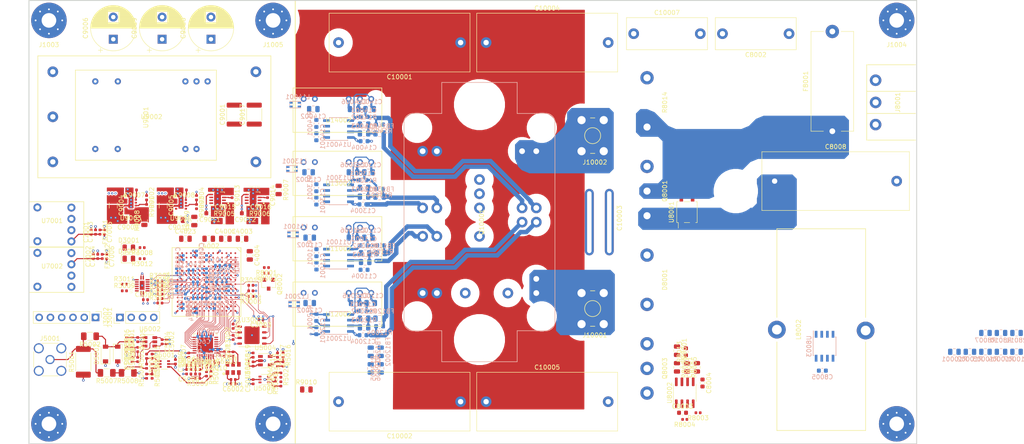
<source format=kicad_pcb>
(kicad_pcb (version 20171130) (host pcbnew 5.1.4-e60b266~84~ubuntu18.04.1)
  (layers (0 F.Cu signal) (1 In1.Cu signal hide) (2 In2.Cu signal) (31 B.Cu signal) (34 B.Paste user) (35 F.Paste user) (36 B.SilkS user hide) (37 F.SilkS user hide) (38 B.Mask user) (39 F.Mask user hide) (44 Edge.Cuts user))
  (net 0 "")
  (net 1 GND)
  (net 2 +1V0)
  (net 3 "Net-(C5001-Pad1)")
  (net 4 "Net-(C5001-Pad2)")
  (net 5 "Net-(C5005-Pad2)")
  (net 6 "Net-(C5006-Pad1)")
  (net 7 "Net-(C5007-Pad2)")
  (net 8 "Net-(C5007-Pad1)")
  (net 9 +3V3)
  (net 10 /Control/ADC/CLK_N)
  (net 11 "Net-(C6003-Pad2)")
  (net 12 "Net-(C6004-Pad2)")
  (net 13 /Control/ADC/CLK_P)
  (net 14 +1V8)
  (net 15 /Control/ADC/VREF)
  (net 16 /Control/ADC/VCM)
  (net 17 "Net-(C7001-Pad1)")
  (net 18 "Net-(C7002-Pad1)")
  (net 19 +5V)
  (net 20 +12V)
  (net 21 "Net-(C9013-Pad2)")
  (net 22 "Net-(C9014-Pad2)")
  (net 23 "Net-(C9015-Pad2)")
  (net 24 "Net-(C9016-Pad2)")
  (net 25 GNDPWR)
  (net 26 "Net-(C11002-Pad1)")
  (net 27 "Net-(C11002-Pad2)")
  (net 28 "/Inverter/Gate Drive 1/Source")
  (net 29 "/Inverter/Gate Drive 1/V+")
  (net 30 "/Inverter/Gate Drive 1/V-")
  (net 31 "Net-(C12002-Pad1)")
  (net 32 "Net-(C12002-Pad2)")
  (net 33 "/Inverter/Gate Drive 2/V+")
  (net 34 "/Inverter/Gate Drive 2/Source")
  (net 35 "/Inverter/Gate Drive 2/V-")
  (net 36 "Net-(C13002-Pad2)")
  (net 37 "Net-(C13002-Pad1)")
  (net 38 "/Inverter/Gate Drive 3/Source")
  (net 39 "/Inverter/Gate Drive 3/V+")
  (net 40 "/Inverter/Gate Drive 3/V-")
  (net 41 "Net-(C14002-Pad2)")
  (net 42 "Net-(C14002-Pad1)")
  (net 43 "/Inverter/Gate Drive 4/V+")
  (net 44 "/Inverter/Gate Drive 4/Source")
  (net 45 "/Inverter/Gate Drive 4/V-")
  (net 46 "Net-(D3001-Pad2)")
  (net 47 "Net-(D3002-Pad2)")
  (net 48 "Net-(F8001-Pad2)")
  (net 49 "Net-(FB11001-Pad2)")
  (net 50 "/Inverter/Gate Drive 1/Gate")
  (net 51 "Net-(FB12001-Pad2)")
  (net 52 "/Inverter/Gate Drive 2/Gate")
  (net 53 "/Inverter/Gate Drive 3/Gate")
  (net 54 "Net-(FB13001-Pad2)")
  (net 55 "Net-(FB14001-Pad2)")
  (net 56 "/Inverter/Gate Drive 4/Gate")
  (net 57 /Control/FPGA/DEBUG_TX)
  (net 58 /Control/FPGA/DEBUG_RX)
  (net 59 "Net-(J3002-Pad2)")
  (net 60 "Net-(J3002-Pad3)")
  (net 61 "Net-(J3002-Pad4)")
  (net 62 "Net-(J3002-Pad5)")
  (net 63 "Net-(L8002-Pad1)")
  (net 64 /Control/FPGA/INIT_B)
  (net 65 /Control/FPGA/FLASH_IO2)
  (net 66 /Control/FPGA/FLASH_IO3)
  (net 67 /Control/FPGA/FLASH_CS)
  (net 68 /Control/FPGA/PROGRAM_B)
  (net 69 /Control/FPGA/M0)
  (net 70 /Control/FPGA/DONE_0)
  (net 71 /Control/FPGA/LED1)
  (net 72 /Control/FPGA/M1)
  (net 73 /Control/FPGA/LED2)
  (net 74 /Control/FPGA/M2)
  (net 75 /Control/FPGA/PUDC_B)
  (net 76 IL_SENSE)
  (net 77 ZCS_DETECT)
  (net 78 /Control/ADC/RBIAS)
  (net 79 "Net-(Q8002-Pad1)")
  (net 80 "Net-(R8007-Pad2)")
  (net 81 "Net-(R9001-Pad1)")
  (net 82 "Net-(R9003-Pad1)")
  (net 83 "Net-(R10001-Pad2)")
  (net 84 "Net-(R10002-Pad2)")
  (net 85 "Net-(R10003-Pad2)")
  (net 86 XADC1_P)
  (net 87 XADC1_N)
  (net 88 "/Inverter/Gate Drive 1/In")
  (net 89 "Net-(R11002-Pad2)")
  (net 90 "Net-(R11003-Pad2)")
  (net 91 "/Inverter/Gate Drive 2/In")
  (net 92 "Net-(R12002-Pad2)")
  (net 93 "Net-(R12003-Pad2)")
  (net 94 "/Inverter/Gate Drive 3/In")
  (net 95 "Net-(R13002-Pad2)")
  (net 96 "Net-(R13003-Pad2)")
  (net 97 "/Inverter/Gate Drive 4/In")
  (net 98 "Net-(R14002-Pad2)")
  (net 99 "Net-(R14003-Pad2)")
  (net 100 ADC_D6)
  (net 101 ADC_D7)
  (net 102 ADC_D9)
  (net 103 /Control/FPGA/TDI)
  (net 104 /Control/FPGA/TDO)
  (net 105 ADC_CSB)
  (net 106 ADC_SCLK)
  (net 107 ADC_D5)
  (net 108 ADC_D8)
  (net 109 ADC_SDIO)
  (net 110 ADC_D3)
  (net 111 ADC_D4)
  (net 112 /Control/FPGA/TMS)
  (net 113 ADC_MODE)
  (net 114 ADC_D1)
  (net 115 ADC_D2)
  (net 116 ADC_D0)
  (net 117 ADC_DCO)
  (net 118 FIBER_RX)
  (net 119 /Control/FPGA/FLASH_IO1)
  (net 120 /Control/FPGA/FLASH_IO0)
  (net 121 FIBER_TX)
  (net 122 /Control/FPGA/FLASH_SCK)
  (net 123 /Control/FPGA/TCK)
  (net 124 Earth)
  (net 125 /Inverter/Out2)
  (net 126 "Net-(C9007-Pad1)")
  (net 127 "Net-(C9008-Pad1)")
  (net 128 "Net-(U3001-PadP10)")
  (net 129 "Net-(U3001-PadP5)")
  (net 130 "Net-(U3001-PadP4)")
  (net 131 "Net-(U3001-PadN10)")
  (net 132 "Net-(U3001-PadN4)")
  (net 133 "Net-(U3001-PadM12)")
  (net 134 "Net-(U3001-PadM11)")
  (net 135 "Net-(U3001-PadM10)")
  (net 136 "Net-(U3001-PadM5)")
  (net 137 "Net-(U3001-PadM4)")
  (net 138 "Net-(U3001-PadM3)")
  (net 139 "Net-(U3001-PadM1)")
  (net 140 "Net-(U3001-PadL12)")
  (net 141 "Net-(U3001-PadL5)")
  (net 142 "Net-(U3001-PadL3)")
  (net 143 "Net-(U3001-PadL2)")
  (net 144 "Net-(U3001-PadL1)")
  (net 145 "Net-(U3001-PadK11)")
  (net 146 "Net-(U3001-PadK4)")
  (net 147 "Net-(U3001-PadK3)")
  (net 148 "Net-(U3001-PadJ11)")
  (net 149 "Net-(U3001-PadJ4)")
  (net 150 "Net-(U3001-PadJ3)")
  (net 151 "Net-(U3001-PadJ2)")
  (net 152 "Net-(U3001-PadJ1)")
  (net 153 "Net-(U3001-PadH4)")
  (net 154 "Net-(U3001-PadH3)")
  (net 155 "Net-(U3001-PadH2)")
  (net 156 "Net-(U3001-PadH1)")
  (net 157 "Net-(U3001-PadG11)")
  (net 158 "Net-(U3001-PadG4)")
  (net 159 "Net-(U3001-PadG1)")
  (net 160 "Net-(U3001-PadF11)")
  (net 161 "Net-(U3001-PadF4)")
  (net 162 "Net-(U3001-PadF3)")
  (net 163 "Net-(U3001-PadF2)")
  (net 164 "Net-(U3001-PadF1)")
  (net 165 "Net-(U3001-PadE11)")
  (net 166 "Net-(U3001-PadE4)")
  (net 167 "Net-(U3001-PadE2)")
  (net 168 "Net-(U3001-PadD4)")
  (net 169 "Net-(U3001-PadD3)")
  (net 170 "Net-(U3001-PadD2)")
  (net 171 "Net-(U3001-PadD1)")
  (net 172 "Net-(U3001-PadC12)")
  (net 173 "Net-(U3001-PadC5)")
  (net 174 "Net-(U3001-PadC4)")
  (net 175 "Net-(U3001-PadC3)")
  (net 176 "Net-(U3001-PadB13)")
  (net 177 "Net-(U3001-PadB6)")
  (net 178 "Net-(U3001-PadB5)")
  (net 179 "Net-(U3001-PadB3)")
  (net 180 "Net-(U3001-PadB2)")
  (net 181 "Net-(U3001-PadA13)")
  (net 182 "Net-(U3001-PadA12)")
  (net 183 "Net-(U3001-PadA10)")
  (net 184 "Net-(U3001-PadA5)")
  (net 185 "Net-(U3001-PadA4)")
  (net 186 "Net-(U3001-PadA3)")
  (net 187 "Net-(U3001-PadA2)")
  (net 188 "Net-(U6001-Pad2)")
  (net 189 /Control/ADC/ADC_P)
  (net 190 /Control/ADC/ADC_N)
  (net 191 "Net-(U6002-Pad10)")
  (net 192 "Net-(U6002-Pad9)")
  (net 193 "Net-(U6002-Pad8)")
  (net 194 "Net-(U6002-Pad7)")
  (net 195 "Net-(U7001-Pad2)")
  (net 196 IL_ZERO)
  (net 197 "Net-(U9001-Pad11)")
  (net 198 "Net-(U9001-Pad9)")
  (net 199 "Net-(U9002-Pad3)")
  (net 200 "Net-(U9003-Pad7)")
  (net 201 "Net-(U9004-Pad7)")
  (net 202 "Net-(U9005-Pad7)")
  (net 203 "Net-(U9005-Pad6)")
  (net 204 "Net-(U9005-Pad2)")
  (net 205 "Net-(U9006-Pad7)")
  (net 206 "Net-(U9006-Pad6)")
  (net 207 "Net-(U9006-Pad2)")
  (net 208 /Control/Analog/ADC1_B)
  (net 209 /Control/Analog/ADC1_A)
  (net 210 VIN_SENSE)
  (net 211 VBUS_SENSE)
  (net 212 "Net-(C5014-Pad2)")
  (net 213 "Net-(J5001-Pad1)")
  (net 214 TEMP_B)
  (net 215 /Control/Analog/ADC1_MUXED)
  (net 216 ADC1_MUX_EN)
  (net 217 ADC2_MUX_EN)
  (net 218 OVER_TEMP)
  (net 219 "/Power Rails/12_INT")
  (net 220 "/Power Rails/5_INT")
  (net 221 "/Power Rails/1_INT")
  (net 222 VIN)
  (net 223 SUPPLY_EN1)
  (net 224 DRIVE_AUX+)
  (net 225 "/Power Input/S1")
  (net 226 VBUS)
  (net 227 "Net-(D8001-Pad2)")
  (net 228 "Net-(FB8001-Pad2)")
  (net 229 "/Power Input/G2")
  (net 230 "Net-(FB12002-Pad1)")
  (net 231 "Net-(FB12003-Pad1)")
  (net 232 "/Power Input/G1")
  (net 233 "Net-(Q8002-Pad3)")
  (net 234 "Net-(R8001-Pad2)")
  (net 235 "Net-(R8003-Pad1)")
  (net 236 "Net-(R8005-Pad2)")
  (net 237 "Net-(R8006-Pad2)")
  (net 238 PWRGND)
  (net 239 /Inverter/Out1)
  (net 240 "Net-(C5010-Pad1)")
  (net 241 "Net-(C5011-Pad2)")
  (net 242 /Control/FPGA/GNDADC)
  (net 243 /Control/FPGA/VCCADC)
  (net 244 "Net-(U3001-PadP13)")
  (net 245 "Net-(U3001-PadP12)")
  (net 246 "Net-(U3001-PadP11)")
  (net 247 "Net-(U3001-PadP3)")
  (net 248 "Net-(U3001-PadP2)")
  (net 249 "Net-(U3001-PadN14)")
  (net 250 "Net-(U3001-PadN11)")
  (net 251 "Net-(U3001-PadN1)")
  (net 252 "Net-(U3001-PadM14)")
  (net 253 "Net-(U3001-PadM13)")
  (net 254 "Net-(U3001-PadM2)")
  (net 255 "Net-(U3001-PadL14)")
  (net 256 "Net-(U3001-PadL13)")
  (net 257 "Net-(U3001-PadK12)")
  (net 258 "Net-(U3001-PadJ13)")
  (net 259 "Net-(U3001-PadJ12)")
  (net 260 "Net-(U3001-PadH12)")
  (net 261 "Net-(U3001-PadC1)")
  (net 262 "Net-(U3001-PadB1)")
  (module Inductor_SMD:L_0402_1005Metric (layer F.Cu) (at 66.5 107.75 270)
    (fp_text reference FB7002 (at 0 -1.17 90) (layer F.SilkS))
    (fp_text value Ferrite_Bead)
    (pad 2 smd roundrect (at 0.485 0 270) (size 0.59 0.64) (layers F.Cu F.Paste F.Mask) (net 18 "Net-(C7002-Pad1)"))
    (pad 1 smd roundrect (at -0.485 0 270) (size 0.59 0.64) (layers F.Cu F.Paste F.Mask) (net 9 +3V3))
  )
  (module Inductor_SMD:L_0402_1005Metric (layer F.Cu) (at 66 102.25 270)
    (fp_text reference FB7001 (at 0 -1.17 90) (layer F.SilkS))
    (fp_text value Ferrite_Bead)
    (pad 2 smd roundrect (at 0.485 0 270) (size 0.59 0.64) (layers F.Cu F.Paste F.Mask) (net 17 "Net-(C7001-Pad1)"))
    (pad 1 smd roundrect (at -0.485 0 270) (size 0.59 0.64) (layers F.Cu F.Paste F.Mask) (net 9 +3V3))
  )
  (module wbraun_smd:Terminal-block-plug_3x1_5mm-pitch (layer F.Cu) (at 240.75 73 270)
    (fp_text reference J8001 (at 0 -5 90) (layer F.SilkS))
    (fp_text value Conn_01x03_Female)
    (pad 2 thru_hole circle (at 0 0 270) (size 2.6 2.6) (drill 1.4) (layers *.Cu *.Mask) (net 238 PWRGND))
    (pad 3 thru_hole circle (at 5 0 270) (size 2.6 2.6) (drill 1.4) (layers *.Cu *.Mask) (net 124 Earth))
    (pad 1 thru_hole circle (at -5 0 270) (size 2.6 2.6) (drill 1.4) (layers *.Cu *.Mask) (net 48 "Net-(F8001-Pad2)"))
  )
  (module Inductor_SMD:L_0402_1005Metric (layer B.Cu) (at 94.75 109.75)
    (fp_text reference FB3002 (at 0 1.17) (layer B.SilkS) (effects (justify mirror)))
    (fp_text value Ferrite_Bead_Small)
    (pad 2 smd roundrect (at 0.485 0) (size 0.59 0.64) (layers B.Cu B.Paste B.Mask) (net 14 +1V8))
    (pad 1 smd roundrect (at -0.485 0) (size 0.59 0.64) (layers B.Cu B.Paste B.Mask) (net 243 /Control/FPGA/VCCADC))
  )
  (module Inductor_SMD:L_0402_1005Metric (layer B.Cu) (at 90 113.015 90)
    (fp_text reference FB3001 (at 0 1.17 90) (layer B.SilkS) (effects (justify mirror)))
    (fp_text value Ferrite_Bead_Small)
    (pad 2 smd roundrect (at 0.485 0 90) (size 0.59 0.64) (layers B.Cu B.Paste B.Mask) (net 1 GND))
    (pad 1 smd roundrect (at -0.485 0 90) (size 0.59 0.64) (layers B.Cu B.Paste B.Mask) (net 242 /Control/FPGA/GNDADC))
  )
  (module Capacitor_SMD:C_0402_1005Metric (layer B.Cu) (at 91.75 113.5 180)
    (fp_text reference C3001 (at 0 1.17) (layer B.SilkS) (effects (justify mirror)))
    (fp_text value 0.47u)
    (pad 2 smd roundrect (at 0.485 0 180) (size 0.59 0.64) (layers B.Cu B.Paste B.Mask) (net 242 /Control/FPGA/GNDADC))
    (pad 1 smd roundrect (at -0.485 0 180) (size 0.59 0.64) (layers B.Cu B.Paste B.Mask) (net 243 /Control/FPGA/VCCADC))
  )
  (module Capacitor_SMD:C_0402_1005Metric (layer B.Cu) (at 92.5 117.25)
    (fp_text reference C4026 (at 0 1.17) (layer B.SilkS) (effects (justify mirror)))
    (fp_text value 0.47u)
    (pad 2 smd roundrect (at 0.485 0) (size 0.59 0.64) (layers B.Cu B.Paste B.Mask) (net 1 GND))
    (pad 1 smd roundrect (at -0.485 0) (size 0.59 0.64) (layers B.Cu B.Paste B.Mask) (net 14 +1V8))
  )
  (module LED_SMD:LED_0805_2012Metric (layer F.Cu) (at 72.5 108.25)
    (fp_text reference D3002 (at 0 -1.65) (layer F.SilkS))
    (fp_text value LED)
    (pad 2 smd roundrect (at 0.9375 0) (size 0.975 1.4) (layers F.Cu F.Paste F.Mask) (net 47 "Net-(D3002-Pad2)"))
    (pad 1 smd roundrect (at -0.9375 0) (size 0.975 1.4) (layers F.Cu F.Paste F.Mask) (net 1 GND))
  )
  (module LED_SMD:LED_0805_2012Metric (layer F.Cu) (at 72.5 105.75)
    (fp_text reference D3001 (at 0 -1.65) (layer F.SilkS))
    (fp_text value LED)
    (pad 2 smd roundrect (at 0.9375 0) (size 0.975 1.4) (layers F.Cu F.Paste F.Mask) (net 46 "Net-(D3001-Pad2)"))
    (pad 1 smd roundrect (at -0.9375 0) (size 0.975 1.4) (layers F.Cu F.Paste F.Mask) (net 1 GND))
  )
  (module Capacitor_SMD:C_0603_1608Metric (layer B.Cu) (at 228.75 133.5)
    (fp_text reference C8005 (at 0 1.43) (layer B.SilkS) (effects (justify mirror)))
    (fp_text value 0.47u)
    (pad 2 smd roundrect (at 0.7875 0) (size 0.875 0.95) (layers B.Cu B.Paste B.Mask) (net 1 GND))
    (pad 1 smd roundrect (at -0.7875 0) (size 0.875 0.95) (layers B.Cu B.Paste B.Mask) (net 19 +5V))
  )
  (module Resistor_SMD:R_0402_1005Metric (layer F.Cu) (at 106.75 134.5 270)
    (fp_text reference R5023 (at 0 -1.17 90) (layer F.SilkS))
    (fp_text value 33)
    (pad 2 smd roundrect (at 0.485 0 270) (size 0.59 0.64) (layers F.Cu F.Paste F.Mask) (net 211 VBUS_SENSE))
    (pad 1 smd roundrect (at -0.485 0 270) (size 0.59 0.64) (layers F.Cu F.Paste F.Mask) (net 241 "Net-(C5011-Pad2)"))
  )
  (module Resistor_SMD:R_0402_1005Metric (layer F.Cu) (at 106.75 136.5 90)
    (fp_text reference R5020 (at 0 -1.17 90) (layer F.SilkS))
    (fp_text value 33)
    (pad 2 smd roundrect (at 0.485 0 90) (size 0.59 0.64) (layers F.Cu F.Paste F.Mask) (net 210 VIN_SENSE))
    (pad 1 smd roundrect (at -0.485 0 90) (size 0.59 0.64) (layers F.Cu F.Paste F.Mask) (net 240 "Net-(C5010-Pad1)"))
  )
  (module Resistor_SMD:R_0805_2012Metric (layer B.Cu) (at 272.5 129.25)
    (fp_text reference R10007 (at 0 1.65 180) (layer B.SilkS) (effects (justify mirror)))
    (fp_text value R)
    (pad 2 smd roundrect (at 0.9375 0) (size 0.975 1.4) (layers B.Cu B.Paste B.Mask) (net 238 PWRGND))
    (pad 1 smd roundrect (at -0.9375 0) (size 0.975 1.4) (layers B.Cu B.Paste B.Mask) (net 211 VBUS_SENSE))
  )
  (module Capacitor_SMD:C_0603_1608Metric (layer F.Cu) (at 197.25 143)
    (fp_text reference C8003 (at 0 -1.43) (layer F.SilkS))
    (fp_text value 0.47u)
    (pad 2 smd roundrect (at 0.7875 0) (size 0.875 0.95) (layers F.Cu F.Paste F.Mask) (net 1 GND))
    (pad 1 smd roundrect (at -0.7875 0) (size 0.875 0.95) (layers F.Cu F.Paste F.Mask) (net 9 +3V3))
  )
  (module wbraun_smd:7693-term (layer F.Cu) (at 177 80.5)
    (fp_text reference J10002 (at 0.5 6) (layer F.SilkS))
    (fp_text value Conn_01x01_Female)
    (pad 1 thru_hole circle (at 2.5 3.505) (size 3.5 3.5) (drill 1.85) (layers *.Cu *.Mask) (net 125 /Inverter/Out2))
    (pad 1 thru_hole circle (at -2.5 3.505) (size 3.5 3.5) (drill 1.85) (layers *.Cu *.Mask) (net 125 /Inverter/Out2))
    (pad 1 thru_hole circle (at -2.5 -3.505) (size 3.5 3.5) (drill 1.85) (layers *.Cu *.Mask) (net 125 /Inverter/Out2))
    (pad 1 thru_hole circle (at 2.5 -3.505) (size 3.5 3.5) (drill 1.85) (layers *.Cu *.Mask) (net 125 /Inverter/Out2))
  )
  (module wbraun_smd:7693-term (layer F.Cu) (at 177 119.5)
    (fp_text reference J10001 (at 0.5 6) (layer F.SilkS))
    (fp_text value Conn_01x01_Female)
    (pad 1 thru_hole circle (at 2.5 3.505) (size 3.5 3.5) (drill 1.85) (layers *.Cu *.Mask) (net 239 /Inverter/Out1))
    (pad 1 thru_hole circle (at -2.5 3.505) (size 3.5 3.5) (drill 1.85) (layers *.Cu *.Mask) (net 239 /Inverter/Out1))
    (pad 1 thru_hole circle (at -2.5 -3.505) (size 3.5 3.5) (drill 1.85) (layers *.Cu *.Mask) (net 239 /Inverter/Out1))
    (pad 1 thru_hole circle (at 2.5 -3.505) (size 3.5 3.5) (drill 1.85) (layers *.Cu *.Mask) (net 239 /Inverter/Out1))
  )
  (module Capacitor_SMD:C_0805_2012Metric (layer B.Cu) (at 113.25 103.5)
    (fp_text reference C11002 (at 0 1.65) (layer B.SilkS) (effects (justify mirror)))
    (fp_text value 4.7u)
    (pad 2 smd roundrect (at 0.9375 0) (size 0.975 1.4) (layers B.Cu B.Paste B.Mask) (net 27 "Net-(C11002-Pad2)"))
    (pad 1 smd roundrect (at -0.9375 0) (size 0.975 1.4) (layers B.Cu B.Paste B.Mask) (net 26 "Net-(C11002-Pad1)"))
  )
  (module Capacitor_SMD:C_0603_1608Metric (layer B.Cu) (at 125.5 110.75)
    (fp_text reference C11004 (at 0 1.43) (layer B.SilkS) (effects (justify mirror)))
    (fp_text value 0.47u)
    (pad 2 smd roundrect (at 0.7875 0) (size 0.875 0.95) (layers B.Cu B.Paste B.Mask) (net 28 "/Inverter/Gate Drive 1/Source"))
    (pad 1 smd roundrect (at -0.7875 0) (size 0.875 0.95) (layers B.Cu B.Paste B.Mask) (net 30 "/Inverter/Gate Drive 1/V-"))
  )
  (module Capacitor_SMD:C_0603_1608Metric (layer B.Cu) (at 114.75 124.5 90)
    (fp_text reference C12001 (at 0 1.43 90) (layer B.SilkS) (effects (justify mirror)))
    (fp_text value 0.47u)
    (pad 2 smd roundrect (at 0.7875 0 90) (size 0.875 0.95) (layers B.Cu B.Paste B.Mask) (net 1 GND))
    (pad 1 smd roundrect (at -0.7875 0 90) (size 0.875 0.95) (layers B.Cu B.Paste B.Mask) (net 9 +3V3))
  )
  (module Capacitor_SMD:C_0603_1608Metric (layer B.Cu) (at 125.25 120 180)
    (fp_text reference C12003 (at 0 1.43 180) (layer B.SilkS) (effects (justify mirror)))
    (fp_text value 0.47u)
    (pad 2 smd roundrect (at 0.7875 0 180) (size 0.875 0.95) (layers B.Cu B.Paste B.Mask) (net 33 "/Inverter/Gate Drive 2/V+"))
    (pad 1 smd roundrect (at -0.7875 0 180) (size 0.875 0.95) (layers B.Cu B.Paste B.Mask) (net 34 "/Inverter/Gate Drive 2/Source"))
  )
  (module Capacitor_SMD:C_0805_2012Metric (layer B.Cu) (at 127 118.25 180)
    (fp_text reference C12005 (at 0 1.65 180) (layer B.SilkS) (effects (justify mirror)))
    (fp_text value 4.7u)
    (pad 2 smd roundrect (at 0.9375 0 180) (size 0.975 1.4) (layers B.Cu B.Paste B.Mask) (net 34 "/Inverter/Gate Drive 2/Source"))
    (pad 1 smd roundrect (at -0.9375 0 180) (size 0.975 1.4) (layers B.Cu B.Paste B.Mask) (net 33 "/Inverter/Gate Drive 2/V+"))
  )
  (module Capacitor_SMD:C_0805_2012Metric (layer B.Cu) (at 123.5 118.25 180)
    (fp_text reference C12006 (at 0 1.65 180) (layer B.SilkS) (effects (justify mirror)))
    (fp_text value 4.7u)
    (pad 2 smd roundrect (at 0.9375 0 180) (size 0.975 1.4) (layers B.Cu B.Paste B.Mask) (net 35 "/Inverter/Gate Drive 2/V-"))
    (pad 1 smd roundrect (at -0.9375 0 180) (size 0.975 1.4) (layers B.Cu B.Paste B.Mask) (net 34 "/Inverter/Gate Drive 2/Source"))
  )
  (module Capacitor_SMD:C_0805_2012Metric (layer B.Cu) (at 113 88.75)
    (fp_text reference C13002 (at 0 1.65) (layer B.SilkS) (effects (justify mirror)))
    (fp_text value 4.7u)
    (pad 2 smd roundrect (at 0.9375 0) (size 0.975 1.4) (layers B.Cu B.Paste B.Mask) (net 36 "Net-(C13002-Pad2)"))
    (pad 1 smd roundrect (at -0.9375 0) (size 0.975 1.4) (layers B.Cu B.Paste B.Mask) (net 37 "Net-(C13002-Pad1)"))
  )
  (module Capacitor_SMD:C_0603_1608Metric (layer B.Cu) (at 125.25 96)
    (fp_text reference C13004 (at 0 1.43) (layer B.SilkS) (effects (justify mirror)))
    (fp_text value 0.47u)
    (pad 2 smd roundrect (at 0.7875 0) (size 0.875 0.95) (layers B.Cu B.Paste B.Mask) (net 38 "/Inverter/Gate Drive 3/Source"))
    (pad 1 smd roundrect (at -0.7875 0) (size 0.875 0.95) (layers B.Cu B.Paste B.Mask) (net 40 "/Inverter/Gate Drive 3/V-"))
  )
  (module Capacitor_SMD:C_0805_2012Metric (layer B.Cu) (at 114.0625 74.5)
    (fp_text reference C14002 (at 0 1.65) (layer B.SilkS) (effects (justify mirror)))
    (fp_text value 4.7u)
    (pad 2 smd roundrect (at 0.9375 0) (size 0.975 1.4) (layers B.Cu B.Paste B.Mask) (net 41 "Net-(C14002-Pad2)"))
    (pad 1 smd roundrect (at -0.9375 0) (size 0.975 1.4) (layers B.Cu B.Paste B.Mask) (net 42 "Net-(C14002-Pad1)"))
  )
  (module Capacitor_SMD:C_0603_1608Metric (layer B.Cu) (at 125.5 81.75)
    (fp_text reference C14004 (at 0 1.43) (layer B.SilkS) (effects (justify mirror)))
    (fp_text value 0.47u)
    (pad 2 smd roundrect (at 0.7875 0) (size 0.875 0.95) (layers B.Cu B.Paste B.Mask) (net 44 "/Inverter/Gate Drive 4/Source"))
    (pad 1 smd roundrect (at -0.7875 0) (size 0.875 0.95) (layers B.Cu B.Paste B.Mask) (net 45 "/Inverter/Gate Drive 4/V-"))
  )
  (module Inductor_SMD:L_0805_2012Metric (layer B.Cu) (at 129 121.75 180)
    (fp_text reference FB12001 (at 0 1.65) (layer B.SilkS) (effects (justify mirror)))
    (fp_text value Ferrite_Bead_Small)
    (pad 2 smd roundrect (at 0.9375 0 180) (size 0.975 1.4) (layers B.Cu B.Paste B.Mask) (net 51 "Net-(FB12001-Pad2)"))
    (pad 1 smd roundrect (at -0.9375 0 180) (size 0.975 1.4) (layers B.Cu B.Paste B.Mask) (net 52 "/Inverter/Gate Drive 2/Gate"))
  )
  (module wbraun_smd:SRF2012 (layer B.Cu) (at 109.75 118.5)
    (fp_text reference L12001 (at 0.55 -1.75) (layer B.SilkS) (effects (justify mirror)))
    (fp_text value CM_CHOKE)
    (pad 2 smd rect (at 0.925 0.425) (size 0.75 0.4) (layers B.Cu B.Paste B.Mask) (net 32 "Net-(C12002-Pad2)"))
    (pad 3 smd rect (at -0.925 -0.425) (size 0.75 0.4) (layers B.Cu B.Paste B.Mask) (net 20 +12V))
    (pad 4 smd rect (at 0.925 -0.425) (size 0.75 0.4) (layers B.Cu B.Paste B.Mask) (net 31 "Net-(C12002-Pad1)"))
    (pad 1 smd rect (at -0.925 0.425) (size 0.75 0.4) (layers B.Cu B.Paste B.Mask) (net 1 GND))
  )
  (module Resistor_SMD:R_0603_1608Metric (layer B.Cu) (at 129.25 105.25)
    (fp_text reference R11004 (at 0 1.43) (layer B.SilkS) (effects (justify mirror)))
    (fp_text value 4.7K)
    (pad 2 smd roundrect (at 0.7875 0) (size 0.875 0.95) (layers B.Cu B.Paste B.Mask) (net 50 "/Inverter/Gate Drive 1/Gate"))
    (pad 1 smd roundrect (at -0.7875 0) (size 0.875 0.95) (layers B.Cu B.Paste B.Mask) (net 28 "/Inverter/Gate Drive 1/Source"))
  )
  (module Resistor_SMD:R_0603_1608Metric (layer B.Cu) (at 114.75 121.5 270)
    (fp_text reference R12001 (at 0 1.43 270) (layer B.SilkS) (effects (justify mirror)))
    (fp_text value 4.7K)
    (pad 2 smd roundrect (at 0.7875 0 270) (size 0.875 0.95) (layers B.Cu B.Paste B.Mask) (net 91 "/Inverter/Gate Drive 2/In"))
    (pad 1 smd roundrect (at -0.7875 0 270) (size 0.875 0.95) (layers B.Cu B.Paste B.Mask) (net 1 GND))
  )
  (module Resistor_SMD:R_0603_1608Metric (layer B.Cu) (at 129 92.5)
    (fp_text reference R13004 (at 0 1.43) (layer B.SilkS) (effects (justify mirror)))
    (fp_text value 4.7K)
    (pad 2 smd roundrect (at 0.7875 0) (size 0.875 0.95) (layers B.Cu B.Paste B.Mask) (net 53 "/Inverter/Gate Drive 3/Gate"))
    (pad 1 smd roundrect (at -0.7875 0) (size 0.875 0.95) (layers B.Cu B.Paste B.Mask) (net 38 "/Inverter/Gate Drive 3/Source"))
  )
  (module Resistor_SMD:R_0603_1608Metric (layer B.Cu) (at 129 78)
    (fp_text reference R14004 (at 0 1.43) (layer B.SilkS) (effects (justify mirror)))
    (fp_text value 4.7K)
    (pad 2 smd roundrect (at 0.7875 0) (size 0.875 0.95) (layers B.Cu B.Paste B.Mask) (net 56 "/Inverter/Gate Drive 4/Gate"))
    (pad 1 smd roundrect (at -0.7875 0) (size 0.875 0.95) (layers B.Cu B.Paste B.Mask) (net 44 "/Inverter/Gate Drive 4/Source"))
  )
  (module Package_SO:SOIC-8_3.9x4.9mm_P1.27mm (layer B.Cu) (at 119.75 108)
    (fp_text reference U11001 (at 0 -3.5) (layer B.SilkS) (effects (justify mirror)))
    (fp_text value UCC5350SB)
    (pad 8 smd rect (at 2.7 1.905) (size 1.55 0.6) (layers B.Cu B.Paste B.Mask) (net 30 "/Inverter/Gate Drive 1/V-"))
    (pad 7 smd rect (at 2.7 0.635) (size 1.55 0.6) (layers B.Cu B.Paste B.Mask) (net 90 "Net-(R11003-Pad2)"))
    (pad 6 smd rect (at 2.7 -0.635) (size 1.55 0.6) (layers B.Cu B.Paste B.Mask) (net 89 "Net-(R11002-Pad2)"))
    (pad 5 smd rect (at 2.7 -1.905) (size 1.55 0.6) (layers B.Cu B.Paste B.Mask) (net 29 "/Inverter/Gate Drive 1/V+"))
    (pad 4 smd rect (at -2.7 -1.905) (size 1.55 0.6) (layers B.Cu B.Paste B.Mask) (net 1 GND))
    (pad 3 smd rect (at -2.7 -0.635) (size 1.55 0.6) (layers B.Cu B.Paste B.Mask) (net 1 GND))
    (pad 2 smd rect (at -2.7 0.635) (size 1.55 0.6) (layers B.Cu B.Paste B.Mask) (net 88 "/Inverter/Gate Drive 1/In"))
    (pad 1 smd rect (at -2.7 1.905) (size 1.55 0.6) (layers B.Cu B.Paste B.Mask) (net 9 +3V3))
  )
  (module wbraun_smd:SIP7-5 (layer F.Cu) (at 119.5 103.75)
    (fp_text reference U11002 (at 0.25 2.25) (layer F.SilkS))
    (fp_text value R15P21503D)
    (pad 7 thru_hole circle (at 7.62 -2.54) (size 1.3 1.3) (drill 0.7) (layers *.Cu *.Mask) (net 29 "/Inverter/Gate Drive 1/V+"))
    (pad 6 thru_hole circle (at 5.08 -2.54) (size 1.3 1.3) (drill 0.7) (layers *.Cu *.Mask) (net 28 "/Inverter/Gate Drive 1/Source"))
    (pad 5 thru_hole circle (at 2.54 -2.54) (size 1.3 1.3) (drill 0.7) (layers *.Cu *.Mask) (net 30 "/Inverter/Gate Drive 1/V-"))
    (pad 2 thru_hole circle (at -5.08 -2.54) (size 1.3 1.3) (drill 0.7) (layers *.Cu *.Mask) (net 27 "Net-(C11002-Pad2)"))
    (pad 1 thru_hole circle (at -7.62 -2.54) (size 1.3 1.3) (drill 0.7) (layers *.Cu *.Mask) (net 26 "Net-(C11002-Pad1)"))
  )
  (module Package_SO:SOIC-8_3.9x4.9mm_P1.27mm (layer B.Cu) (at 119.75 93.5)
    (fp_text reference U13001 (at 0 -3.5) (layer B.SilkS) (effects (justify mirror)))
    (fp_text value UCC5350SB)
    (pad 8 smd rect (at 2.7 1.905) (size 1.55 0.6) (layers B.Cu B.Paste B.Mask) (net 40 "/Inverter/Gate Drive 3/V-"))
    (pad 7 smd rect (at 2.7 0.635) (size 1.55 0.6) (layers B.Cu B.Paste B.Mask) (net 96 "Net-(R13003-Pad2)"))
    (pad 6 smd rect (at 2.7 -0.635) (size 1.55 0.6) (layers B.Cu B.Paste B.Mask) (net 95 "Net-(R13002-Pad2)"))
    (pad 5 smd rect (at 2.7 -1.905) (size 1.55 0.6) (layers B.Cu B.Paste B.Mask) (net 39 "/Inverter/Gate Drive 3/V+"))
    (pad 4 smd rect (at -2.7 -1.905) (size 1.55 0.6) (layers B.Cu B.Paste B.Mask) (net 1 GND))
    (pad 3 smd rect (at -2.7 -0.635) (size 1.55 0.6) (layers B.Cu B.Paste B.Mask) (net 1 GND))
    (pad 2 smd rect (at -2.7 0.635) (size 1.55 0.6) (layers B.Cu B.Paste B.Mask) (net 94 "/Inverter/Gate Drive 3/In"))
    (pad 1 smd rect (at -2.7 1.905) (size 1.55 0.6) (layers B.Cu B.Paste B.Mask) (net 9 +3V3))
  )
  (module wbraun_smd:SIP7-5 (layer F.Cu) (at 119.5 89)
    (fp_text reference U13002 (at 0.25 2.25) (layer F.SilkS))
    (fp_text value R15P21503D)
    (pad 7 thru_hole circle (at 7.62 -2.54) (size 1.3 1.3) (drill 0.7) (layers *.Cu *.Mask) (net 39 "/Inverter/Gate Drive 3/V+"))
    (pad 6 thru_hole circle (at 5.08 -2.54) (size 1.3 1.3) (drill 0.7) (layers *.Cu *.Mask) (net 38 "/Inverter/Gate Drive 3/Source"))
    (pad 5 thru_hole circle (at 2.54 -2.54) (size 1.3 1.3) (drill 0.7) (layers *.Cu *.Mask) (net 40 "/Inverter/Gate Drive 3/V-"))
    (pad 2 thru_hole circle (at -5.08 -2.54) (size 1.3 1.3) (drill 0.7) (layers *.Cu *.Mask) (net 36 "Net-(C13002-Pad2)"))
    (pad 1 thru_hole circle (at -7.62 -2.54) (size 1.3 1.3) (drill 0.7) (layers *.Cu *.Mask) (net 37 "Net-(C13002-Pad1)"))
  )
  (module Package_SO:SOIC-8_3.9x4.9mm_P1.27mm (layer B.Cu) (at 119.75 79)
    (fp_text reference U14001 (at 0 3.5) (layer B.SilkS) (effects (justify mirror)))
    (fp_text value UCC5350SB)
    (pad 8 smd rect (at 2.7 1.905) (size 1.55 0.6) (layers B.Cu B.Paste B.Mask) (net 45 "/Inverter/Gate Drive 4/V-"))
    (pad 7 smd rect (at 2.7 0.635) (size 1.55 0.6) (layers B.Cu B.Paste B.Mask) (net 99 "Net-(R14003-Pad2)"))
    (pad 6 smd rect (at 2.7 -0.635) (size 1.55 0.6) (layers B.Cu B.Paste B.Mask) (net 98 "Net-(R14002-Pad2)"))
    (pad 5 smd rect (at 2.7 -1.905) (size 1.55 0.6) (layers B.Cu B.Paste B.Mask) (net 43 "/Inverter/Gate Drive 4/V+"))
    (pad 4 smd rect (at -2.7 -1.905) (size 1.55 0.6) (layers B.Cu B.Paste B.Mask) (net 1 GND))
    (pad 3 smd rect (at -2.7 -0.635) (size 1.55 0.6) (layers B.Cu B.Paste B.Mask) (net 1 GND))
    (pad 2 smd rect (at -2.7 0.635) (size 1.55 0.6) (layers B.Cu B.Paste B.Mask) (net 97 "/Inverter/Gate Drive 4/In"))
    (pad 1 smd rect (at -2.7 1.905) (size 1.55 0.6) (layers B.Cu B.Paste B.Mask) (net 9 +3V3))
  )
  (module wbraun_smd:SIP7-5 (layer F.Cu) (at 119.5 74.75)
    (fp_text reference U14002 (at 0.25 2.25) (layer F.SilkS))
    (fp_text value R15P21503D)
    (pad 7 thru_hole circle (at 7.62 -2.54) (size 1.3 1.3) (drill 0.7) (layers *.Cu *.Mask) (net 43 "/Inverter/Gate Drive 4/V+"))
    (pad 6 thru_hole circle (at 5.08 -2.54) (size 1.3 1.3) (drill 0.7) (layers *.Cu *.Mask) (net 44 "/Inverter/Gate Drive 4/Source"))
    (pad 5 thru_hole circle (at 2.54 -2.54) (size 1.3 1.3) (drill 0.7) (layers *.Cu *.Mask) (net 45 "/Inverter/Gate Drive 4/V-"))
    (pad 2 thru_hole circle (at -5.08 -2.54) (size 1.3 1.3) (drill 0.7) (layers *.Cu *.Mask) (net 41 "Net-(C14002-Pad2)"))
    (pad 1 thru_hole circle (at -7.62 -2.54) (size 1.3 1.3) (drill 0.7) (layers *.Cu *.Mask) (net 42 "Net-(C14002-Pad1)"))
  )
  (module Resistor_SMD:R_0805_2012Metric (layer B.Cu) (at 125.5 121.75 180)
    (fp_text reference R12002 (at 0 1.65 180) (layer B.SilkS) (effects (justify mirror)))
    (fp_text value 1)
    (pad 2 smd roundrect (at 0.9375 0 180) (size 0.975 1.4) (layers B.Cu B.Paste B.Mask) (net 92 "Net-(R12002-Pad2)"))
    (pad 1 smd roundrect (at -0.9375 0 180) (size 0.975 1.4) (layers B.Cu B.Paste B.Mask) (net 51 "Net-(FB12001-Pad2)"))
  )
  (module Resistor_SMD:R_0805_2012Metric (layer B.Cu) (at 125.5 123.75 180)
    (fp_text reference R12003 (at 0 1.65 180) (layer B.SilkS) (effects (justify mirror)))
    (fp_text value 1)
    (pad 2 smd roundrect (at 0.9375 0 180) (size 0.975 1.4) (layers B.Cu B.Paste B.Mask) (net 93 "Net-(R12003-Pad2)"))
    (pad 1 smd roundrect (at -0.9375 0 180) (size 0.975 1.4) (layers B.Cu B.Paste B.Mask) (net 51 "Net-(FB12001-Pad2)"))
  )
  (module wbraun_smd:FTGB196 (layer F.Cu) (at 90 113.5 270)
    (fp_text reference U3001 (at 0 9 90) (layer F.SilkS))
    (fp_text value XC7S25-L1FTGB196)
    (pad P14 smd circle (at 6.5 6.5 270) (size 0.4 0.4) (layers F.Cu F.Paste F.Mask) (net 1 GND))
    (pad P13 smd circle (at 5.5 6.5 270) (size 0.4 0.4) (layers F.Cu F.Paste F.Mask) (net 244 "Net-(U3001-PadP13)"))
    (pad P12 smd circle (at 4.5 6.5 270) (size 0.4 0.4) (layers F.Cu F.Paste F.Mask) (net 245 "Net-(U3001-PadP12)"))
    (pad P11 smd circle (at 3.5 6.5 270) (size 0.4 0.4) (layers F.Cu F.Paste F.Mask) (net 246 "Net-(U3001-PadP11)"))
    (pad P10 smd circle (at 2.5 6.5 270) (size 0.4 0.4) (layers F.Cu F.Paste F.Mask) (net 128 "Net-(U3001-PadP10)"))
    (pad P9 smd circle (at 1.5 6.5 270) (size 0.4 0.4) (layers F.Cu F.Paste F.Mask) (net 70 /Control/FPGA/DONE_0))
    (pad P8 smd circle (at 0.5 6.5 270) (size 0.4 0.4) (layers F.Cu F.Paste F.Mask) (net 64 /Control/FPGA/INIT_B))
    (pad P7 smd circle (at -0.5 6.5 270) (size 0.4 0.4) (layers F.Cu F.Paste F.Mask) (net 103 /Control/FPGA/TDI))
    (pad P6 smd circle (at -1.5 6.5 270) (size 0.4 0.4) (layers F.Cu F.Paste F.Mask) (net 104 /Control/FPGA/TDO))
    (pad P5 smd circle (at -2.5 6.5 270) (size 0.4 0.4) (layers F.Cu F.Paste F.Mask) (net 129 "Net-(U3001-PadP5)"))
    (pad P4 smd circle (at -3.5 6.5 270) (size 0.4 0.4) (layers F.Cu F.Paste F.Mask) (net 130 "Net-(U3001-PadP4)"))
    (pad P3 smd circle (at -4.5 6.5 270) (size 0.4 0.4) (layers F.Cu F.Paste F.Mask) (net 247 "Net-(U3001-PadP3)"))
    (pad P2 smd circle (at -5.5 6.5 270) (size 0.4 0.4) (layers F.Cu F.Paste F.Mask) (net 248 "Net-(U3001-PadP2)"))
    (pad P1 smd circle (at -6.5 6.5 270) (size 0.4 0.4) (layers F.Cu F.Paste F.Mask) (net 1 GND))
    (pad N14 smd circle (at 6.5 5.5 270) (size 0.4 0.4) (layers F.Cu F.Paste F.Mask) (net 249 "Net-(U3001-PadN14)"))
    (pad N13 smd circle (at 5.5 5.5 270) (size 0.4 0.4) (layers F.Cu F.Paste F.Mask) (net 9 +3V3))
    (pad N12 smd circle (at 4.5 5.5 270) (size 0.4 0.4) (layers F.Cu F.Paste F.Mask) (net 1 GND))
    (pad N11 smd circle (at 3.5 5.5 270) (size 0.4 0.4) (layers F.Cu F.Paste F.Mask) (net 250 "Net-(U3001-PadN11)"))
    (pad N10 smd circle (at 2.5 5.5 270) (size 0.4 0.4) (layers F.Cu F.Paste F.Mask) (net 131 "Net-(U3001-PadN10)"))
    (pad N9 smd circle (at 1.5 5.5 270) (size 0.4 0.4) (layers F.Cu F.Paste F.Mask) (net 1 GND))
    (pad N8 smd circle (at 0.5 5.5 270) (size 0.4 0.4) (layers F.Cu F.Paste F.Mask) (net 9 +3V3))
    (pad N7 smd circle (at -0.5 5.5 270) (size 0.4 0.4) (layers F.Cu F.Paste F.Mask) (net 9 +3V3))
    (pad N6 smd circle (at -1.5 5.5 270) (size 0.4 0.4) (layers F.Cu F.Paste F.Mask) (net 9 +3V3))
    (pad N5 smd circle (at -2.5 5.5 270) (size 0.4 0.4) (layers F.Cu F.Paste F.Mask) (net 1 GND))
    (pad N4 smd circle (at -3.5 5.5 270) (size 0.4 0.4) (layers F.Cu F.Paste F.Mask) (net 132 "Net-(U3001-PadN4)"))
    (pad N3 smd circle (at -4.5 5.5 270) (size 0.4 0.4) (layers F.Cu F.Paste F.Mask) (net 1 GND))
    (pad N2 smd circle (at -5.5 5.5 270) (size 0.4 0.4) (layers F.Cu F.Paste F.Mask) (net 9 +3V3))
    (pad N1 smd circle (at -6.5 5.5 270) (size 0.4 0.4) (layers F.Cu F.Paste F.Mask) (net 251 "Net-(U3001-PadN1)"))
    (pad M14 smd circle (at 6.5 4.5 270) (size 0.4 0.4) (layers F.Cu F.Paste F.Mask) (net 252 "Net-(U3001-PadM14)"))
    (pad M13 smd circle (at 5.5 4.5 270) (size 0.4 0.4) (layers F.Cu F.Paste F.Mask) (net 253 "Net-(U3001-PadM13)"))
    (pad M12 smd circle (at 4.5 4.5 270) (size 0.4 0.4) (layers F.Cu F.Paste F.Mask) (net 133 "Net-(U3001-PadM12)"))
    (pad M11 smd circle (at 3.5 4.5 270) (size 0.4 0.4) (layers F.Cu F.Paste F.Mask) (net 134 "Net-(U3001-PadM11)"))
    (pad M10 smd circle (at 2.5 4.5 270) (size 0.4 0.4) (layers F.Cu F.Paste F.Mask) (net 135 "Net-(U3001-PadM10)"))
    (pad M9 smd circle (at 1.5 4.5 270) (size 0.4 0.4) (layers F.Cu F.Paste F.Mask) (net 74 /Control/FPGA/M2))
    (pad M8 smd circle (at 0.5 4.5 270) (size 0.4 0.4) (layers F.Cu F.Paste F.Mask) (net 72 /Control/FPGA/M1))
    (pad M7 smd circle (at -0.5 4.5 270) (size 0.4 0.4) (layers F.Cu F.Paste F.Mask) (net 69 /Control/FPGA/M0))
    (pad M6 smd circle (at -1.5 4.5 270) (size 0.4 0.4) (layers F.Cu F.Paste F.Mask) (net 112 /Control/FPGA/TMS))
    (pad M5 smd circle (at -2.5 4.5 270) (size 0.4 0.4) (layers F.Cu F.Paste F.Mask) (net 136 "Net-(U3001-PadM5)"))
    (pad M4 smd circle (at -3.5 4.5 270) (size 0.4 0.4) (layers F.Cu F.Paste F.Mask) (net 137 "Net-(U3001-PadM4)"))
    (pad M3 smd circle (at -4.5 4.5 270) (size 0.4 0.4) (layers F.Cu F.Paste F.Mask) (net 138 "Net-(U3001-PadM3)"))
    (pad M2 smd circle (at -5.5 4.5 270) (size 0.4 0.4) (layers F.Cu F.Paste F.Mask) (net 254 "Net-(U3001-PadM2)"))
    (pad M1 smd circle (at -6.5 4.5 270) (size 0.4 0.4) (layers F.Cu F.Paste F.Mask) (net 139 "Net-(U3001-PadM1)"))
    (pad L14 smd circle (at 6.5 3.5 270) (size 0.4 0.4) (layers F.Cu F.Paste F.Mask) (net 255 "Net-(U3001-PadL14)"))
    (pad L13 smd circle (at 5.5 3.5 270) (size 0.4 0.4) (layers F.Cu F.Paste F.Mask) (net 256 "Net-(U3001-PadL13)"))
    (pad L12 smd circle (at 4.5 3.5 270) (size 0.4 0.4) (layers F.Cu F.Paste F.Mask) (net 140 "Net-(U3001-PadL12)"))
    (pad L11 smd circle (at 3.5 3.5 270) (size 0.4 0.4) (layers F.Cu F.Paste F.Mask) (net 1 GND))
    (pad L10 smd circle (at 2.5 3.5 270) (size 0.4 0.4) (layers F.Cu F.Paste F.Mask) (net 1 GND))
    (pad L9 smd circle (at 1.5 3.5 270) (size 0.4 0.4) (layers F.Cu F.Paste F.Mask) (net 14 +1V8))
    (pad L8 smd circle (at 0.5 3.5 270) (size 0.4 0.4) (layers F.Cu F.Paste F.Mask) (net 1 GND))
    (pad L7 smd circle (at -0.5 3.5 270) (size 0.4 0.4) (layers F.Cu F.Paste F.Mask) (net 68 /Control/FPGA/PROGRAM_B))
    (pad L6 smd circle (at -1.5 3.5 270) (size 0.4 0.4) (layers F.Cu F.Paste F.Mask) (net 1 GND))
    (pad L5 smd circle (at -2.5 3.5 270) (size 0.4 0.4) (layers F.Cu F.Paste F.Mask) (net 141 "Net-(U3001-PadL5)"))
    (pad L4 smd circle (at -3.5 3.5 270) (size 0.4 0.4) (layers F.Cu F.Paste F.Mask) (net 1 GND))
    (pad L3 smd circle (at -4.5 3.5 270) (size 0.4 0.4) (layers F.Cu F.Paste F.Mask) (net 142 "Net-(U3001-PadL3)"))
    (pad L2 smd circle (at -5.5 3.5 270) (size 0.4 0.4) (layers F.Cu F.Paste F.Mask) (net 143 "Net-(U3001-PadL2)"))
    (pad L1 smd circle (at -6.5 3.5 270) (size 0.4 0.4) (layers F.Cu F.Paste F.Mask) (net 144 "Net-(U3001-PadL1)"))
    (pad K14 smd circle (at 6.5 2.5 270) (size 0.4 0.4) (layers F.Cu F.Paste F.Mask) (net 1 GND))
    (pad K13 smd circle (at 5.5 2.5 270) (size 0.4 0.4) (layers F.Cu F.Paste F.Mask) (net 9 +3V3))
    (pad K12 smd circle (at 4.5 2.5 270) (size 0.4 0.4) (layers F.Cu F.Paste F.Mask) (net 257 "Net-(U3001-PadK12)"))
    (pad K11 smd circle (at 3.5 2.5 270) (size 0.4 0.4) (layers F.Cu F.Paste F.Mask) (net 145 "Net-(U3001-PadK11)"))
    (pad K10 smd circle (at 2.5 2.5 270) (size 0.4 0.4) (layers F.Cu F.Paste F.Mask) (net 14 +1V8))
    (pad K9 smd circle (at 1.5 2.5 270) (size 0.4 0.4) (layers F.Cu F.Paste F.Mask) (net 1 GND))
    (pad K8 smd circle (at 0.5 2.5 270) (size 0.4 0.4) (layers F.Cu F.Paste F.Mask) (net 2 +1V0))
    (pad K7 smd circle (at -0.5 2.5 270) (size 0.4 0.4) (layers F.Cu F.Paste F.Mask) (net 1 GND))
    (pad K6 smd circle (at -1.5 2.5 270) (size 0.4 0.4) (layers F.Cu F.Paste F.Mask) (net 2 +1V0))
    (pad K5 smd circle (at -2.5 2.5 270) (size 0.4 0.4) (layers F.Cu F.Paste F.Mask) (net 1 GND))
    (pad K4 smd circle (at -3.5 2.5 270) (size 0.4 0.4) (layers F.Cu F.Paste F.Mask) (net 146 "Net-(U3001-PadK4)"))
    (pad K3 smd circle (at -4.5 2.5 270) (size 0.4 0.4) (layers F.Cu F.Paste F.Mask) (net 147 "Net-(U3001-PadK3)"))
    (pad K2 smd circle (at -5.5 2.5 270) (size 0.4 0.4) (layers F.Cu F.Paste F.Mask) (net 9 +3V3))
    (pad K1 smd circle (at -6.5 2.5 270) (size 0.4 0.4) (layers F.Cu F.Paste F.Mask) (net 1 GND))
    (pad J14 smd circle (at 6.5 1.5 270) (size 0.4 0.4) (layers F.Cu F.Paste F.Mask) (net 113 ADC_MODE))
    (pad J13 smd circle (at 5.5 1.5 270) (size 0.4 0.4) (layers F.Cu F.Paste F.Mask) (net 258 "Net-(U3001-PadJ13)"))
    (pad J12 smd circle (at 4.5 1.5 270) (size 0.4 0.4) (layers F.Cu F.Paste F.Mask) (net 259 "Net-(U3001-PadJ12)"))
    (pad J11 smd circle (at 3.5 1.5 270) (size 0.4 0.4) (layers F.Cu F.Paste F.Mask) (net 148 "Net-(U3001-PadJ11)"))
    (pad J10 smd circle (at 2.5 1.5 270) (size 0.4 0.4) (layers F.Cu F.Paste F.Mask) (net 1 GND))
    (pad J9 smd circle (at 1.5 1.5 270) (size 0.4 0.4) (layers F.Cu F.Paste F.Mask) (net 2 +1V0))
    (pad J8 smd circle (at 0.5 1.5 270) (size 0.4 0.4) (layers F.Cu F.Paste F.Mask) (net 1 GND))
    (pad J7 smd circle (at -0.5 1.5 270) (size 0.4 0.4) (layers F.Cu F.Paste F.Mask) (net 1 GND))
    (pad J6 smd circle (at -1.5 1.5 270) (size 0.4 0.4) (layers F.Cu F.Paste F.Mask) (net 1 GND))
    (pad J5 smd circle (at -2.5 1.5 270) (size 0.4 0.4) (layers F.Cu F.Paste F.Mask) (net 2 +1V0))
    (pad J4 smd circle (at -3.5 1.5 270) (size 0.4 0.4) (layers F.Cu F.Paste F.Mask) (net 149 "Net-(U3001-PadJ4)"))
    (pad J3 smd circle (at -4.5 1.5 270) (size 0.4 0.4) (layers F.Cu F.Paste F.Mask) (net 150 "Net-(U3001-PadJ3)"))
    (pad J2 smd circle (at -5.5 1.5 270) (size 0.4 0.4) (layers F.Cu F.Paste F.Mask) (net 151 "Net-(U3001-PadJ2)"))
    (pad J1 smd circle (at -6.5 1.5 270) (size 0.4 0.4) (layers F.Cu F.Paste F.Mask) (net 152 "Net-(U3001-PadJ1)"))
    (pad H14 smd circle (at 6.5 0.5 270) (size 0.4 0.4) (layers F.Cu F.Paste F.Mask) (net 108 ADC_D8))
    (pad H13 smd circle (at 5.5 0.5 270) (size 0.4 0.4) (layers F.Cu F.Paste F.Mask) (net 102 ADC_D9))
    (pad H12 smd circle (at 4.5 0.5 270) (size 0.4 0.4) (layers F.Cu F.Paste F.Mask) (net 260 "Net-(U3001-PadH12)"))
    (pad H11 smd circle (at 3.5 0.5 270) (size 0.4 0.4) (layers F.Cu F.Paste F.Mask) (net 117 ADC_DCO))
    (pad H10 smd circle (at 2.5 0.5 270) (size 0.4 0.4) (layers F.Cu F.Paste F.Mask) (net 14 +1V8))
    (pad H9 smd circle (at 1.5 0.5 270) (size 0.4 0.4) (layers F.Cu F.Paste F.Mask) (net 1 GND))
    (pad H8 smd circle (at 0.5 0.5 270) (size 0.4 0.4) (layers F.Cu F.Paste F.Mask) (net 1 GND))
    (pad H7 smd circle (at -0.5 0.5 270) (size 0.4 0.4) (layers F.Cu F.Paste F.Mask) (net 87 XADC1_N))
    (pad H6 smd circle (at -1.5 0.5 270) (size 0.4 0.4) (layers F.Cu F.Paste F.Mask) (net 2 +1V0))
    (pad H5 smd circle (at -2.5 0.5 270) (size 0.4 0.4) (layers F.Cu F.Paste F.Mask) (net 1 GND))
    (pad H4 smd circle (at -3.5 0.5 270) (size 0.4 0.4) (layers F.Cu F.Paste F.Mask) (net 153 "Net-(U3001-PadH4)"))
    (pad H3 smd circle (at -4.5 0.5 270) (size 0.4 0.4) (layers F.Cu F.Paste F.Mask) (net 154 "Net-(U3001-PadH3)"))
    (pad H2 smd circle (at -5.5 0.5 270) (size 0.4 0.4) (layers F.Cu F.Paste F.Mask) (net 155 "Net-(U3001-PadH2)"))
    (pad H1 smd circle (at -6.5 0.5 270) (size 0.4 0.4) (layers F.Cu F.Paste F.Mask) (net 156 "Net-(U3001-PadH1)"))
    (pad G14 smd circle (at 6.5 -0.5 270) (size 0.4 0.4) (layers F.Cu F.Paste F.Mask) (net 101 ADC_D7))
    (pad G13 smd circle (at 5.5 -0.5 270) (size 0.4 0.4) (layers F.Cu F.Paste F.Mask) (net 9 +3V3))
    (pad G12 smd circle (at 4.5 -0.5 270) (size 0.4 0.4) (layers F.Cu F.Paste F.Mask) (net 1 GND))
    (pad G11 smd circle (at 3.5 -0.5 270) (size 0.4 0.4) (layers F.Cu F.Paste F.Mask) (net 157 "Net-(U3001-PadG11)"))
    (pad G10 smd circle (at 2.5 -0.5 270) (size 0.4 0.4) (layers F.Cu F.Paste F.Mask) (net 1 GND))
    (pad G9 smd circle (at 1.5 -0.5 270) (size 0.4 0.4) (layers F.Cu F.Paste F.Mask) (net 2 +1V0))
    (pad G8 smd circle (at 0.5 -0.5 270) (size 0.4 0.4) (layers F.Cu F.Paste F.Mask) (net 86 XADC1_P))
    (pad G7 smd circle (at -0.5 -0.5 270) (size 0.4 0.4) (layers F.Cu F.Paste F.Mask) (net 1 GND))
    (pad G6 smd circle (at -1.5 -0.5 270) (size 0.4 0.4) (layers F.Cu F.Paste F.Mask) (net 1 GND))
    (pad G5 smd circle (at -2.5 -0.5 270) (size 0.4 0.4) (layers F.Cu F.Paste F.Mask) (net 2 +1V0))
    (pad G4 smd circle (at -3.5 -0.5 270) (size 0.4 0.4) (layers F.Cu F.Paste F.Mask) (net 158 "Net-(U3001-PadG4)"))
    (pad G3 smd circle (at -4.5 -0.5 270) (size 0.4 0.4) (layers F.Cu F.Paste F.Mask) (net 1 GND))
    (pad G2 smd circle (at -5.5 -0.5 270) (size 0.4 0.4) (layers F.Cu F.Paste F.Mask) (net 9 +3V3))
    (pad G1 smd circle (at -6.5 -0.5 270) (size 0.4 0.4) (layers F.Cu F.Paste F.Mask) (net 159 "Net-(U3001-PadG1)"))
    (pad F14 smd circle (at 6.5 -1.5 270) (size 0.4 0.4) (layers F.Cu F.Paste F.Mask) (net 100 ADC_D6))
    (pad F13 smd circle (at 5.5 -1.5 270) (size 0.4 0.4) (layers F.Cu F.Paste F.Mask) (net 107 ADC_D5))
    (pad F12 smd circle (at 4.5 -1.5 270) (size 0.4 0.4) (layers F.Cu F.Paste F.Mask) (net 111 ADC_D4))
    (pad F11 smd circle (at 3.5 -1.5 270) (size 0.4 0.4) (layers F.Cu F.Paste F.Mask) (net 160 "Net-(U3001-PadF11)"))
    (pad F10 smd circle (at 2.5 -1.5 270) (size 0.4 0.4) (layers F.Cu F.Paste F.Mask) (net 14 +1V8))
    (pad F9 smd circle (at 1.5 -1.5 270) (size 0.4 0.4) (layers F.Cu F.Paste F.Mask) (net 1 GND))
    (pad F8 smd circle (at 0.5 -1.5 270) (size 0.4 0.4) (layers F.Cu F.Paste F.Mask) (net 243 /Control/FPGA/VCCADC))
    (pad F7 smd circle (at -0.5 -1.5 270) (size 0.4 0.4) (layers F.Cu F.Paste F.Mask) (net 242 /Control/FPGA/GNDADC))
    (pad F6 smd circle (at -1.5 -1.5 270) (size 0.4 0.4) (layers F.Cu F.Paste F.Mask) (net 2 +1V0))
    (pad F5 smd circle (at -2.5 -1.5 270) (size 0.4 0.4) (layers F.Cu F.Paste F.Mask) (net 1 GND))
    (pad F4 smd circle (at -3.5 -1.5 270) (size 0.4 0.4) (layers F.Cu F.Paste F.Mask) (net 161 "Net-(U3001-PadF4)"))
    (pad F3 smd circle (at -4.5 -1.5 270) (size 0.4 0.4) (layers F.Cu F.Paste F.Mask) (net 162 "Net-(U3001-PadF3)"))
    (pad F2 smd circle (at -5.5 -1.5 270) (size 0.4 0.4) (layers F.Cu F.Paste F.Mask) (net 163 "Net-(U3001-PadF2)"))
    (pad F1 smd circle (at -6.5 -1.5 270) (size 0.4 0.4) (layers F.Cu F.Paste F.Mask) (net 164 "Net-(U3001-PadF1)"))
    (pad E14 smd circle (at 6.5 -2.5 270) (size 0.4 0.4) (layers F.Cu F.Paste F.Mask) (net 1 GND))
    (pad E13 smd circle (at 5.5 -2.5 270) (size 0.4 0.4) (layers F.Cu F.Paste F.Mask) (net 110 ADC_D3))
    (pad E12 smd circle (at 4.5 -2.5 270) (size 0.4 0.4) (layers F.Cu F.Paste F.Mask) (net 115 ADC_D2))
    (pad E11 smd circle (at 3.5 -2.5 270) (size 0.4 0.4) (layers F.Cu F.Paste F.Mask) (net 165 "Net-(U3001-PadE11)"))
    (pad E10 smd circle (at 2.5 -2.5 270) (size 0.4 0.4) (layers F.Cu F.Paste F.Mask) (net 1 GND))
    (pad E9 smd circle (at 1.5 -2.5 270) (size 0.4 0.4) (layers F.Cu F.Paste F.Mask) (net 2 +1V0))
    (pad E8 smd circle (at 0.5 -2.5 270) (size 0.4 0.4) (layers F.Cu F.Paste F.Mask) (net 1 GND))
    (pad E7 smd circle (at -0.5 -2.5 270) (size 0.4 0.4) (layers F.Cu F.Paste F.Mask) (net 2 +1V0))
    (pad E6 smd circle (at -1.5 -2.5 270) (size 0.4 0.4) (layers F.Cu F.Paste F.Mask) (net 1 GND))
    (pad E5 smd circle (at -2.5 -2.5 270) (size 0.4 0.4) (layers F.Cu F.Paste F.Mask) (net 2 +1V0))
    (pad E4 smd circle (at -3.5 -2.5 270) (size 0.4 0.4) (layers F.Cu F.Paste F.Mask) (net 166 "Net-(U3001-PadE4)"))
    (pad E3 smd circle (at -4.5 -2.5 270) (size 0.4 0.4) (layers F.Cu F.Paste F.Mask) (net 1 GND))
    (pad E2 smd circle (at -5.5 -2.5 270) (size 0.4 0.4) (layers F.Cu F.Paste F.Mask) (net 167 "Net-(U3001-PadE2)"))
    (pad E1 smd circle (at -6.5 -2.5 270) (size 0.4 0.4) (layers F.Cu F.Paste F.Mask) (net 1 GND))
    (pad D14 smd circle (at 6.5 -3.5 270) (size 0.4 0.4) (layers F.Cu F.Paste F.Mask) (net 114 ADC_D1))
    (pad D13 smd circle (at 5.5 -3.5 270) (size 0.4 0.4) (layers F.Cu F.Paste F.Mask) (net 116 ADC_D0))
    (pad D12 smd circle (at 4.5 -3.5 270) (size 0.4 0.4) (layers F.Cu F.Paste F.Mask) (net 109 ADC_SDIO))
    (pad D11 smd circle (at 3.5 -3.5 270) (size 0.4 0.4) (layers F.Cu F.Paste F.Mask) (net 1 GND))
    (pad D10 smd circle (at 2.5 -3.5 270) (size 0.4 0.4) (layers F.Cu F.Paste F.Mask) (net 65 /Control/FPGA/FLASH_IO2))
    (pad D9 smd circle (at 1.5 -3.5 270) (size 0.4 0.4) (layers F.Cu F.Paste F.Mask) (net 1 GND))
    (pad D8 smd circle (at 0.5 -3.5 270) (size 0.4 0.4) (layers F.Cu F.Paste F.Mask) (net 2 +1V0))
    (pad D7 smd circle (at -0.5 -3.5 270) (size 0.4 0.4) (layers F.Cu F.Paste F.Mask) (net 1 GND))
    (pad D6 smd circle (at -1.5 -3.5 270) (size 0.4 0.4) (layers F.Cu F.Paste F.Mask) (net 2 +1V0))
    (pad D5 smd circle (at -2.5 -3.5 270) (size 0.4 0.4) (layers F.Cu F.Paste F.Mask) (net 1 GND))
    (pad D4 smd circle (at -3.5 -3.5 270) (size 0.4 0.4) (layers F.Cu F.Paste F.Mask) (net 168 "Net-(U3001-PadD4)"))
    (pad D3 smd circle (at -4.5 -3.5 270) (size 0.4 0.4) (layers F.Cu F.Paste F.Mask) (net 169 "Net-(U3001-PadD3)"))
    (pad D2 smd circle (at -5.5 -3.5 270) (size 0.4 0.4) (layers F.Cu F.Paste F.Mask) (net 170 "Net-(U3001-PadD2)"))
    (pad D1 smd circle (at -6.5 -3.5 270) (size 0.4 0.4) (layers F.Cu F.Paste F.Mask) (net 171 "Net-(U3001-PadD1)"))
    (pad C14 smd circle (at 6.5 -4.5 270) (size 0.4 0.4) (layers F.Cu F.Paste F.Mask) (net 106 ADC_SCLK))
    (pad C13 smd circle (at 5.5 -4.5 270) (size 0.4 0.4) (layers F.Cu F.Paste F.Mask) (net 1 GND))
    (pad C12 smd circle (at 4.5 -4.5 270) (size 0.4 0.4) (layers F.Cu F.Paste F.Mask) (net 172 "Net-(U3001-PadC12)"))
    (pad C11 smd circle (at 3.5 -4.5 270) (size 0.4 0.4) (layers F.Cu F.Paste F.Mask) (net 67 /Control/FPGA/FLASH_CS))
    (pad C10 smd circle (at 2.5 -4.5 270) (size 0.4 0.4) (layers F.Cu F.Paste F.Mask) (net 66 /Control/FPGA/FLASH_IO3))
    (pad C9 smd circle (at 1.5 -4.5 270) (size 0.4 0.4) (layers F.Cu F.Paste F.Mask) (net 1 GND))
    (pad C8 smd circle (at 0.5 -4.5 270) (size 0.4 0.4) (layers F.Cu F.Paste F.Mask) (net 1 GND))
    (pad C7 smd circle (at -0.5 -4.5 270) (size 0.4 0.4) (layers F.Cu F.Paste F.Mask) (net 1 GND))
    (pad C6 smd circle (at -1.5 -4.5 270) (size 0.4 0.4) (layers F.Cu F.Paste F.Mask) (net 1 GND))
    (pad C5 smd circle (at -2.5 -4.5 270) (size 0.4 0.4) (layers F.Cu F.Paste F.Mask) (net 173 "Net-(U3001-PadC5)"))
    (pad C4 smd circle (at -3.5 -4.5 270) (size 0.4 0.4) (layers F.Cu F.Paste F.Mask) (net 174 "Net-(U3001-PadC4)"))
    (pad C3 smd circle (at -4.5 -4.5 270) (size 0.4 0.4) (layers F.Cu F.Paste F.Mask) (net 175 "Net-(U3001-PadC3)"))
    (pad C2 smd circle (at -5.5 -4.5 270) (size 0.4 0.4) (layers F.Cu F.Paste F.Mask) (net 1 GND))
    (pad C1 smd circle (at -6.5 -4.5 270) (size 0.4 0.4) (layers F.Cu F.Paste F.Mask) (net 261 "Net-(U3001-PadC1)"))
    (pad B14 smd circle (at 6.5 -5.5 270) (size 0.4 0.4) (layers F.Cu F.Paste F.Mask) (net 105 ADC_CSB))
    (pad B13 smd circle (at 5.5 -5.5 270) (size 0.4 0.4) (layers F.Cu F.Paste F.Mask) (net 176 "Net-(U3001-PadB13)"))
    (pad B12 smd circle (at 4.5 -5.5 270) (size 0.4 0.4) (layers F.Cu F.Paste F.Mask) (net 119 /Control/FPGA/FLASH_IO1))
    (pad B11 smd circle (at 3.5 -5.5 270) (size 0.4 0.4) (layers F.Cu F.Paste F.Mask) (net 120 /Control/FPGA/FLASH_IO0))
    (pad B10 smd circle (at 2.5 -5.5 270) (size 0.4 0.4) (layers F.Cu F.Paste F.Mask) (net 75 /Control/FPGA/PUDC_B))
    (pad B9 smd circle (at 1.5 -5.5 270) (size 0.4 0.4) (layers F.Cu F.Paste F.Mask) (net 1 GND))
    (pad B8 smd circle (at 0.5 -5.5 270) (size 0.4 0.4) (layers F.Cu F.Paste F.Mask) (net 1 GND))
    (pad B7 smd circle (at -0.5 -5.5 270) (size 0.4 0.4) (layers F.Cu F.Paste F.Mask) (net 1 GND))
    (pad B6 smd circle (at -1.5 -5.5 270) (size 0.4 0.4) (layers F.Cu F.Paste F.Mask) (net 177 "Net-(U3001-PadB6)"))
    (pad B5 smd circle (at -2.5 -5.5 270) (size 0.4 0.4) (layers F.Cu F.Paste F.Mask) (net 178 "Net-(U3001-PadB5)"))
    (pad B4 smd circle (at -3.5 -5.5 270) (size 0.4 0.4) (layers F.Cu F.Paste F.Mask) (net 1 GND))
    (pad B3 smd circle (at -4.5 -5.5 270) (size 0.4 0.4) (layers F.Cu F.Paste F.Mask) (net 179 "Net-(U3001-PadB3)"))
    (pad B2 smd circle (at -5.5 -5.5 270) (size 0.4 0.4) (layers F.Cu F.Paste F.Mask) (net 180 "Net-(U3001-PadB2)"))
    (pad B1 smd circle (at -6.5 -5.5 270) (size 0.4 0.4) (layers F.Cu F.Paste F.Mask) (net 262 "Net-(U3001-PadB1)"))
    (pad A14 smd circle (at 6.5 -6.5 270) (size 0.4 0.4) (layers F.Cu F.Paste F.Mask) (net 1 GND))
    (pad A13 smd circle (at 5.5 -6.5 270) (size 0.4 0.4) (layers F.Cu F.Paste F.Mask) (net 181 "Net-(U3001-PadA13)"))
    (pad A12 smd circle (at 4.5 -6.5 270) (size 0.4 0.4) (layers F.Cu F.Paste F.Mask) (net 182 "Net-(U3001-PadA12)"))
    (pad A11 smd circle (at 3.5 -6.5 270) (size 0.4 0.4) (layers F.Cu F.Paste F.Mask) (net 1 GND))
    (pad A10 smd circle (at 2.5 -6.5 270) (size 0.4 0.4) (layers F.Cu F.Paste F.Mask) (net 183 "Net-(U3001-PadA10)"))
    (pad A9 smd circle (at 1.5 -6.5 270) (size 0.4 0.4) (layers F.Cu F.Paste F.Mask) (net 1 GND))
    (pad A8 smd circle (at 0.5 -6.5 270) (size 0.4 0.4) (layers F.Cu F.Paste F.Mask) (net 122 /Control/FPGA/FLASH_SCK))
    (pad A7 smd circle (at -0.5 -6.5 270) (size 0.4 0.4) (layers F.Cu F.Paste F.Mask) (net 123 /Control/FPGA/TCK))
    (pad A6 smd circle (at -1.5 -6.5 270) (size 0.4 0.4) (layers F.Cu F.Paste F.Mask) (net 1 GND))
    (pad A5 smd circle (at -2.5 -6.5 270) (size 0.4 0.4) (layers F.Cu F.Paste F.Mask) (net 184 "Net-(U3001-PadA5)"))
    (pad A4 smd circle (at -3.5 -6.5 270) (size 0.4 0.4) (layers F.Cu F.Paste F.Mask) (net 185 "Net-(U3001-PadA4)"))
    (pad A3 smd circle (at -4.5 -6.5 270) (size 0.4 0.4) (layers F.Cu F.Paste F.Mask) (net 186 "Net-(U3001-PadA3)"))
    (pad A2 smd circle (at -5.5 -6.5 270) (size 0.4 0.4) (layers F.Cu F.Paste F.Mask) (net 187 "Net-(U3001-PadA2)"))
    (pad A1 smd circle (at -6.5 -6.5 270) (size 0.4 0.4) (layers F.Cu F.Paste F.Mask) (net 1 GND))
  )
  (module Capacitor_SMD:C_0402_1005Metric (layer F.Cu) (at 102.235 122 180)
    (fp_text reference C3003 (at 0 -1.17) (layer F.SilkS))
    (fp_text value 0.47u)
    (pad 2 smd roundrect (at 0.485 0 180) (size 0.59 0.64) (layers F.Cu F.Paste F.Mask) (net 1 GND))
    (pad 1 smd roundrect (at -0.485 0 180) (size 0.59 0.64) (layers F.Cu F.Paste F.Mask) (net 9 +3V3))
  )
  (module Capacitor_SMD:C_0402_1005Metric (layer F.Cu) (at 76.25 117.5)
    (fp_text reference C3004 (at 0 -1.17) (layer F.SilkS))
    (fp_text value 0.47u)
    (pad 2 smd roundrect (at 0.485 0) (size 0.59 0.64) (layers F.Cu F.Paste F.Mask) (net 1 GND))
    (pad 1 smd roundrect (at -0.485 0) (size 0.59 0.64) (layers F.Cu F.Paste F.Mask) (net 9 +3V3))
  )
  (module Capacitor_SMD:C_0805_2012Metric (layer F.Cu) (at 94.25 103.75)
    (fp_text reference C4001 (at 0 -1.65) (layer F.SilkS))
    (fp_text value 100u)
    (pad 2 smd roundrect (at 0.9375 0) (size 0.975 1.4) (layers F.Cu F.Paste F.Mask) (net 1 GND))
    (pad 1 smd roundrect (at -0.9375 0) (size 0.975 1.4) (layers F.Cu F.Paste F.Mask) (net 2 +1V0))
  )
  (module Capacitor_SMD:C_0805_2012Metric (layer F.Cu) (at 90.5 103.75 180)
    (fp_text reference C4002 (at 0 -1.65) (layer F.SilkS))
    (fp_text value 47u)
    (pad 2 smd roundrect (at 0.9375 0 180) (size 0.975 1.4) (layers F.Cu F.Paste F.Mask) (net 1 GND))
    (pad 1 smd roundrect (at -0.9375 0 180) (size 0.975 1.4) (layers F.Cu F.Paste F.Mask) (net 2 +1V0))
  )
  (module Capacitor_SMD:C_0805_2012Metric (layer F.Cu) (at 98 103.75)
    (fp_text reference C4003 (at 0 -1.65) (layer F.SilkS))
    (fp_text value 47u)
    (pad 2 smd roundrect (at 0.9375 0) (size 0.975 1.4) (layers F.Cu F.Paste F.Mask) (net 1 GND))
    (pad 1 smd roundrect (at -0.9375 0) (size 0.975 1.4) (layers F.Cu F.Paste F.Mask) (net 14 +1V8))
  )
  (module Capacitor_SMD:C_0805_2012Metric (layer F.Cu) (at 99.75 107.5 270)
    (fp_text reference C4004 (at 0 -1.65 90) (layer F.SilkS))
    (fp_text value 47u)
    (pad 2 smd roundrect (at 0.9375 0 270) (size 0.975 1.4) (layers F.Cu F.Paste F.Mask) (net 1 GND))
    (pad 1 smd roundrect (at -0.9375 0 270) (size 0.975 1.4) (layers F.Cu F.Paste F.Mask) (net 9 +3V3))
  )
  (module Capacitor_SMD:C_0402_1005Metric (layer B.Cu) (at 90 111 90)
    (fp_text reference C4005 (at 0 1.17 90) (layer B.SilkS) (effects (justify mirror)))
    (fp_text value 4.7u)
    (pad 2 smd roundrect (at 0.485 0 90) (size 0.59 0.64) (layers B.Cu B.Paste B.Mask) (net 1 GND))
    (pad 1 smd roundrect (at -0.485 0 90) (size 0.59 0.64) (layers B.Cu B.Paste B.Mask) (net 2 +1V0))
  )
  (module Capacitor_SMD:C_0402_1005Metric (layer B.Cu) (at 87.5 113.5)
    (fp_text reference C4006 (at 0 1.17) (layer B.SilkS) (effects (justify mirror)))
    (fp_text value 4.7u)
    (pad 2 smd roundrect (at 0.485 0) (size 0.59 0.64) (layers B.Cu B.Paste B.Mask) (net 1 GND))
    (pad 1 smd roundrect (at -0.485 0) (size 0.59 0.64) (layers B.Cu B.Paste B.Mask) (net 2 +1V0))
  )
  (module Capacitor_SMD:C_0402_1005Metric (layer B.Cu) (at 87.5 117.25)
    (fp_text reference C4007 (at 0 1.17) (layer B.SilkS) (effects (justify mirror)))
    (fp_text value 4.7u)
    (pad 2 smd roundrect (at 0.485 0) (size 0.59 0.64) (layers B.Cu B.Paste B.Mask) (net 1 GND))
    (pad 1 smd roundrect (at -0.485 0) (size 0.59 0.64) (layers B.Cu B.Paste B.Mask) (net 14 +1V8))
  )
  (module Capacitor_SMD:C_0402_1005Metric (layer B.Cu) (at 84.75 108 270)
    (fp_text reference C4008 (at 0 1.17 90) (layer B.SilkS) (effects (justify mirror)))
    (fp_text value 4.7u)
    (pad 2 smd roundrect (at 0.485 0 270) (size 0.59 0.64) (layers B.Cu B.Paste B.Mask) (net 1 GND))
    (pad 1 smd roundrect (at -0.485 0 270) (size 0.59 0.64) (layers B.Cu B.Paste B.Mask) (net 9 +3V3))
  )
  (module Capacitor_SMD:C_0402_1005Metric (layer B.Cu) (at 91.75 119 90)
    (fp_text reference C4009 (at 0 1.17 90) (layer B.SilkS) (effects (justify mirror)))
    (fp_text value 4.7u)
    (pad 2 smd roundrect (at 0.485 0 90) (size 0.59 0.64) (layers B.Cu B.Paste B.Mask) (net 1 GND))
    (pad 1 smd roundrect (at -0.485 0 90) (size 0.59 0.64) (layers B.Cu B.Paste B.Mask) (net 9 +3V3))
  )
  (module Capacitor_SMD:C_0402_1005Metric (layer B.Cu) (at 85.25 116.75 270)
    (fp_text reference C4010 (at 0 1.17 90) (layer B.SilkS) (effects (justify mirror)))
    (fp_text value 0.47u)
    (pad 2 smd roundrect (at 0.485 0 270) (size 0.59 0.64) (layers B.Cu B.Paste B.Mask) (net 1 GND))
    (pad 1 smd roundrect (at -0.485 0 270) (size 0.59 0.64) (layers B.Cu B.Paste B.Mask) (net 14 +1V8))
  )
  (module Capacitor_SMD:C_0402_1005Metric (layer B.Cu) (at 86.5 110.75 180)
    (fp_text reference C4011 (at 0 1.17) (layer B.SilkS) (effects (justify mirror)))
    (fp_text value 4.7u)
    (pad 2 smd roundrect (at 0.485 0 180) (size 0.59 0.64) (layers B.Cu B.Paste B.Mask) (net 1 GND))
    (pad 1 smd roundrect (at -0.485 0 180) (size 0.59 0.64) (layers B.Cu B.Paste B.Mask) (net 2 +1V0))
  )
  (module Capacitor_SMD:C_0402_1005Metric (layer B.Cu) (at 90 115.25 90)
    (fp_text reference C4012 (at 0 1.17 90) (layer B.SilkS) (effects (justify mirror)))
    (fp_text value 0.47u)
    (pad 2 smd roundrect (at 0.485 0 90) (size 0.59 0.64) (layers B.Cu B.Paste B.Mask) (net 1 GND))
    (pad 1 smd roundrect (at -0.485 0 90) (size 0.59 0.64) (layers B.Cu B.Paste B.Mask) (net 2 +1V0))
  )
  (module Capacitor_SMD:C_0402_1005Metric (layer B.Cu) (at 83.25 115 270)
    (fp_text reference C4013 (at 0 1.17 90) (layer B.SilkS) (effects (justify mirror)))
    (fp_text value 4.7u)
    (pad 2 smd roundrect (at 0.485 0 270) (size 0.59 0.64) (layers B.Cu B.Paste B.Mask) (net 1 GND))
    (pad 1 smd roundrect (at -0.485 0 270) (size 0.59 0.64) (layers B.Cu B.Paste B.Mask) (net 9 +3V3))
  )
  (module Capacitor_SMD:C_0402_1005Metric (layer B.Cu) (at 87.75 120 270)
    (fp_text reference C4014 (at 0 1.17 90) (layer B.SilkS) (effects (justify mirror)))
    (fp_text value 4.7u)
    (pad 2 smd roundrect (at 0.485 0 270) (size 0.59 0.64) (layers B.Cu B.Paste B.Mask) (net 1 GND))
    (pad 1 smd roundrect (at -0.485 0 270) (size 0.59 0.64) (layers B.Cu B.Paste B.Mask) (net 9 +3V3))
  )
  (module Capacitor_SMD:C_0402_1005Metric (layer B.Cu) (at 89.5 117.25)
    (fp_text reference C4015 (at 0 1.17) (layer B.SilkS) (effects (justify mirror)))
    (fp_text value 0.47u)
    (pad 2 smd roundrect (at 0.485 0) (size 0.59 0.64) (layers B.Cu B.Paste B.Mask) (net 1 GND))
    (pad 1 smd roundrect (at -0.485 0) (size 0.59 0.64) (layers B.Cu B.Paste B.Mask) (net 14 +1V8))
  )
  (module Capacitor_SMD:C_0402_1005Metric (layer B.Cu) (at 92.5 109.75 180)
    (fp_text reference C4016 (at 0 1.17) (layer B.SilkS) (effects (justify mirror)))
    (fp_text value 0.47u)
    (pad 2 smd roundrect (at 0.485 0 180) (size 0.59 0.64) (layers B.Cu B.Paste B.Mask) (net 1 GND))
    (pad 1 smd roundrect (at -0.485 0 180) (size 0.59 0.64) (layers B.Cu B.Paste B.Mask) (net 2 +1V0))
  )
  (module Capacitor_SMD:C_0402_1005Metric (layer B.Cu) (at 83.25 111 90)
    (fp_text reference C4017 (at 0 1.17 90) (layer B.SilkS) (effects (justify mirror)))
    (fp_text value 0.47u)
    (pad 2 smd roundrect (at 0.485 0 90) (size 0.59 0.64) (layers B.Cu B.Paste B.Mask) (net 1 GND))
    (pad 1 smd roundrect (at -0.485 0 90) (size 0.59 0.64) (layers B.Cu B.Paste B.Mask) (net 9 +3V3))
  )
  (module Capacitor_SMD:C_0402_1005Metric (layer B.Cu) (at 84.75 119 90)
    (fp_text reference C4018 (at 0 1.17 90) (layer B.SilkS) (effects (justify mirror)))
    (fp_text value 0.47u)
    (pad 2 smd roundrect (at 0.485 0 90) (size 0.59 0.64) (layers B.Cu B.Paste B.Mask) (net 1 GND))
    (pad 1 smd roundrect (at -0.485 0 90) (size 0.59 0.64) (layers B.Cu B.Paste B.Mask) (net 9 +3V3))
  )
  (module Capacitor_SMD:C_0402_1005Metric (layer B.Cu) (at 94 113.5)
    (fp_text reference C4019 (at 0 1.17) (layer B.SilkS) (effects (justify mirror)))
    (fp_text value 0.47u)
    (pad 2 smd roundrect (at 0.485 0) (size 0.59 0.64) (layers B.Cu B.Paste B.Mask) (net 1 GND))
    (pad 1 smd roundrect (at -0.485 0) (size 0.59 0.64) (layers B.Cu B.Paste B.Mask) (net 2 +1V0))
  )
  (module Capacitor_SMD:C_0402_1005Metric (layer B.Cu) (at 95 115 270)
    (fp_text reference C4022 (at 0 1.17 90) (layer B.SilkS) (effects (justify mirror)))
    (fp_text value 0.47u)
    (pad 2 smd roundrect (at 0.485 0 270) (size 0.59 0.64) (layers B.Cu B.Paste B.Mask) (net 1 GND))
    (pad 1 smd roundrect (at -0.485 0 270) (size 0.59 0.64) (layers B.Cu B.Paste B.Mask) (net 2 +1V0))
  )
  (module Capacitor_SMD:C_0805_2012Metric (layer F.Cu) (at 85.25 103.75)
    (fp_text reference C4023 (at 0 -1.65) (layer F.SilkS))
    (fp_text value 47u)
    (pad 2 smd roundrect (at 0.9375 0) (size 0.975 1.4) (layers F.Cu F.Paste F.Mask) (net 1 GND))
    (pad 1 smd roundrect (at -0.9375 0) (size 0.975 1.4) (layers F.Cu F.Paste F.Mask) (net 9 +3V3))
  )
  (module Capacitor_SMD:C_0402_1005Metric (layer B.Cu) (at 87.75 107 90)
    (fp_text reference C4024 (at 0 1.17 270) (layer B.SilkS) (effects (justify mirror)))
    (fp_text value 0.47u)
    (pad 2 smd roundrect (at 0.485 0 90) (size 0.59 0.64) (layers B.Cu B.Paste B.Mask) (net 1 GND))
    (pad 1 smd roundrect (at -0.485 0 90) (size 0.59 0.64) (layers B.Cu B.Paste B.Mask) (net 9 +3V3))
  )
  (module Capacitor_SMD:C_0402_1005Metric (layer B.Cu) (at 90 108.015 270)
    (fp_text reference C4025 (at 0 1.17 90) (layer B.SilkS) (effects (justify mirror)))
    (fp_text value 0.47u)
    (pad 2 smd roundrect (at 0.485 0 270) (size 0.59 0.64) (layers B.Cu B.Paste B.Mask) (net 1 GND))
    (pad 1 smd roundrect (at -0.485 0 270) (size 0.59 0.64) (layers B.Cu B.Paste B.Mask) (net 9 +3V3))
  )
  (module Capacitor_SMD:C_0402_1005Metric (layer F.Cu) (at 72 126.5 270)
    (fp_text reference C5001 (at 0 -1.17 90) (layer F.SilkS))
    (fp_text value 0.47u)
    (pad 2 smd roundrect (at 0.485 0 270) (size 0.59 0.64) (layers F.Cu F.Paste F.Mask) (net 4 "Net-(C5001-Pad2)"))
    (pad 1 smd roundrect (at -0.485 0 270) (size 0.59 0.64) (layers F.Cu F.Paste F.Mask) (net 3 "Net-(C5001-Pad1)"))
  )
  (module Capacitor_SMD:C_0402_1005Metric (layer F.Cu) (at 74.5 128.735 90)
    (fp_text reference C5007 (at 0 -1.17 90) (layer F.SilkS))
    (fp_text value DNP)
    (pad 2 smd roundrect (at 0.485 0 90) (size 0.59 0.64) (layers F.Cu F.Paste F.Mask) (net 7 "Net-(C5007-Pad2)"))
    (pad 1 smd roundrect (at -0.485 0 90) (size 0.59 0.64) (layers F.Cu F.Paste F.Mask) (net 8 "Net-(C5007-Pad1)"))
  )
  (module Capacitor_SMD:C_0402_1005Metric (layer F.Cu) (at 90.5 132.75)
    (fp_text reference C5018 (at 0 -1.17) (layer F.SilkS))
    (fp_text value 22p)
    (pad 2 smd roundrect (at 0.485 0) (size 0.59 0.64) (layers F.Cu F.Paste F.Mask) (net 189 /Control/ADC/ADC_P))
    (pad 1 smd roundrect (at -0.485 0) (size 0.59 0.64) (layers F.Cu F.Paste F.Mask) (net 190 /Control/ADC/ADC_N))
  )
  (module Capacitor_SMD:C_0402_1005Metric (layer F.Cu) (at 96 135.5 180)
    (fp_text reference C6001 (at 0 -1.17) (layer F.SilkS))
    (fp_text value 4.7u)
    (pad 2 smd roundrect (at 0.485 0 180) (size 0.59 0.64) (layers F.Cu F.Paste F.Mask) (net 9 +3V3))
    (pad 1 smd roundrect (at -0.485 0 180) (size 0.59 0.64) (layers F.Cu F.Paste F.Mask) (net 1 GND))
  )
  (module Capacitor_SMD:C_0402_1005Metric (layer F.Cu) (at 96 136.5 180)
    (fp_text reference C6002 (at 0 -1.17) (layer F.SilkS))
    (fp_text value 0.47u)
    (pad 2 smd roundrect (at 0.485 0 180) (size 0.59 0.64) (layers F.Cu F.Paste F.Mask) (net 9 +3V3))
    (pad 1 smd roundrect (at -0.485 0 180) (size 0.59 0.64) (layers F.Cu F.Paste F.Mask) (net 1 GND))
  )
  (module Capacitor_SMD:C_0402_1005Metric (layer F.Cu) (at 94.5 130.25 180)
    (fp_text reference C6003 (at 0 -1.17) (layer F.SilkS))
    (fp_text value 0.47u)
    (pad 2 smd roundrect (at 0.485 0 180) (size 0.59 0.64) (layers F.Cu F.Paste F.Mask) (net 11 "Net-(C6003-Pad2)"))
    (pad 1 smd roundrect (at -0.485 0 180) (size 0.59 0.64) (layers F.Cu F.Paste F.Mask) (net 10 /Control/ADC/CLK_N))
  )
  (module Capacitor_SMD:C_0402_1005Metric (layer F.Cu) (at 94.5 129.25 180)
    (fp_text reference C6004 (at 0 -1.17) (layer F.SilkS))
    (fp_text value 0.47u)
    (pad 2 smd roundrect (at 0.485 0 180) (size 0.59 0.64) (layers F.Cu F.Paste F.Mask) (net 12 "Net-(C6004-Pad2)"))
    (pad 1 smd roundrect (at -0.485 0 180) (size 0.59 0.64) (layers F.Cu F.Paste F.Mask) (net 13 /Control/ADC/CLK_P))
  )
  (module Capacitor_SMD:C_0402_1005Metric (layer B.Cu) (at 89.5 130 270)
    (fp_text reference C6005 (at 0 1.17 270) (layer B.SilkS) (effects (justify mirror)))
    (fp_text value 4.7u)
    (pad 2 smd roundrect (at 0.485 0 270) (size 0.59 0.64) (layers B.Cu B.Paste B.Mask) (net 14 +1V8))
    (pad 1 smd roundrect (at -0.485 0 270) (size 0.59 0.64) (layers B.Cu B.Paste B.Mask) (net 1 GND))
  )
  (module Capacitor_SMD:C_0402_1005Metric (layer F.Cu) (at 86 132.25)
    (fp_text reference C6006 (at 0 -1.17) (layer F.SilkS))
    (fp_text value 0.47u)
    (pad 2 smd roundrect (at 0.485 0) (size 0.59 0.64) (layers F.Cu F.Paste F.Mask) (net 15 /Control/ADC/VREF))
    (pad 1 smd roundrect (at -0.485 0) (size 0.59 0.64) (layers F.Cu F.Paste F.Mask) (net 1 GND))
  )
  (module Capacitor_SMD:C_0402_1005Metric (layer F.Cu) (at 86 130 90)
    (fp_text reference C6007 (at 0 -1.17 270) (layer F.SilkS))
    (fp_text value 0.47u)
    (pad 2 smd roundrect (at 0.485 0 90) (size 0.59 0.64) (layers F.Cu F.Paste F.Mask) (net 14 +1V8))
    (pad 1 smd roundrect (at -0.485 0 90) (size 0.59 0.64) (layers F.Cu F.Paste F.Mask) (net 1 GND))
  )
  (module Capacitor_SMD:C_0402_1005Metric (layer F.Cu) (at 86 133.25)
    (fp_text reference C6008 (at 0 -1.17) (layer F.SilkS))
    (fp_text value 4.7u)
    (pad 2 smd roundrect (at 0.485 0) (size 0.59 0.64) (layers F.Cu F.Paste F.Mask) (net 15 /Control/ADC/VREF))
    (pad 1 smd roundrect (at -0.485 0) (size 0.59 0.64) (layers F.Cu F.Paste F.Mask) (net 1 GND))
  )
  (module Capacitor_SMD:C_0402_1005Metric (layer B.Cu) (at 92 128.75)
    (fp_text reference C6009 (at 0 1.17) (layer B.SilkS) (effects (justify mirror)))
    (fp_text value 0.47u)
    (pad 2 smd roundrect (at 0.485 0) (size 0.59 0.64) (layers B.Cu B.Paste B.Mask) (net 14 +1V8))
    (pad 1 smd roundrect (at -0.485 0) (size 0.59 0.64) (layers B.Cu B.Paste B.Mask) (net 1 GND))
  )
  (module Capacitor_SMD:C_0402_1005Metric (layer F.Cu) (at 92.25 131.75 180)
    (fp_text reference C6010 (at 0 -1.17) (layer F.SilkS))
    (fp_text value 0.47u)
    (pad 2 smd roundrect (at 0.485 0 180) (size 0.59 0.64) (layers F.Cu F.Paste F.Mask) (net 14 +1V8))
    (pad 1 smd roundrect (at -0.485 0 180) (size 0.59 0.64) (layers F.Cu F.Paste F.Mask) (net 1 GND))
  )
  (module Capacitor_SMD:C_0402_1005Metric (layer B.Cu) (at 88.5 125.75)
    (fp_text reference C6011 (at 0 1.17 180) (layer B.SilkS) (effects (justify mirror)))
    (fp_text value 4.7u)
    (pad 2 smd roundrect (at 0.485 0) (size 0.59 0.64) (layers B.Cu B.Paste B.Mask) (net 9 +3V3))
    (pad 1 smd roundrect (at -0.485 0) (size 0.59 0.64) (layers B.Cu B.Paste B.Mask) (net 1 GND))
  )
  (module Capacitor_SMD:C_0402_1005Metric (layer F.Cu) (at 88 132.25)
    (fp_text reference C6012 (at 0 -1.17 180) (layer F.SilkS))
    (fp_text value 0.47u)
    (pad 2 smd roundrect (at 0.485 0) (size 0.59 0.64) (layers F.Cu F.Paste F.Mask) (net 16 /Control/ADC/VCM))
    (pad 1 smd roundrect (at -0.485 0) (size 0.59 0.64) (layers F.Cu F.Paste F.Mask) (net 1 GND))
  )
  (module Capacitor_SMD:C_0402_1005Metric (layer B.Cu) (at 90.5 125.75 180)
    (fp_text reference C6013 (at 0 1.17) (layer B.SilkS) (effects (justify mirror)))
    (fp_text value 0.47u)
    (pad 2 smd roundrect (at 0.485 0 180) (size 0.59 0.64) (layers B.Cu B.Paste B.Mask) (net 9 +3V3))
    (pad 1 smd roundrect (at -0.485 0 180) (size 0.59 0.64) (layers B.Cu B.Paste B.Mask) (net 1 GND))
  )
  (module Capacitor_SMD:C_0402_1005Metric (layer F.Cu) (at 64 102.265 90)
    (fp_text reference C7001 (at 0 -1.17 90) (layer F.SilkS))
    (fp_text value 0.47u)
    (pad 2 smd roundrect (at 0.485 0 90) (size 0.59 0.64) (layers F.Cu F.Paste F.Mask) (net 1 GND))
    (pad 1 smd roundrect (at -0.485 0 90) (size 0.59 0.64) (layers F.Cu F.Paste F.Mask) (net 17 "Net-(C7001-Pad1)"))
  )
  (module Capacitor_SMD:C_0402_1005Metric (layer F.Cu) (at 64.5 107.75 90)
    (fp_text reference C7002 (at 0 -1.17 90) (layer F.SilkS))
    (fp_text value 0.47u)
    (pad 2 smd roundrect (at 0.485 0 90) (size 0.59 0.64) (layers F.Cu F.Paste F.Mask) (net 1 GND))
    (pad 1 smd roundrect (at -0.485 0 90) (size 0.59 0.64) (layers F.Cu F.Paste F.Mask) (net 18 "Net-(C7002-Pad1)"))
  )
  (module Capacitor_SMD:C_0402_1005Metric (layer F.Cu) (at 65 102.25 90)
    (fp_text reference C7003 (at 0 -1.17 90) (layer F.SilkS))
    (fp_text value 4.7u)
    (pad 2 smd roundrect (at 0.485 0 90) (size 0.59 0.64) (layers F.Cu F.Paste F.Mask) (net 1 GND))
    (pad 1 smd roundrect (at -0.485 0 90) (size 0.59 0.64) (layers F.Cu F.Paste F.Mask) (net 17 "Net-(C7001-Pad1)"))
  )
  (module Capacitor_SMD:C_0402_1005Metric (layer F.Cu) (at 65.5 107.75 90)
    (fp_text reference C7004 (at 0 -1.17 90) (layer F.SilkS))
    (fp_text value 4.7u)
    (pad 2 smd roundrect (at 0.485 0 90) (size 0.59 0.64) (layers F.Cu F.Paste F.Mask) (net 1 GND))
    (pad 1 smd roundrect (at -0.485 0 90) (size 0.59 0.64) (layers F.Cu F.Paste F.Mask) (net 18 "Net-(C7002-Pad1)"))
  )
  (module Capacitor_SMD:C_0402_1005Metric (layer F.Cu) (at 67 102.25 270)
    (fp_text reference C7005 (at 0 -1.17 90) (layer F.SilkS))
    (fp_text value 4.7u)
    (pad 2 smd roundrect (at 0.485 0 270) (size 0.59 0.64) (layers F.Cu F.Paste F.Mask) (net 1 GND))
    (pad 1 smd roundrect (at -0.485 0 270) (size 0.59 0.64) (layers F.Cu F.Paste F.Mask) (net 9 +3V3))
  )
  (module Capacitor_SMD:C_0402_1005Metric (layer F.Cu) (at 67.5 107.75 270)
    (fp_text reference C7006 (at 0 -1.17 90) (layer F.SilkS))
    (fp_text value 4.7u)
    (pad 2 smd roundrect (at 0.485 0 270) (size 0.59 0.64) (layers F.Cu F.Paste F.Mask) (net 1 GND))
    (pad 1 smd roundrect (at -0.485 0 270) (size 0.59 0.64) (layers F.Cu F.Paste F.Mask) (net 9 +3V3))
  )
  (module Capacitor_THT:CP_Radial_D10.0mm_P5.00mm (layer F.Cu) (at 69 58.75 90)
    (fp_text reference C9006 (at 2.5 -6.25 90) (layer F.SilkS))
    (fp_text value 470u)
    (pad 2 thru_hole circle (at 5 0 90) (size 2 2) (drill 1) (layers *.Cu *.Mask) (net 1 GND))
    (pad 1 thru_hole rect (at 0 0 90) (size 2 2) (drill 1) (layers *.Cu *.Mask) (net 219 "/Power Rails/12_INT"))
  )
  (module Capacitor_SMD:C_0805_2012Metric (layer F.Cu) (at 72.3125 99.5 180)
    (fp_text reference C9009 (at 0 -1.65) (layer F.SilkS))
    (fp_text value 22u)
    (pad 2 smd roundrect (at 0.9375 0 180) (size 0.975 1.4) (layers F.Cu F.Paste F.Mask) (net 1 GND))
    (pad 1 smd roundrect (at -0.9375 0 180) (size 0.975 1.4) (layers F.Cu F.Paste F.Mask) (net 220 "/Power Rails/5_INT"))
  )
  (module Capacitor_SMD:C_0805_2012Metric (layer F.Cu) (at 83.75 99.5 180)
    (fp_text reference C9010 (at 0 -1.65) (layer F.SilkS))
    (fp_text value 22u)
    (pad 2 smd roundrect (at 0.9375 0 180) (size 0.975 1.4) (layers F.Cu F.Paste F.Mask) (net 1 GND))
    (pad 1 smd roundrect (at -0.9375 0 180) (size 0.975 1.4) (layers F.Cu F.Paste F.Mask) (net 221 "/Power Rails/1_INT"))
  )
  (module Capacitor_SMD:C_0402_1005Metric (layer F.Cu) (at 95.75 94 270)
    (fp_text reference C9013 (at 0 -1.17 90) (layer F.SilkS))
    (fp_text value 10n)
    (pad 2 smd roundrect (at 0.485 0 270) (size 0.59 0.64) (layers F.Cu F.Paste F.Mask) (net 21 "Net-(C9013-Pad2)"))
    (pad 1 smd roundrect (at -0.485 0 270) (size 0.59 0.64) (layers F.Cu F.Paste F.Mask) (net 1 GND))
  )
  (module Capacitor_SMD:C_0402_1005Metric (layer F.Cu) (at 103.75 94 270)
    (fp_text reference C9014 (at 0 -1.17 90) (layer F.SilkS))
    (fp_text value 10n)
    (pad 2 smd roundrect (at 0.485 0 270) (size 0.59 0.64) (layers F.Cu F.Paste F.Mask) (net 22 "Net-(C9014-Pad2)"))
    (pad 1 smd roundrect (at -0.485 0 270) (size 0.59 0.64) (layers F.Cu F.Paste F.Mask) (net 1 GND))
  )
  (module Capacitor_THT:C_Rect_L31.5mm_W13.0mm_P27.50mm_MKS4 (layer F.Cu) (at 147.25 59.5 180)
    (fp_text reference C10001 (at 13.75 -7.75 180) (layer F.SilkS))
    (fp_text value 4u)
    (pad 2 thru_hole circle (at 27.5 0 180) (size 2.4 2.4) (drill 1.2) (layers *.Cu *.Mask) (net 238 PWRGND))
    (pad 1 thru_hole circle (at 0 0 180) (size 2.4 2.4) (drill 1.2) (layers *.Cu *.Mask) (net 226 VBUS))
  )
  (module Capacitor_THT:C_Rect_L31.5mm_W13.0mm_P27.50mm_MKS4 (layer F.Cu) (at 147.25 140.5 180)
    (fp_text reference C10002 (at 13.75 -7.75 180) (layer F.SilkS))
    (fp_text value 4u)
    (pad 2 thru_hole circle (at 27.5 0 180) (size 2.4 2.4) (drill 1.2) (layers *.Cu *.Mask) (net 238 PWRGND))
    (pad 1 thru_hole circle (at 0 0 180) (size 2.4 2.4) (drill 1.2) (layers *.Cu *.Mask) (net 226 VBUS))
  )
  (module Capacitor_THT:C_Rect_L31.5mm_W13.0mm_P27.50mm_MKS4 (layer F.Cu) (at 153 59.5)
    (fp_text reference C10004 (at 13.75 -7.75) (layer F.SilkS))
    (fp_text value 4u)
    (pad 2 thru_hole circle (at 27.5 0) (size 2.4 2.4) (drill 1.2) (layers *.Cu *.Mask) (net 238 PWRGND))
    (pad 1 thru_hole circle (at 0 0) (size 2.4 2.4) (drill 1.2) (layers *.Cu *.Mask) (net 226 VBUS))
  )
  (module Capacitor_THT:C_Rect_L31.5mm_W13.0mm_P27.50mm_MKS4 (layer F.Cu) (at 153 140.5)
    (fp_text reference C10005 (at 13.75 -7.75) (layer F.SilkS))
    (fp_text value 4u)
    (pad 2 thru_hole circle (at 27.5 0) (size 2.4 2.4) (drill 1.2) (layers *.Cu *.Mask) (net 238 PWRGND))
    (pad 1 thru_hole circle (at 0 0) (size 2.4 2.4) (drill 1.2) (layers *.Cu *.Mask) (net 226 VBUS))
  )
  (module Capacitor_SMD:C_0603_1608Metric (layer B.Cu) (at 114.77 109.905001 90)
    (fp_text reference C11001 (at 0 1.43 90) (layer B.SilkS) (effects (justify mirror)))
    (fp_text value 0.47u)
    (pad 2 smd roundrect (at 0.7875 0 90) (size 0.875 0.95) (layers B.Cu B.Paste B.Mask) (net 1 GND))
    (pad 1 smd roundrect (at -0.7875 0 90) (size 0.875 0.95) (layers B.Cu B.Paste B.Mask) (net 9 +3V3))
  )
  (module Capacitor_SMD:C_0603_1608Metric (layer B.Cu) (at 125.5 105.25 180)
    (fp_text reference C11003 (at 0 1.43 180) (layer B.SilkS) (effects (justify mirror)))
    (fp_text value 0.47u)
    (pad 2 smd roundrect (at 0.7875 0 180) (size 0.875 0.95) (layers B.Cu B.Paste B.Mask) (net 29 "/Inverter/Gate Drive 1/V+"))
    (pad 1 smd roundrect (at -0.7875 0 180) (size 0.875 0.95) (layers B.Cu B.Paste B.Mask) (net 28 "/Inverter/Gate Drive 1/Source"))
  )
  (module Capacitor_SMD:C_0805_2012Metric (layer B.Cu) (at 126.5 103.5 180)
    (fp_text reference C11005 (at 0 1.65 180) (layer B.SilkS) (effects (justify mirror)))
    (fp_text value 4.7u)
    (pad 2 smd roundrect (at 0.9375 0 180) (size 0.975 1.4) (layers B.Cu B.Paste B.Mask) (net 28 "/Inverter/Gate Drive 1/Source"))
    (pad 1 smd roundrect (at -0.9375 0 180) (size 0.975 1.4) (layers B.Cu B.Paste B.Mask) (net 29 "/Inverter/Gate Drive 1/V+"))
  )
  (module Capacitor_SMD:C_0805_2012Metric (layer B.Cu) (at 123 103.5 180)
    (fp_text reference C11006 (at 0 1.65 180) (layer B.SilkS) (effects (justify mirror)))
    (fp_text value 4.7u)
    (pad 2 smd roundrect (at 0.9375 0 180) (size 0.975 1.4) (layers B.Cu B.Paste B.Mask) (net 30 "/Inverter/Gate Drive 1/V-"))
    (pad 1 smd roundrect (at -0.9375 0 180) (size 0.975 1.4) (layers B.Cu B.Paste B.Mask) (net 28 "/Inverter/Gate Drive 1/Source"))
  )
  (module Capacitor_SMD:C_0805_2012Metric (layer B.Cu) (at 113.25 118.25)
    (fp_text reference C12002 (at 0 1.65) (layer B.SilkS) (effects (justify mirror)))
    (fp_text value 4.7u)
    (pad 2 smd roundrect (at 0.9375 0) (size 0.975 1.4) (layers B.Cu B.Paste B.Mask) (net 32 "Net-(C12002-Pad2)"))
    (pad 1 smd roundrect (at -0.9375 0) (size 0.975 1.4) (layers B.Cu B.Paste B.Mask) (net 31 "Net-(C12002-Pad1)"))
  )
  (module Capacitor_SMD:C_0603_1608Metric (layer B.Cu) (at 125.25 125.5)
    (fp_text reference C12004 (at 0 1.43) (layer B.SilkS) (effects (justify mirror)))
    (fp_text value 0.47u)
    (pad 2 smd roundrect (at 0.7875 0) (size 0.875 0.95) (layers B.Cu B.Paste B.Mask) (net 34 "/Inverter/Gate Drive 2/Source"))
    (pad 1 smd roundrect (at -0.7875 0) (size 0.875 0.95) (layers B.Cu B.Paste B.Mask) (net 35 "/Inverter/Gate Drive 2/V-"))
  )
  (module Capacitor_SMD:C_0603_1608Metric (layer B.Cu) (at 114.75 95.25 90)
    (fp_text reference C13001 (at 0 1.43 90) (layer B.SilkS) (effects (justify mirror)))
    (fp_text value 0.47u)
    (pad 2 smd roundrect (at 0.7875 0 90) (size 0.875 0.95) (layers B.Cu B.Paste B.Mask) (net 1 GND))
    (pad 1 smd roundrect (at -0.7875 0 90) (size 0.875 0.95) (layers B.Cu B.Paste B.Mask) (net 9 +3V3))
  )
  (module Capacitor_SMD:C_0603_1608Metric (layer B.Cu) (at 125.25 90.5 180)
    (fp_text reference C13003 (at 0 1.43 180) (layer B.SilkS) (effects (justify mirror)))
    (fp_text value 0.47u)
    (pad 2 smd roundrect (at 0.7875 0 180) (size 0.875 0.95) (layers B.Cu B.Paste B.Mask) (net 39 "/Inverter/Gate Drive 3/V+"))
    (pad 1 smd roundrect (at -0.7875 0 180) (size 0.875 0.95) (layers B.Cu B.Paste B.Mask) (net 38 "/Inverter/Gate Drive 3/Source"))
  )
  (module Capacitor_SMD:C_0805_2012Metric (layer B.Cu) (at 126.5 88.75 180)
    (fp_text reference C13005 (at 0 1.65 180) (layer B.SilkS) (effects (justify mirror)))
    (fp_text value 4.7u)
    (pad 2 smd roundrect (at 0.9375 0 180) (size 0.975 1.4) (layers B.Cu B.Paste B.Mask) (net 38 "/Inverter/Gate Drive 3/Source"))
    (pad 1 smd roundrect (at -0.9375 0 180) (size 0.975 1.4) (layers B.Cu B.Paste B.Mask) (net 39 "/Inverter/Gate Drive 3/V+"))
  )
  (module Capacitor_SMD:C_0805_2012Metric (layer B.Cu) (at 123 88.75 180)
    (fp_text reference C13006 (at 0 1.65 180) (layer B.SilkS) (effects (justify mirror)))
    (fp_text value 4.7u)
    (pad 2 smd roundrect (at 0.9375 0 180) (size 0.975 1.4) (layers B.Cu B.Paste B.Mask) (net 40 "/Inverter/Gate Drive 3/V-"))
    (pad 1 smd roundrect (at -0.9375 0 180) (size 0.975 1.4) (layers B.Cu B.Paste B.Mask) (net 38 "/Inverter/Gate Drive 3/Source"))
  )
  (module Capacitor_SMD:C_0603_1608Metric (layer B.Cu) (at 114.75 80.75 90)
    (fp_text reference C14001 (at 0 1.43 90) (layer B.SilkS) (effects (justify mirror)))
    (fp_text value 0.47u)
    (pad 2 smd roundrect (at 0.7875 0 90) (size 0.875 0.95) (layers B.Cu B.Paste B.Mask) (net 1 GND))
    (pad 1 smd roundrect (at -0.7875 0 90) (size 0.875 0.95) (layers B.Cu B.Paste B.Mask) (net 9 +3V3))
  )
  (module Capacitor_SMD:C_0603_1608Metric (layer B.Cu) (at 125.5 76.25 180)
    (fp_text reference C14003 (at 0 1.43 180) (layer B.SilkS) (effects (justify mirror)))
    (fp_text value 0.47u)
    (pad 2 smd roundrect (at 0.7875 0 180) (size 0.875 0.95) (layers B.Cu B.Paste B.Mask) (net 43 "/Inverter/Gate Drive 4/V+"))
    (pad 1 smd roundrect (at -0.7875 0 180) (size 0.875 0.95) (layers B.Cu B.Paste B.Mask) (net 44 "/Inverter/Gate Drive 4/Source"))
  )
  (module Capacitor_SMD:C_0805_2012Metric (layer B.Cu) (at 126.75 74.5 180)
    (fp_text reference C14005 (at 0 1.65 180) (layer B.SilkS) (effects (justify mirror)))
    (fp_text value 4.7u)
    (pad 2 smd roundrect (at 0.9375 0 180) (size 0.975 1.4) (layers B.Cu B.Paste B.Mask) (net 44 "/Inverter/Gate Drive 4/Source"))
    (pad 1 smd roundrect (at -0.9375 0 180) (size 0.975 1.4) (layers B.Cu B.Paste B.Mask) (net 43 "/Inverter/Gate Drive 4/V+"))
  )
  (module Capacitor_SMD:C_0805_2012Metric (layer B.Cu) (at 123.25 74.5 180)
    (fp_text reference C14006 (at 0 1.65 180) (layer B.SilkS) (effects (justify mirror)))
    (fp_text value 4.7u)
    (pad 2 smd roundrect (at 0.9375 0 180) (size 0.975 1.4) (layers B.Cu B.Paste B.Mask) (net 45 "/Inverter/Gate Drive 4/V-"))
    (pad 1 smd roundrect (at -0.9375 0 180) (size 0.975 1.4) (layers B.Cu B.Paste B.Mask) (net 44 "/Inverter/Gate Drive 4/Source"))
  )
  (module Fuse:Fuseholder_Cylinder-5x20mm_Schurter_0031_8201_Horizontal_Open (layer F.Cu) (at 231 79.5 90)
    (fp_text reference F8001 (at 11.25 -6 90) (layer F.SilkS))
    (fp_text value Fuse)
    (pad "" np_thru_hole circle (at 11.25 0 90) (size 2.7 2.7) (drill 2.7) (layers *.Cu *.Mask))
    (pad 2 thru_hole circle (at 22.5 0 90) (size 3 3) (drill 1.3) (layers *.Cu *.Mask) (net 48 "Net-(F8001-Pad2)"))
    (pad 1 thru_hole circle (at 0 0 90) (size 3 3) (drill 1.3) (layers *.Cu *.Mask) (net 222 VIN))
  )
  (module Inductor_SMD:L_0805_2012Metric (layer B.Cu) (at 129.25 107 180)
    (fp_text reference FB11001 (at 0 1.65) (layer B.SilkS) (effects (justify mirror)))
    (fp_text value Ferrite_Bead_Small)
    (pad 2 smd roundrect (at 0.9375 0 180) (size 0.975 1.4) (layers B.Cu B.Paste B.Mask) (net 49 "Net-(FB11001-Pad2)"))
    (pad 1 smd roundrect (at -0.9375 0 180) (size 0.975 1.4) (layers B.Cu B.Paste B.Mask) (net 50 "/Inverter/Gate Drive 1/Gate"))
  )
  (module Inductor_SMD:L_0805_2012Metric (layer B.Cu) (at 129 94.25 180)
    (fp_text reference FB13001 (at 0 1.65) (layer B.SilkS) (effects (justify mirror)))
    (fp_text value Ferrite_Bead_Small)
    (pad 2 smd roundrect (at 0.9375 0 180) (size 0.975 1.4) (layers B.Cu B.Paste B.Mask) (net 54 "Net-(FB13001-Pad2)"))
    (pad 1 smd roundrect (at -0.9375 0 180) (size 0.975 1.4) (layers B.Cu B.Paste B.Mask) (net 53 "/Inverter/Gate Drive 3/Gate"))
  )
  (module Inductor_SMD:L_0805_2012Metric (layer B.Cu) (at 129 80 180)
    (fp_text reference FB14001 (at 0 1.65) (layer B.SilkS) (effects (justify mirror)))
    (fp_text value Ferrite_Bead_Small)
    (pad 2 smd roundrect (at 0.9375 0 180) (size 0.975 1.4) (layers B.Cu B.Paste B.Mask) (net 55 "Net-(FB14001-Pad2)"))
    (pad 1 smd roundrect (at -0.9375 0 180) (size 0.975 1.4) (layers B.Cu B.Paste B.Mask) (net 56 "/Inverter/Gate Drive 4/Gate"))
  )
  (module Connector_PinHeader_2.54mm:PinHeader_1x04_P2.54mm_Vertical (layer F.Cu) (at 70.5 121.5 90)
    (fp_text reference J3001 (at 0 -2.33 90) (layer F.SilkS))
    (fp_text value Conn_01x04_Male)
    (pad 4 thru_hole oval (at 0 7.62 90) (size 1.7 1.7) (drill 1) (layers *.Cu *.Mask) (net 1 GND))
    (pad 3 thru_hole oval (at 0 5.08 90) (size 1.7 1.7) (drill 1) (layers *.Cu *.Mask) (net 58 /Control/FPGA/DEBUG_RX))
    (pad 2 thru_hole oval (at 0 2.54 90) (size 1.7 1.7) (drill 1) (layers *.Cu *.Mask) (net 57 /Control/FPGA/DEBUG_TX))
    (pad 1 thru_hole rect (at 0 0 90) (size 1.7 1.7) (drill 1) (layers *.Cu *.Mask) (net 9 +3V3))
  )
  (module Connector_PinHeader_2.54mm:PinHeader_1x06_P2.54mm_Vertical (layer F.Cu) (at 65 121.5 270)
    (fp_text reference J3002 (at 0 -2.33 90) (layer F.SilkS))
    (fp_text value Conn_01x06_Male)
    (pad 6 thru_hole oval (at 0 12.7 270) (size 1.7 1.7) (drill 1) (layers *.Cu *.Mask) (net 1 GND))
    (pad 5 thru_hole oval (at 0 10.16 270) (size 1.7 1.7) (drill 1) (layers *.Cu *.Mask) (net 62 "Net-(J3002-Pad5)"))
    (pad 4 thru_hole oval (at 0 7.62 270) (size 1.7 1.7) (drill 1) (layers *.Cu *.Mask) (net 61 "Net-(J3002-Pad4)"))
    (pad 3 thru_hole oval (at 0 5.08 270) (size 1.7 1.7) (drill 1) (layers *.Cu *.Mask) (net 60 "Net-(J3002-Pad3)"))
    (pad 2 thru_hole oval (at 0 2.54 270) (size 1.7 1.7) (drill 1) (layers *.Cu *.Mask) (net 59 "Net-(J3002-Pad2)"))
    (pad 1 thru_hole rect (at 0 0 270) (size 1.7 1.7) (drill 1) (layers *.Cu *.Mask) (net 9 +3V3))
  )
  (module Connector_Coaxial:SMA_Amphenol_132134-16_Vertical (layer F.Cu) (at 54.75 131)
    (fp_text reference J5001 (at 0 -4.75) (layer F.SilkS))
    (fp_text value Conn_Coaxial)
    (pad 2 thru_hole circle (at -2.54 2.54) (size 2.25 2.25) (drill 1.7) (layers *.Cu *.Mask) (net 1 GND))
    (pad 2 thru_hole circle (at -2.54 -2.54) (size 2.25 2.25) (drill 1.7) (layers *.Cu *.Mask) (net 1 GND))
    (pad 2 thru_hole circle (at 2.54 -2.54) (size 2.25 2.25) (drill 1.7) (layers *.Cu *.Mask) (net 1 GND))
    (pad 2 thru_hole circle (at 2.54 2.54) (size 2.25 2.25) (drill 1.7) (layers *.Cu *.Mask) (net 1 GND))
    (pad 1 thru_hole circle (at 0 0) (size 2.05 2.05) (drill 1.5) (layers *.Cu *.Mask) (net 213 "Net-(J5001-Pad1)"))
  )
  (module wbraun_smd:T157-Vertical (layer F.Cu) (at 228.5 124.25 270)
    (fp_text reference L8002 (at 0 5.1 90) (layer F.SilkS))
    (fp_text value L)
    (pad 2 thru_hole circle (at 0 10 270) (size 4 4) (drill 2.2) (layers *.Cu *.Mask) (net 227 "Net-(D8001-Pad2)"))
    (pad 1 thru_hole circle (at 0.2 -10 270) (size 4 4) (drill 2.2) (layers *.Cu *.Mask) (net 63 "Net-(L8002-Pad1)"))
  )
  (module wbraun_smd:SRF2012 (layer B.Cu) (at 109.5 102.75)
    (fp_text reference L11001 (at 0.55 -1.75) (layer B.SilkS) (effects (justify mirror)))
    (fp_text value CM_CHOKE)
    (pad 2 smd rect (at 0.925 0.425) (size 0.75 0.4) (layers B.Cu B.Paste B.Mask) (net 27 "Net-(C11002-Pad2)"))
    (pad 3 smd rect (at -0.925 -0.425) (size 0.75 0.4) (layers B.Cu B.Paste B.Mask) (net 20 +12V))
    (pad 4 smd rect (at 0.925 -0.425) (size 0.75 0.4) (layers B.Cu B.Paste B.Mask) (net 26 "Net-(C11002-Pad1)"))
    (pad 1 smd rect (at -0.925 0.425) (size 0.75 0.4) (layers B.Cu B.Paste B.Mask) (net 1 GND))
  )
  (module wbraun_smd:SRF2012 (layer B.Cu) (at 109.25 88)
    (fp_text reference L13001 (at 0.55 -1.75) (layer B.SilkS) (effects (justify mirror)))
    (fp_text value CM_CHOKE)
    (pad 2 smd rect (at 0.925 0.425) (size 0.75 0.4) (layers B.Cu B.Paste B.Mask) (net 36 "Net-(C13002-Pad2)"))
    (pad 3 smd rect (at -0.925 -0.425) (size 0.75 0.4) (layers B.Cu B.Paste B.Mask) (net 20 +12V))
    (pad 4 smd rect (at 0.925 -0.425) (size 0.75 0.4) (layers B.Cu B.Paste B.Mask) (net 37 "Net-(C13002-Pad1)"))
    (pad 1 smd rect (at -0.925 0.425) (size 0.75 0.4) (layers B.Cu B.Paste B.Mask) (net 1 GND))
  )
  (module wbraun_smd:SRF2012 (layer B.Cu) (at 110 73.5)
    (fp_text reference L14001 (at 0.55 -1.75) (layer B.SilkS) (effects (justify mirror)))
    (fp_text value CM_CHOKE)
    (pad 2 smd rect (at 0.925 0.425) (size 0.75 0.4) (layers B.Cu B.Paste B.Mask) (net 41 "Net-(C14002-Pad2)"))
    (pad 3 smd rect (at -0.925 -0.425) (size 0.75 0.4) (layers B.Cu B.Paste B.Mask) (net 20 +12V))
    (pad 4 smd rect (at 0.925 -0.425) (size 0.75 0.4) (layers B.Cu B.Paste B.Mask) (net 42 "Net-(C14002-Pad1)"))
    (pad 1 smd rect (at -0.925 0.425) (size 0.75 0.4) (layers B.Cu B.Paste B.Mask) (net 1 GND))
  )
  (module wbraun_smd:F423MR12W1M1B11BOMA1 (layer F.Cu) (at 151.5 100 90)
    (fp_text reference Q10001 (at 0 0.5 90) (layer F.SilkS))
    (fp_text value F423MR12W1M1B11BOMA1)
    (pad G4 thru_hole circle (at 3.2 9.6 90) (size 2.4 2.4) (drill 1.3) (layers *.Cu *.Mask) (net 56 "/Inverter/Gate Drive 4/Gate"))
    (pad T2 thru_hole circle (at -16 6.4 90) (size 2.4 2.4) (drill 1.3) (layers *.Cu *.Mask) (net 214 TEMP_B))
    (pad T1 thru_hole circle (at -16 -3.2 90) (size 2.4 2.4) (drill 1.3) (layers *.Cu *.Mask) (net 1 GND))
    (pad DC- thru_hole circle (at 9.6 0 90) (size 2.4 2.4) (drill 1.3) (layers *.Cu *.Mask) (net 238 PWRGND))
    (pad DC- thru_hole circle (at 6.4 0 90) (size 2.4 2.4) (drill 1.3) (layers *.Cu *.Mask) (net 238 PWRGND))
    (pad DC- thru_hole circle (at -3.2 0 90) (size 2.4 2.4) (drill 1.3) (layers *.Cu *.Mask) (net 238 PWRGND))
    (pad DC+ thru_hole circle (at -16 -9.6 90) (size 2.4 2.4) (drill 1.3) (layers *.Cu *.Mask) (net 226 VBUS))
    (pad DC+ thru_hole circle (at -16 -12.8 90) (size 2.4 2.4) (drill 1.3) (layers *.Cu *.Mask) (net 226 VBUS))
    (pad G3 thru_hole circle (at 3.2 -9.6 90) (size 2.4 2.4) (drill 1.3) (layers *.Cu *.Mask) (net 53 "/Inverter/Gate Drive 3/Gate"))
    (pad G1 thru_hole circle (at -3.2 -9.6 90) (size 2.4 2.4) (drill 1.3) (layers *.Cu *.Mask) (net 50 "/Inverter/Gate Drive 1/Gate"))
    (pad "" np_thru_hole circle (at -26.5 0 90) (size 7.5 7.5) (drill 7.5) (layers *.Cu *.Mask))
    (pad "" np_thru_hole circle (at 21.25 14.05 90) (size 2.8 2.8) (drill 2.8) (layers *.Cu *.Mask))
    (pad "" np_thru_hole circle (at 21.25 -14.05 90) (size 2.8 2.8) (drill 2.8) (layers *.Cu *.Mask))
    (pad "" np_thru_hole circle (at -21.25 -14.05 90) (size 2.8 2.8) (drill 2.8) (layers *.Cu *.Mask))
    (pad "" np_thru_hole circle (at 26.5 0 90) (size 7.5 7.5) (drill 7.5) (layers *.Cu *.Mask))
    (pad "" np_thru_hole circle (at -21.25 14.05 90) (size 2.8 2.8) (drill 2.8) (layers *.Cu *.Mask))
    (pad AC2 thru_hole circle (at 16 12.8 90) (size 2.4 2.4) (drill 1.3) (layers *.Cu *.Mask) (net 125 /Inverter/Out2))
    (pad S4 thru_hole circle (at 3.2 12.8 90) (size 2.4 2.4) (drill 1.3) (layers *.Cu *.Mask) (net 44 "/Inverter/Gate Drive 4/Source"))
    (pad S2 thru_hole circle (at 0 12.8 90) (size 2.4 2.4) (drill 1.3) (layers *.Cu *.Mask) (net 34 "/Inverter/Gate Drive 2/Source"))
    (pad AC1 thru_hole circle (at -12.8 12.8 90) (size 2.4 2.4) (drill 1.3) (layers *.Cu *.Mask) (net 239 /Inverter/Out1))
    (pad AC1 thru_hole circle (at -16 12.8 90) (size 2.4 2.4) (drill 1.3) (layers *.Cu *.Mask) (net 239 /Inverter/Out1))
    (pad AC2 thru_hole circle (at 16 9.6 90) (size 2.4 2.4) (drill 1.3) (layers *.Cu *.Mask) (net 125 /Inverter/Out2))
    (pad G2 thru_hole circle (at 0 9.6 90) (size 2.4 2.4) (drill 1.3) (layers *.Cu *.Mask) (net 52 "/Inverter/Gate Drive 2/Gate"))
    (pad DC- thru_hole circle (at 3.2 0 90) (size 2.4 2.4) (drill 1.3) (layers *.Cu *.Mask) (net 238 PWRGND))
    (pad DC+ thru_hole circle (at 16 -9.6 90) (size 2.4 2.4) (drill 1.3) (layers *.Cu *.Mask) (net 226 VBUS))
    (pad DC+ thru_hole circle (at 16 -12.8 90) (size 2.4 2.4) (drill 1.3) (layers *.Cu *.Mask) (net 226 VBUS))
    (pad S1 thru_hole circle (at -3.2 -12.8 90) (size 2.4 2.4) (drill 1.3) (layers *.Cu *.Mask) (net 28 "/Inverter/Gate Drive 1/Source"))
    (pad S3 thru_hole circle (at 3.2 -12.8 90) (size 2.4 2.4) (drill 1.3) (layers *.Cu *.Mask) (net 38 "/Inverter/Gate Drive 3/Source"))
  )
  (module Resistor_SMD:R_0402_1005Metric (layer F.Cu) (at 79.5 115.25)
    (fp_text reference R3001 (at 0 -1.17) (layer F.SilkS))
    (fp_text value 4.7K)
    (pad 2 smd roundrect (at 0.485 0) (size 0.59 0.64) (layers F.Cu F.Paste F.Mask) (net 64 /Control/FPGA/INIT_B))
    (pad 1 smd roundrect (at -0.485 0) (size 0.59 0.64) (layers F.Cu F.Paste F.Mask) (net 9 +3V3))
  )
  (module Resistor_SMD:R_0402_1005Metric (layer F.Cu) (at 96 126 90)
    (fp_text reference R3002 (at 0 -1.17 90) (layer F.SilkS))
    (fp_text value 4.7K)
    (pad 2 smd roundrect (at 0.485 0 90) (size 0.59 0.64) (layers F.Cu F.Paste F.Mask) (net 65 /Control/FPGA/FLASH_IO2))
    (pad 1 smd roundrect (at -0.485 0 90) (size 0.59 0.64) (layers F.Cu F.Paste F.Mask) (net 9 +3V3))
  )
  (module Resistor_SMD:R_0402_1005Metric (layer F.Cu) (at 100 116.75 180)
    (fp_text reference R3003 (at 0 -1.17) (layer F.SilkS))
    (fp_text value 4.7K)
    (pad 2 smd roundrect (at 0.485 0 180) (size 0.59 0.64) (layers F.Cu F.Paste F.Mask) (net 66 /Control/FPGA/FLASH_IO3))
    (pad 1 smd roundrect (at -0.485 0 180) (size 0.59 0.64) (layers F.Cu F.Paste F.Mask) (net 9 +3V3))
  )
  (module Resistor_SMD:R_0402_1005Metric (layer F.Cu) (at 96 123.5 270)
    (fp_text reference R3004 (at 0 -1.17 90) (layer F.SilkS))
    (fp_text value 4.7K)
    (pad 2 smd roundrect (at 0.485 0 270) (size 0.59 0.64) (layers F.Cu F.Paste F.Mask) (net 67 /Control/FPGA/FLASH_CS))
    (pad 1 smd roundrect (at -0.485 0 270) (size 0.59 0.64) (layers F.Cu F.Paste F.Mask) (net 9 +3V3))
  )
  (module Resistor_SMD:R_0402_1005Metric (layer F.Cu) (at 79.5 113.25)
    (fp_text reference R3005 (at 0 -1.17) (layer F.SilkS))
    (fp_text value 4.7K)
    (pad 2 smd roundrect (at 0.485 0) (size 0.59 0.64) (layers F.Cu F.Paste F.Mask) (net 68 /Control/FPGA/PROGRAM_B))
    (pad 1 smd roundrect (at -0.485 0) (size 0.59 0.64) (layers F.Cu F.Paste F.Mask) (net 9 +3V3))
  )
  (module Resistor_SMD:R_0402_1005Metric (layer F.Cu) (at 79.5 114.25)
    (fp_text reference R3006 (at 0 -1.17) (layer F.SilkS))
    (fp_text value 0)
    (pad 2 smd roundrect (at 0.485 0) (size 0.59 0.64) (layers F.Cu F.Paste F.Mask) (net 69 /Control/FPGA/M0))
    (pad 1 smd roundrect (at -0.485 0) (size 0.59 0.64) (layers F.Cu F.Paste F.Mask) (net 9 +3V3))
  )
  (module Resistor_SMD:R_0402_1005Metric (layer F.Cu) (at 79.5 116.25)
    (fp_text reference R3007 (at 0 -1.17) (layer F.SilkS))
    (fp_text value 4.7K)
    (pad 2 smd roundrect (at 0.485 0) (size 0.59 0.64) (layers F.Cu F.Paste F.Mask) (net 70 /Control/FPGA/DONE_0))
    (pad 1 smd roundrect (at -0.485 0) (size 0.59 0.64) (layers F.Cu F.Paste F.Mask) (net 9 +3V3))
  )
  (module Resistor_SMD:R_0402_1005Metric (layer F.Cu) (at 75.5 105.75 180)
    (fp_text reference R3008 (at 0 -1.17) (layer F.SilkS))
    (fp_text value 100)
    (pad 2 smd roundrect (at 0.485 0 180) (size 0.59 0.64) (layers F.Cu F.Paste F.Mask) (net 46 "Net-(D3001-Pad2)"))
    (pad 1 smd roundrect (at -0.485 0 180) (size 0.59 0.64) (layers F.Cu F.Paste F.Mask) (net 71 /Control/FPGA/LED1))
  )
  (module Resistor_SMD:R_0402_1005Metric (layer F.Cu) (at 71.5 115.5)
    (fp_text reference R3009 (at 0 -1.17) (layer F.SilkS))
    (fp_text value 4.7K)
    (pad 2 smd roundrect (at 0.485 0) (size 0.59 0.64) (layers F.Cu F.Paste F.Mask) (net 59 "Net-(J3002-Pad2)"))
    (pad 1 smd roundrect (at -0.485 0) (size 0.59 0.64) (layers F.Cu F.Paste F.Mask) (net 9 +3V3))
  )
  (module Resistor_SMD:R_0402_1005Metric (layer F.Cu) (at 79.5 117.25)
    (fp_text reference R3010 (at 0 -1.17) (layer F.SilkS))
    (fp_text value 0)
    (pad 2 smd roundrect (at 0.485 0) (size 0.59 0.64) (layers F.Cu F.Paste F.Mask) (net 72 /Control/FPGA/M1))
    (pad 1 smd roundrect (at -0.485 0) (size 0.59 0.64) (layers F.Cu F.Paste F.Mask) (net 1 GND))
  )
  (module Resistor_SMD:R_0402_1005Metric (layer F.Cu) (at 71.5 114)
    (fp_text reference R3011 (at 0 -1.17) (layer F.SilkS))
    (fp_text value 4.7K)
    (pad 2 smd roundrect (at 0.485 0) (size 0.59 0.64) (layers F.Cu F.Paste F.Mask) (net 61 "Net-(J3002-Pad4)"))
    (pad 1 smd roundrect (at -0.485 0) (size 0.59 0.64) (layers F.Cu F.Paste F.Mask) (net 9 +3V3))
  )
  (module Resistor_SMD:R_0402_1005Metric (layer F.Cu) (at 75.5 108.25 180)
    (fp_text reference R3012 (at 0 -1.17) (layer F.SilkS))
    (fp_text value 100)
    (pad 2 smd roundrect (at 0.485 0 180) (size 0.59 0.64) (layers F.Cu F.Paste F.Mask) (net 47 "Net-(D3002-Pad2)"))
    (pad 1 smd roundrect (at -0.485 0 180) (size 0.59 0.64) (layers F.Cu F.Paste F.Mask) (net 73 /Control/FPGA/LED2))
  )
  (module Resistor_SMD:R_0402_1005Metric (layer F.Cu) (at 79.5 118.25)
    (fp_text reference R3013 (at 0 -1.17) (layer F.SilkS))
    (fp_text value 0)
    (pad 2 smd roundrect (at 0.485 0) (size 0.59 0.64) (layers F.Cu F.Paste F.Mask) (net 74 /Control/FPGA/M2))
    (pad 1 smd roundrect (at -0.485 0) (size 0.59 0.64) (layers F.Cu F.Paste F.Mask) (net 1 GND))
  )
  (module Resistor_SMD:R_0402_1005Metric (layer F.Cu) (at 99.985 115.5 180)
    (fp_text reference R3014 (at 0 -1.17) (layer F.SilkS))
    (fp_text value DNP)
    (pad 2 smd roundrect (at 0.485 0 180) (size 0.59 0.64) (layers F.Cu F.Paste F.Mask) (net 75 /Control/FPGA/PUDC_B))
    (pad 1 smd roundrect (at -0.485 0 180) (size 0.59 0.64) (layers F.Cu F.Paste F.Mask) (net 1 GND))
  )
  (module Resistor_SMD:R_0402_1005Metric (layer F.Cu) (at 100 114.25)
    (fp_text reference R3015 (at 0 -1.17) (layer F.SilkS))
    (fp_text value 0)
    (pad 2 smd roundrect (at 0.485 0) (size 0.59 0.64) (layers F.Cu F.Paste F.Mask) (net 9 +3V3))
    (pad 1 smd roundrect (at -0.485 0) (size 0.59 0.64) (layers F.Cu F.Paste F.Mask) (net 75 /Control/FPGA/PUDC_B))
  )
  (module Resistor_SMD:R_2512_6332Metric (layer F.Cu) (at 62.25 131.5 90)
    (fp_text reference R5001 (at 0 -2.62 90) (layer F.SilkS))
    (fp_text value 51)
    (pad 2 smd roundrect (at 2.9 0 90) (size 1.35 3.35) (layers F.Cu F.Paste F.Mask) (roundrect_rratio 0.185185) (net 213 "Net-(J5001-Pad1)"))
    (pad 1 smd roundrect (at -2.9 0 90) (size 1.35 3.35) (layers F.Cu F.Paste F.Mask) (roundrect_rratio 0.185185) (net 1 GND))
  )
  (module Resistor_SMD:R_0402_1005Metric (layer F.Cu) (at 73.25 126.5 90)
    (fp_text reference R5006 (at 0 -1.17 90) (layer F.SilkS))
    (fp_text value 10k)
    (pad 2 smd roundrect (at 0.485 0 90) (size 0.59 0.64) (layers F.Cu F.Paste F.Mask) (net 3 "Net-(C5001-Pad1)"))
    (pad 1 smd roundrect (at -0.485 0 90) (size 0.59 0.64) (layers F.Cu F.Paste F.Mask) (net 9 +3V3))
  )
  (module Resistor_SMD:R_0402_1005Metric (layer F.Cu) (at 73.25 128.75 90)
    (fp_text reference R5010 (at 0 -1.17 90) (layer F.SilkS))
    (fp_text value 10k)
    (pad 2 smd roundrect (at 0.485 0 90) (size 0.59 0.64) (layers F.Cu F.Paste F.Mask) (net 7 "Net-(C5007-Pad2)"))
    (pad 1 smd roundrect (at -0.485 0 90) (size 0.59 0.64) (layers F.Cu F.Paste F.Mask) (net 9 +3V3))
  )
  (module Resistor_SMD:R_0402_1005Metric (layer F.Cu) (at 73.25 131 90)
    (fp_text reference R5014 (at 0 -1.17 90) (layer F.SilkS))
    (fp_text value DNP)
    (pad 2 smd roundrect (at 0.485 0 90) (size 0.59 0.64) (layers F.Cu F.Paste F.Mask) (net 7 "Net-(C5007-Pad2)"))
    (pad 1 smd roundrect (at -0.485 0 90) (size 0.59 0.64) (layers F.Cu F.Paste F.Mask) (net 77 ZCS_DETECT))
  )
  (module Resistor_SMD:R_0402_1005Metric (layer F.Cu) (at 74.5 130.985 90)
    (fp_text reference R5018 (at 0 -1.17 90) (layer F.SilkS))
    (fp_text value DNP)
    (pad 2 smd roundrect (at 0.485 0 90) (size 0.59 0.64) (layers F.Cu F.Paste F.Mask) (net 8 "Net-(C5007-Pad1)"))
    (pad 1 smd roundrect (at -0.485 0 90) (size 0.59 0.64) (layers F.Cu F.Paste F.Mask) (net 77 ZCS_DETECT))
  )
  (module Resistor_SMD:R_0402_1005Metric (layer F.Cu) (at 91 134.25 270)
    (fp_text reference R5021 (at 0 -1.17 90) (layer F.SilkS))
    (fp_text value 33)
    (pad 2 smd roundrect (at 0.485 0 270) (size 0.59 0.64) (layers F.Cu F.Paste F.Mask) (net 215 /Control/Analog/ADC1_MUXED))
    (pad 1 smd roundrect (at -0.485 0 270) (size 0.59 0.64) (layers F.Cu F.Paste F.Mask) (net 189 /Control/ADC/ADC_P))
  )
  (module Resistor_SMD:R_0402_1005Metric (layer F.Cu) (at 90 134.25 270)
    (fp_text reference R5022 (at 0 -1.17 90) (layer F.SilkS))
    (fp_text value 33)
    (pad 2 smd roundrect (at 0.485 0 270) (size 0.59 0.64) (layers F.Cu F.Paste F.Mask) (net 6 "Net-(C5006-Pad1)"))
    (pad 1 smd roundrect (at -0.485 0 270) (size 0.59 0.64) (layers F.Cu F.Paste F.Mask) (net 190 /Control/ADC/ADC_N))
  )
  (module Resistor_SMD:R_0402_1005Metric (layer F.Cu) (at 96 129.75 90)
    (fp_text reference R6001 (at 0 -1.17 90) (layer F.SilkS))
    (fp_text value 100)
    (pad 2 smd roundrect (at 0.485 0 90) (size 0.59 0.64) (layers F.Cu F.Paste F.Mask) (net 13 /Control/ADC/CLK_P))
    (pad 1 smd roundrect (at -0.485 0 90) (size 0.59 0.64) (layers F.Cu F.Paste F.Mask) (net 10 /Control/ADC/CLK_N))
  )
  (module Resistor_SMD:R_0402_1005Metric (layer F.Cu) (at 88 133.25)
    (fp_text reference R6002 (at 0 -1.17) (layer F.SilkS))
    (fp_text value 10K)
    (pad 2 smd roundrect (at 0.485 0) (size 0.59 0.64) (layers F.Cu F.Paste F.Mask) (net 78 /Control/ADC/RBIAS))
    (pad 1 smd roundrect (at -0.485 0) (size 0.59 0.64) (layers F.Cu F.Paste F.Mask) (net 1 GND))
  )
  (module Resistor_SMD:R_0805_2012Metric (layer B.Cu) (at 265.5 125)
    (fp_text reference R8007 (at 0 1.65 180) (layer B.SilkS) (effects (justify mirror)))
    (fp_text value R)
    (pad 2 smd roundrect (at 0.9375 0) (size 0.975 1.4) (layers B.Cu B.Paste B.Mask) (net 80 "Net-(R8007-Pad2)"))
    (pad 1 smd roundrect (at -0.9375 0) (size 0.975 1.4) (layers B.Cu B.Paste B.Mask) (net 222 VIN))
  )
  (module Resistor_SMD:R_0805_2012Metric (layer B.Cu) (at 269 125)
    (fp_text reference R8010 (at 0 1.65 180) (layer B.SilkS) (effects (justify mirror)))
    (fp_text value R)
    (pad 2 smd roundrect (at 0.9375 0) (size 0.975 1.4) (layers B.Cu B.Paste B.Mask) (net 210 VIN_SENSE))
    (pad 1 smd roundrect (at -0.9375 0) (size 0.975 1.4) (layers B.Cu B.Paste B.Mask) (net 80 "Net-(R8007-Pad2)"))
  )
  (module Resistor_SMD:R_0805_2012Metric (layer B.Cu) (at 272.5 125)
    (fp_text reference R8011 (at 0 1.65 180) (layer B.SilkS) (effects (justify mirror)))
    (fp_text value R)
    (pad 2 smd roundrect (at 0.9375 0) (size 0.975 1.4) (layers B.Cu B.Paste B.Mask) (net 238 PWRGND))
    (pad 1 smd roundrect (at -0.9375 0) (size 0.975 1.4) (layers B.Cu B.Paste B.Mask) (net 210 VIN_SENSE))
  )
  (module Resistor_SMD:R_0402_1005Metric (layer F.Cu) (at 76.5 96.5 270)
    (fp_text reference R9001 (at 0 -1.17 90) (layer F.SilkS))
    (fp_text value 6.49k)
    (pad 2 smd roundrect (at 0.485 0 270) (size 0.59 0.64) (layers F.Cu F.Paste F.Mask) (net 220 "/Power Rails/5_INT"))
    (pad 1 smd roundrect (at -0.485 0 270) (size 0.59 0.64) (layers F.Cu F.Paste F.Mask) (net 81 "Net-(R9001-Pad1)"))
  )
  (module Resistor_SMD:R_0402_1005Metric (layer F.Cu) (at 76.5 94.5 270)
    (fp_text reference R9002 (at 0 -1.17 90) (layer F.SilkS))
    (fp_text value 26.1k)
    (pad 2 smd roundrect (at 0.485 0 270) (size 0.59 0.64) (layers F.Cu F.Paste F.Mask) (net 81 "Net-(R9001-Pad1)"))
    (pad 1 smd roundrect (at -0.485 0 270) (size 0.59 0.64) (layers F.Cu F.Paste F.Mask) (net 1 GND))
  )
  (module Resistor_SMD:R_0402_1005Metric (layer F.Cu) (at 87.75 96.5 270)
    (fp_text reference R9003 (at 0 -1.17 90) (layer F.SilkS))
    (fp_text value 6.49k)
    (pad 2 smd roundrect (at 0.485 0 270) (size 0.59 0.64) (layers F.Cu F.Paste F.Mask) (net 221 "/Power Rails/1_INT"))
    (pad 1 smd roundrect (at -0.485 0 270) (size 0.59 0.64) (layers F.Cu F.Paste F.Mask) (net 82 "Net-(R9003-Pad1)"))
  )
  (module Resistor_SMD:R_0402_1005Metric (layer F.Cu) (at 87.75 94.5 270)
    (fp_text reference R9004 (at 0 -1.17 90) (layer F.SilkS))
    (fp_text value 26.1k)
    (pad 2 smd roundrect (at 0.485 0 270) (size 0.59 0.64) (layers F.Cu F.Paste F.Mask) (net 82 "Net-(R9003-Pad1)"))
    (pad 1 smd roundrect (at -0.485 0 270) (size 0.59 0.64) (layers F.Cu F.Paste F.Mask) (net 1 GND))
  )
  (module Resistor_SMD:R_0805_2012Metric (layer F.Cu) (at 94 99.75)
    (fp_text reference R9005 (at 0 -1.65) (layer F.SilkS))
    (fp_text value 0)
    (pad 2 smd roundrect (at 0.9375 0) (size 0.975 1.4) (layers F.Cu F.Paste F.Mask) (net 23 "Net-(C9015-Pad2)"))
    (pad 1 smd roundrect (at -0.9375 0) (size 0.975 1.4) (layers F.Cu F.Paste F.Mask) (net 14 +1V8))
  )
  (module Resistor_SMD:R_0805_2012Metric (layer F.Cu) (at 102 99.75)
    (fp_text reference R9006 (at 0 -1.65) (layer F.SilkS))
    (fp_text value 0)
    (pad 2 smd roundrect (at 0.9375 0) (size 0.975 1.4) (layers F.Cu F.Paste F.Mask) (net 24 "Net-(C9016-Pad2)"))
    (pad 1 smd roundrect (at -0.9375 0) (size 0.975 1.4) (layers F.Cu F.Paste F.Mask) (net 9 +3V3))
  )
  (module Resistor_SMD:R_0805_2012Metric (layer B.Cu) (at 258.5 129.25)
    (fp_text reference R10001 (at 0 1.65 180) (layer B.SilkS) (effects (justify mirror)))
    (fp_text value R)
    (pad 2 smd roundrect (at 0.9375 0) (size 0.975 1.4) (layers B.Cu B.Paste B.Mask) (net 83 "Net-(R10001-Pad2)"))
    (pad 1 smd roundrect (at -0.9375 0) (size 0.975 1.4) (layers B.Cu B.Paste B.Mask) (net 226 VBUS))
  )
  (module Resistor_SMD:R_0805_2012Metric (layer B.Cu) (at 262 129.25)
    (fp_text reference R10002 (at 0 1.65 180) (layer B.SilkS) (effects (justify mirror)))
    (fp_text value R)
    (pad 2 smd roundrect (at 0.9375 0) (size 0.975 1.4) (layers B.Cu B.Paste B.Mask) (net 84 "Net-(R10002-Pad2)"))
    (pad 1 smd roundrect (at -0.9375 0) (size 0.975 1.4) (layers B.Cu B.Paste B.Mask) (net 83 "Net-(R10001-Pad2)"))
  )
  (module Resistor_SMD:R_0805_2012Metric (layer B.Cu) (at 265.5 129.25)
    (fp_text reference R10003 (at 0 1.65 180) (layer B.SilkS) (effects (justify mirror)))
    (fp_text value R)
    (pad 2 smd roundrect (at 0.9375 0) (size 0.975 1.4) (layers B.Cu B.Paste B.Mask) (net 85 "Net-(R10003-Pad2)"))
    (pad 1 smd roundrect (at -0.9375 0) (size 0.975 1.4) (layers B.Cu B.Paste B.Mask) (net 84 "Net-(R10002-Pad2)"))
  )
  (module Resistor_SMD:R_0805_2012Metric (layer B.Cu) (at 269 129.25)
    (fp_text reference R10004 (at 0 1.65 180) (layer B.SilkS) (effects (justify mirror)))
    (fp_text value R)
    (pad 2 smd roundrect (at 0.9375 0) (size 0.975 1.4) (layers B.Cu B.Paste B.Mask) (net 211 VBUS_SENSE))
    (pad 1 smd roundrect (at -0.9375 0) (size 0.975 1.4) (layers B.Cu B.Paste B.Mask) (net 85 "Net-(R10003-Pad2)"))
  )
  (module Resistor_SMD:R_0603_1608Metric (layer B.Cu) (at 114.77 106.905001 270)
    (fp_text reference R11001 (at 0 1.43 270) (layer B.SilkS) (effects (justify mirror)))
    (fp_text value 4.7K)
    (pad 2 smd roundrect (at 0.7875 0 270) (size 0.875 0.95) (layers B.Cu B.Paste B.Mask) (net 88 "/Inverter/Gate Drive 1/In"))
    (pad 1 smd roundrect (at -0.7875 0 270) (size 0.875 0.95) (layers B.Cu B.Paste B.Mask) (net 1 GND))
  )
  (module Resistor_SMD:R_0603_1608Metric (layer B.Cu) (at 129 123.5)
    (fp_text reference R12004 (at 0 1.43) (layer B.SilkS) (effects (justify mirror)))
    (fp_text value 4.7K)
    (pad 2 smd roundrect (at 0.7875 0) (size 0.875 0.95) (layers B.Cu B.Paste B.Mask) (net 52 "/Inverter/Gate Drive 2/Gate"))
    (pad 1 smd roundrect (at -0.7875 0) (size 0.875 0.95) (layers B.Cu B.Paste B.Mask) (net 34 "/Inverter/Gate Drive 2/Source"))
  )
  (module Resistor_SMD:R_0603_1608Metric (layer B.Cu) (at 114.75 92.25 270)
    (fp_text reference R13001 (at 0 1.43 270) (layer B.SilkS) (effects (justify mirror)))
    (fp_text value 4.7K)
    (pad 2 smd roundrect (at 0.7875 0 270) (size 0.875 0.95) (layers B.Cu B.Paste B.Mask) (net 94 "/Inverter/Gate Drive 3/In"))
    (pad 1 smd roundrect (at -0.7875 0 270) (size 0.875 0.95) (layers B.Cu B.Paste B.Mask) (net 1 GND))
  )
  (module Resistor_SMD:R_0603_1608Metric (layer B.Cu) (at 114.75 77.75 270)
    (fp_text reference R14001 (at 0 1.43 270) (layer B.SilkS) (effects (justify mirror)))
    (fp_text value 4.7K)
    (pad 2 smd roundrect (at 0.7875 0 270) (size 0.875 0.95) (layers B.Cu B.Paste B.Mask) (net 97 "/Inverter/Gate Drive 4/In"))
    (pad 1 smd roundrect (at -0.7875 0 270) (size 0.875 0.95) (layers B.Cu B.Paste B.Mask) (net 1 GND))
  )
  (module wbraun_smd:WSON-8-1EP_6x5mm_P1.27mm_EP3.4x4mm (layer F.Cu) (at 100.25 125.5)
    (fp_text reference U3002 (at 0 -3.45) (layer F.SilkS))
    (fp_text value S25FL127SABN)
    (pad 9 smd roundrect (at 0 0) (size 3.4 4) (layers F.Cu F.Mask) (roundrect_rratio 0.073529) (net 1 GND))
    (pad 1 smd roundrect (at -2.775 -1.905) (size 1 0.5) (layers F.Cu F.Paste F.Mask) (net 67 /Control/FPGA/FLASH_CS))
    (pad 2 smd roundrect (at -2.775 -0.635) (size 1 0.5) (layers F.Cu F.Paste F.Mask) (net 119 /Control/FPGA/FLASH_IO1))
    (pad 3 smd roundrect (at -2.775 0.635) (size 1 0.5) (layers F.Cu F.Paste F.Mask) (net 65 /Control/FPGA/FLASH_IO2))
    (pad 4 smd roundrect (at -2.775 1.905) (size 1 0.5) (layers F.Cu F.Paste F.Mask) (net 1 GND))
    (pad 5 smd roundrect (at 2.775 1.905) (size 1 0.5) (layers F.Cu F.Paste F.Mask) (net 120 /Control/FPGA/FLASH_IO0))
    (pad 6 smd roundrect (at 2.775 0.635) (size 1 0.5) (layers F.Cu F.Paste F.Mask) (net 122 /Control/FPGA/FLASH_SCK))
    (pad 7 smd roundrect (at 2.775 -0.635) (size 1 0.5) (layers F.Cu F.Paste F.Mask) (net 66 /Control/FPGA/FLASH_IO3))
    (pad 8 smd roundrect (at 2.775 -1.905) (size 1 0.5) (layers F.Cu F.Paste F.Mask) (net 9 +3V3))
  )
  (module wbraun_smd:DHVQFN16 (layer F.Cu) (at 75.5 114.25 90)
    (fp_text reference U3003 (at -0.5 -2.5 90) (layer F.SilkS) (effects (font (size 0.565141 0.565141) (thickness 0.05))))
    (fp_text value 74AVC4TD245BQ (at -2.40475 3.91018 90) (layer F.SilkS) (effects (font (size 0.560869 0.560869) (thickness 0.05))))
    (pad 17 smd rect (at 0 0 90) (size 2.05 1.05) (layers F.Cu F.Paste F.Mask) (net 1 GND))
    (pad 1 smd rect (at -1.7 0.25 270) (size 0.85 0.3) (layers F.Cu F.Paste F.Mask) (net 9 +3V3))
    (pad 16 smd rect (at -1.7 -0.25 270) (size 0.85 0.3) (layers F.Cu F.Paste F.Mask) (net 9 +3V3))
    (pad 15 smd rect (at -1.25 -1.2 180) (size 0.85 0.3) (layers F.Cu F.Paste F.Mask) (net 1 GND))
    (pad 14 smd rect (at -0.75 -1.2 180) (size 0.85 0.3) (layers F.Cu F.Paste F.Mask) (net 59 "Net-(J3002-Pad2)"))
    (pad 13 smd rect (at -0.25 -1.2 180) (size 0.85 0.3) (layers F.Cu F.Paste F.Mask) (net 60 "Net-(J3002-Pad3)"))
    (pad 12 smd rect (at 0.25 -1.2 180) (size 0.85 0.3) (layers F.Cu F.Paste F.Mask) (net 61 "Net-(J3002-Pad4)"))
    (pad 11 smd rect (at 0.75 -1.2 180) (size 0.85 0.3) (layers F.Cu F.Paste F.Mask) (net 62 "Net-(J3002-Pad5)"))
    (pad 10 smd rect (at 1.25 -1.2 180) (size 0.85 0.3) (layers F.Cu F.Paste F.Mask) (net 1 GND))
    (pad 9 smd rect (at 1.7 -0.25 270) (size 0.85 0.3) (layers F.Cu F.Paste F.Mask) (net 1 GND))
    (pad 8 smd rect (at 1.7 0.25 270) (size 0.85 0.3) (layers F.Cu F.Paste F.Mask) (net 1 GND))
    (pad 7 smd rect (at 1.25 1.2 180) (size 0.85 0.3) (layers F.Cu F.Paste F.Mask) (net 9 +3V3))
    (pad 6 smd rect (at 0.75 1.2 180) (size 0.85 0.3) (layers F.Cu F.Paste F.Mask) (net 104 /Control/FPGA/TDO))
    (pad 5 smd rect (at 0.25 1.2 180) (size 0.85 0.3) (layers F.Cu F.Paste F.Mask) (net 112 /Control/FPGA/TMS))
    (pad 4 smd rect (at -0.25 1.2 180) (size 0.85 0.3) (layers F.Cu F.Paste F.Mask) (net 103 /Control/FPGA/TDI))
    (pad 3 smd rect (at -0.75 1.2 180) (size 0.85 0.3) (layers F.Cu F.Paste F.Mask) (net 123 /Control/FPGA/TCK))
    (pad 2 smd rect (at -1.25 1.2 180) (size 0.85 0.3) (layers F.Cu F.Paste F.Mask) (net 1 GND))
  )
  (module Package_TO_SOT_SMD:SOT-23-6 (layer F.Cu) (at 77.25 127)
    (fp_text reference U5002 (at 0 -2.9) (layer F.SilkS))
    (fp_text value TLV3501AIDBVR)
    (pad 5 smd rect (at 1.1 0) (size 1.06 0.65) (layers F.Cu F.Paste F.Mask) (net 77 ZCS_DETECT))
    (pad 6 smd rect (at 1.1 -0.95) (size 1.06 0.65) (layers F.Cu F.Paste F.Mask) (net 1 GND))
    (pad 4 smd rect (at 1.1 0.95) (size 1.06 0.65) (layers F.Cu F.Paste F.Mask) (net 9 +3V3))
    (pad 3 smd rect (at -1.1 0.95) (size 1.06 0.65) (layers F.Cu F.Paste F.Mask) (net 7 "Net-(C5007-Pad2)"))
    (pad 2 smd rect (at -1.1 0) (size 1.06 0.65) (layers F.Cu F.Paste F.Mask) (net 1 GND))
    (pad 1 smd rect (at -1.1 -0.95) (size 1.06 0.65) (layers F.Cu F.Paste F.Mask) (net 3 "Net-(C5001-Pad1)"))
  )
  (module wbraun_smd:SG3225 (layer F.Cu) (at 96 133 90)
    (fp_text reference U6001 (at 0 3.25 90) (layer F.SilkS))
    (fp_text value SG3225)
    (pad 4 smd rect (at 0.925 1.29 270) (size 1.05 0.82) (layers F.Cu F.Paste F.Mask) (net 13 /Control/ADC/CLK_P))
    (pad 5 smd rect (at 0.925 0 270) (size 1.05 0.82) (layers F.Cu F.Paste F.Mask) (net 10 /Control/ADC/CLK_N))
    (pad 6 smd rect (at 0.925 -1.29 270) (size 1.05 0.82) (layers F.Cu F.Paste F.Mask) (net 9 +3V3))
    (pad 3 smd rect (at -0.925 1.29 270) (size 1.05 0.82) (layers F.Cu F.Paste F.Mask) (net 1 GND))
    (pad 2 smd rect (at -0.925 0 270) (size 1.05 0.82) (layers F.Cu F.Paste F.Mask) (net 188 "Net-(U6001-Pad2)"))
    (pad 1 smd rect (at -0.925 -1.29 270) (size 1.05 0.82) (layers F.Cu F.Paste F.Mask) (net 9 +3V3))
  )
  (module Package_DFN_QFN:QFN-32-1EP_5x5mm_P0.5mm_EP3.45x3.45mm (layer F.Cu) (at 89.75 127.75 180)
    (fp_text reference U6002 (at 0 -3.82) (layer F.SilkS))
    (fp_text value AD9609)
    (pad 32 smd roundrect (at -1.75 -2.4375 180) (size 0.25 0.875) (layers F.Cu F.Paste F.Mask) (net 14 +1V8))
    (pad 31 smd roundrect (at -1.25 -2.4375 180) (size 0.25 0.875) (layers F.Cu F.Paste F.Mask) (net 189 /Control/ADC/ADC_P))
    (pad 30 smd roundrect (at -0.75 -2.4375 180) (size 0.25 0.875) (layers F.Cu F.Paste F.Mask) (net 190 /Control/ADC/ADC_N))
    (pad 29 smd roundrect (at -0.25 -2.4375 180) (size 0.25 0.875) (layers F.Cu F.Paste F.Mask) (net 14 +1V8))
    (pad 28 smd roundrect (at 0.25 -2.4375 180) (size 0.25 0.875) (layers F.Cu F.Paste F.Mask) (net 78 /Control/ADC/RBIAS))
    (pad 27 smd roundrect (at 0.75 -2.4375 180) (size 0.25 0.875) (layers F.Cu F.Paste F.Mask) (net 16 /Control/ADC/VCM))
    (pad 26 smd roundrect (at 1.25 -2.4375 180) (size 0.25 0.875) (layers F.Cu F.Paste F.Mask) (net 1 GND))
    (pad 25 smd roundrect (at 1.75 -2.4375 180) (size 0.25 0.875) (layers F.Cu F.Paste F.Mask) (net 15 /Control/ADC/VREF))
    (pad 24 smd roundrect (at 2.4375 -1.75 180) (size 0.875 0.25) (layers F.Cu F.Paste F.Mask) (net 14 +1V8))
    (pad 23 smd roundrect (at 2.4375 -1.25 180) (size 0.875 0.25) (layers F.Cu F.Paste F.Mask) (net 113 ADC_MODE))
    (pad 22 smd roundrect (at 2.4375 -0.75 180) (size 0.875 0.25) (layers F.Cu F.Paste F.Mask) (net 117 ADC_DCO))
    (pad 21 smd roundrect (at 2.4375 -0.25 180) (size 0.875 0.25) (layers F.Cu F.Paste F.Mask) (net 102 ADC_D9))
    (pad 20 smd roundrect (at 2.4375 0.25 180) (size 0.875 0.25) (layers F.Cu F.Paste F.Mask) (net 108 ADC_D8))
    (pad 19 smd roundrect (at 2.4375 0.75 180) (size 0.875 0.25) (layers F.Cu F.Paste F.Mask) (net 101 ADC_D7))
    (pad 18 smd roundrect (at 2.4375 1.25 180) (size 0.875 0.25) (layers F.Cu F.Paste F.Mask) (net 100 ADC_D6))
    (pad 17 smd roundrect (at 2.4375 1.75 180) (size 0.875 0.25) (layers F.Cu F.Paste F.Mask) (net 107 ADC_D5))
    (pad 16 smd roundrect (at 1.75 2.4375 180) (size 0.25 0.875) (layers F.Cu F.Paste F.Mask) (net 111 ADC_D4))
    (pad 15 smd roundrect (at 1.25 2.4375 180) (size 0.25 0.875) (layers F.Cu F.Paste F.Mask) (net 110 ADC_D3))
    (pad 14 smd roundrect (at 0.75 2.4375 180) (size 0.25 0.875) (layers F.Cu F.Paste F.Mask) (net 115 ADC_D2))
    (pad 13 smd roundrect (at 0.25 2.4375 180) (size 0.25 0.875) (layers F.Cu F.Paste F.Mask) (net 9 +3V3))
    (pad 12 smd roundrect (at -0.25 2.4375 180) (size 0.25 0.875) (layers F.Cu F.Paste F.Mask) (net 114 ADC_D1))
    (pad 11 smd roundrect (at -0.75 2.4375 180) (size 0.25 0.875) (layers F.Cu F.Paste F.Mask) (net 116 ADC_D0))
    (pad 10 smd roundrect (at -1.25 2.4375 180) (size 0.25 0.875) (layers F.Cu F.Paste F.Mask) (net 191 "Net-(U6002-Pad10)"))
    (pad 9 smd roundrect (at -1.75 2.4375 180) (size 0.25 0.875) (layers F.Cu F.Paste F.Mask) (net 192 "Net-(U6002-Pad9)"))
    (pad 8 smd roundrect (at -2.4375 1.75 180) (size 0.875 0.25) (layers F.Cu F.Paste F.Mask) (net 193 "Net-(U6002-Pad8)"))
    (pad 7 smd roundrect (at -2.4375 1.25 180) (size 0.875 0.25) (layers F.Cu F.Paste F.Mask) (net 194 "Net-(U6002-Pad7)"))
    (pad 6 smd roundrect (at -2.4375 0.75 180) (size 0.875 0.25) (layers F.Cu F.Paste F.Mask) (net 109 ADC_SDIO))
    (pad 5 smd roundrect (at -2.4375 0.25 180) (size 0.875 0.25) (layers F.Cu F.Paste F.Mask) (net 106 ADC_SCLK))
    (pad 4 smd roundrect (at -2.4375 -0.25 180) (size 0.875 0.25) (layers F.Cu F.Paste F.Mask) (net 105 ADC_CSB))
    (pad 3 smd roundrect (at -2.4375 -0.75 180) (size 0.875 0.25) (layers F.Cu F.Paste F.Mask) (net 14 +1V8))
    (pad 2 smd roundrect (at -2.4375 -1.25 180) (size 0.875 0.25) (layers F.Cu F.Paste F.Mask) (net 12 "Net-(C6004-Pad2)"))
    (pad 1 smd roundrect (at -2.4375 -1.75 180) (size 0.875 0.25) (layers F.Cu F.Paste F.Mask) (net 11 "Net-(C6003-Pad2)"))
    (pad 33 smd roundrect (at 0 0 180) (size 3.45 3.45) (layers F.Cu F.Mask) (roundrect_rratio 0.072464) (net 1 GND))
  )
  (module wbraun_smd:versatile-link_horizontal (layer F.Cu) (at 55.75 100.5 180)
    (fp_text reference U7001 (at 0.55 0.8 180) (layer F.SilkS))
    (fp_text value AFBR-1624Z)
    (pad 8 thru_hole circle (at 3.85 -3.81 270) (size 1.8 1.8) (drill 1) (layers *.Cu *.Mask) (net 1 GND))
    (pad 5 thru_hole circle (at 3.85 3.81 270) (size 1.8 1.8) (drill 1) (layers *.Cu *.Mask) (net 1 GND))
    (pad 4 thru_hole circle (at -3.81 3.77 270) (size 1.8 1.8) (drill 1) (layers *.Cu *.Mask) (net 121 FIBER_TX))
    (pad 3 thru_hole circle (at -3.81 1.23 270) (size 1.8 1.8) (drill 1) (layers *.Cu *.Mask) (net 1 GND))
    (pad 2 thru_hole circle (at -3.81 -1.31 270) (size 1.8 1.8) (drill 1) (layers *.Cu *.Mask) (net 195 "Net-(U7001-Pad2)"))
    (pad 1 thru_hole circle (at -3.81 -3.85 270) (size 1.8 1.8) (drill 1) (layers *.Cu *.Mask) (net 17 "Net-(C7001-Pad1)"))
  )
  (module wbraun_smd:versatile-link_horizontal (layer F.Cu) (at 55.75 110.75 180)
    (fp_text reference U7002 (at 0.55 0.8 180) (layer F.SilkS))
    (fp_text value AFBR-2624Z)
    (pad 8 thru_hole circle (at 3.85 -3.81 270) (size 1.8 1.8) (drill 1) (layers *.Cu *.Mask) (net 1 GND))
    (pad 5 thru_hole circle (at 3.85 3.81 270) (size 1.8 1.8) (drill 1) (layers *.Cu *.Mask) (net 1 GND))
    (pad 4 thru_hole circle (at -3.81 3.77 270) (size 1.8 1.8) (drill 1) (layers *.Cu *.Mask) (net 1 GND))
    (pad 3 thru_hole circle (at -3.81 1.23 270) (size 1.8 1.8) (drill 1) (layers *.Cu *.Mask) (net 18 "Net-(C7002-Pad1)"))
    (pad 2 thru_hole circle (at -3.81 -1.31 270) (size 1.8 1.8) (drill 1) (layers *.Cu *.Mask) (net 1 GND))
    (pad 1 thru_hole circle (at -3.81 -3.85 270) (size 1.8 1.8) (drill 1) (layers *.Cu *.Mask) (net 118 FIBER_RX))
  )
  (module Package_SO:SOIC-8_3.9x4.9mm_P1.27mm (layer B.Cu) (at 229.25 128 270)
    (fp_text reference U8003 (at 0 3.5 90) (layer B.SilkS) (effects (justify mirror)))
    (fp_text value ACS730)
    (pad 8 smd rect (at 2.7 1.905 270) (size 1.55 0.6) (layers B.Cu B.Paste B.Mask) (net 19 +5V))
    (pad 7 smd rect (at 2.7 0.635 270) (size 1.55 0.6) (layers B.Cu B.Paste B.Mask) (net 76 IL_SENSE))
    (pad 6 smd rect (at 2.7 -0.635 270) (size 1.55 0.6) (layers B.Cu B.Paste B.Mask) (net 196 IL_ZERO))
    (pad 5 smd rect (at 2.7 -1.905 270) (size 1.55 0.6) (layers B.Cu B.Paste B.Mask) (net 1 GND))
    (pad 4 smd rect (at -2.7 -1.905 270) (size 1.55 0.6) (layers B.Cu B.Paste B.Mask) (net 63 "Net-(L8002-Pad1)"))
    (pad 3 smd rect (at -2.7 -0.635 270) (size 1.55 0.6) (layers B.Cu B.Paste B.Mask) (net 63 "Net-(L8002-Pad1)"))
    (pad 2 smd rect (at -2.7 0.635 270) (size 1.55 0.6) (layers B.Cu B.Paste B.Mask) (net 225 "/Power Input/S1"))
    (pad 1 smd rect (at -2.7 1.905 270) (size 1.55 0.6) (layers B.Cu B.Paste B.Mask) (net 225 "/Power Input/S1"))
  )
  (module wbraun_smd:EC6AW (layer F.Cu) (at 76.35 75.88 270)
    (fp_text reference U9001 (at 0.5 0 270) (layer F.SilkS))
    (fp_text value EC6AW)
    (pad 14 thru_hole circle (at 7.62 11.4 270) (size 1.4 1.4) (drill 0.65) (layers *.Cu *.Mask) (net 219 "/Power Rails/12_INT"))
    (pad 16 thru_hole circle (at 7.62 6.35 270) (size 1.4 1.4) (drill 0.65) (layers *.Cu *.Mask) (net 1 GND))
    (pad 11 thru_hole circle (at -7.62 11.4 270) (size 1.4 1.4) (drill 0.65) (layers *.Cu *.Mask) (net 197 "Net-(U9001-Pad11)"))
    (pad 9 thru_hole circle (at -7.62 6.32 270) (size 1.4 1.4) (drill 0.65) (layers *.Cu *.Mask) (net 198 "Net-(U9001-Pad9)"))
    (pad 22 thru_hole circle (at 7.62 -8.9 270) (size 1.4 1.4) (drill 0.65) (layers *.Cu *.Mask) (net 222 VIN))
    (pad 23 thru_hole circle (at 7.62 -11.4 270) (size 1.4 1.4) (drill 0.65) (layers *.Cu *.Mask) (net 222 VIN))
    (pad 3 thru_hole circle (at -7.62 -8.9 270) (size 1.4 1.4) (drill 0.65) (layers *.Cu *.Mask) (net 238 PWRGND))
    (pad 2 thru_hole circle (at -7.62 -11.4 270) (size 1.4 1.4) (drill 0.65) (layers *.Cu *.Mask) (net 238 PWRGND))
    (pad 1 thru_hole circle (at -7.62 -13.9 270) (size 1.4 1.4) (drill 0.65) (layers *.Cu *.Mask) (net 238 PWRGND))
  )
  (module wbraun_smd:RAC10 (layer F.Cu) (at 78.25 76.25 180)
    (fp_text reference U9002 (at 0.635 0 180) (layer F.SilkS))
    (fp_text value RAC10)
    (pad 5 thru_hole circle (at 22.875 10.16 180) (size 2.4 2.4) (drill 1.2) (layers *.Cu *.Mask) (net 219 "/Power Rails/12_INT"))
    (pad 4 thru_hole circle (at 22.875 0 180) (size 2.4 2.4) (drill 1.2) (layers *.Cu *.Mask) (net 1 GND))
    (pad 3 thru_hole circle (at 22.875 -10.16 180) (size 2.4 2.4) (drill 1.2) (layers *.Cu *.Mask) (net 199 "Net-(U9002-Pad3)"))
    (pad 2 thru_hole circle (at -22.875 10.16 180) (size 2.4 2.4) (drill 1.2) (layers *.Cu *.Mask) (net 238 PWRGND))
    (pad 1 thru_hole circle (at -22.875 -10.16 180) (size 2.4 2.4) (drill 1.2) (layers *.Cu *.Mask) (net 222 VIN))
  )
  (module wbraun_smd:SON-8_EP (layer F.Cu) (at 92.5 94.75 180)
    (fp_text reference U9005 (at -0.42889 -2.59853) (layer F.SilkS) (effects (font (size 0.482362 0.482362) (thickness 0.05))))
    (fp_text value TPS735 (at -0.250318 2.58984) (layer F.SilkS) (effects (font (size 0.482539 0.482539) (thickness 0.05))))
    (pad 9 smd rect (at 0.325 1.2875 180) (size 0.23 0.825) (layers F.Cu F.Paste F.Mask) (net 1 GND))
    (pad 9 smd rect (at -0.325 1.2875 180) (size 0.23 0.825) (layers F.Cu F.Paste F.Mask) (net 1 GND))
    (pad 9 smd rect (at 0.325 -1.2875 180) (size 0.23 0.825) (layers F.Cu F.Paste F.Mask) (net 1 GND))
    (pad 9 smd rect (at -0.325 -1.2875 180) (size 0.23 0.825) (layers F.Cu F.Paste F.Mask) (net 1 GND))
    (pad 9 smd rect (at 0 0) (size 1.5 1.75) (layers F.Cu F.Paste F.Mask) (net 1 GND))
    (pad 8 smd rect (at 1.435 -0.975) (size 0.86 0.33) (layers F.Cu F.Paste F.Mask) (net 220 "/Power Rails/5_INT"))
    (pad 7 smd rect (at 1.435 -0.325) (size 0.86 0.33) (layers F.Cu F.Paste F.Mask) (net 202 "Net-(U9005-Pad7)"))
    (pad 6 smd rect (at 1.435 0.325) (size 0.86 0.33) (layers F.Cu F.Paste F.Mask) (net 203 "Net-(U9005-Pad6)"))
    (pad 5 smd rect (at 1.435 0.975) (size 0.86 0.33) (layers F.Cu F.Paste F.Mask) (net 220 "/Power Rails/5_INT"))
    (pad 4 smd rect (at -1.435 0.975 180) (size 0.86 0.33) (layers F.Cu F.Paste F.Mask) (net 1 GND))
    (pad 3 smd rect (at -1.435 0.325 180) (size 0.86 0.33) (layers F.Cu F.Paste F.Mask) (net 21 "Net-(C9013-Pad2)"))
    (pad 2 smd rect (at -1.435 -0.325 180) (size 0.86 0.33) (layers F.Cu F.Paste F.Mask) (net 204 "Net-(U9005-Pad2)"))
    (pad 1 smd rect (at -1.435 -0.975 180) (size 0.86 0.33) (layers F.Cu F.Paste F.Mask) (net 23 "Net-(C9015-Pad2)"))
  )
  (module wbraun_smd:SON-8_EP (layer F.Cu) (at 100.5 94.75 180)
    (fp_text reference U9006 (at -0.42889 -2.59853) (layer F.SilkS) (effects (font (size 0.482362 0.482362) (thickness 0.05))))
    (fp_text value TPS735 (at -0.250318 2.58984) (layer F.SilkS) (effects (font (size 0.482539 0.482539) (thickness 0.05))))
    (pad 9 smd rect (at 0.325 1.2875 180) (size 0.23 0.825) (layers F.Cu F.Paste F.Mask) (net 1 GND))
    (pad 9 smd rect (at -0.325 1.2875 180) (size 0.23 0.825) (layers F.Cu F.Paste F.Mask) (net 1 GND))
    (pad 9 smd rect (at 0.325 -1.2875 180) (size 0.23 0.825) (layers F.Cu F.Paste F.Mask) (net 1 GND))
    (pad 9 smd rect (at -0.325 -1.2875 180) (size 0.23 0.825) (layers F.Cu F.Paste F.Mask) (net 1 GND))
    (pad 9 smd rect (at 0 0) (size 1.5 1.75) (layers F.Cu F.Paste F.Mask) (net 1 GND))
    (pad 8 smd rect (at 1.435 -0.975) (size 0.86 0.33) (layers F.Cu F.Paste F.Mask) (net 220 "/Power Rails/5_INT"))
    (pad 7 smd rect (at 1.435 -0.325) (size 0.86 0.33) (layers F.Cu F.Paste F.Mask) (net 205 "Net-(U9006-Pad7)"))
    (pad 6 smd rect (at 1.435 0.325) (size 0.86 0.33) (layers F.Cu F.Paste F.Mask) (net 206 "Net-(U9006-Pad6)"))
    (pad 5 smd rect (at 1.435 0.975) (size 0.86 0.33) (layers F.Cu F.Paste F.Mask) (net 220 "/Power Rails/5_INT"))
    (pad 4 smd rect (at -1.435 0.975 180) (size 0.86 0.33) (layers F.Cu F.Paste F.Mask) (net 1 GND))
    (pad 3 smd rect (at -1.435 0.325 180) (size 0.86 0.33) (layers F.Cu F.Paste F.Mask) (net 22 "Net-(C9014-Pad2)"))
    (pad 2 smd rect (at -1.435 -0.325 180) (size 0.86 0.33) (layers F.Cu F.Paste F.Mask) (net 207 "Net-(U9006-Pad2)"))
    (pad 1 smd rect (at -1.435 -0.975 180) (size 0.86 0.33) (layers F.Cu F.Paste F.Mask) (net 24 "Net-(C9016-Pad2)"))
  )
  (module Package_SO:SOIC-8_3.9x4.9mm_P1.27mm (layer B.Cu) (at 119.75 122.75)
    (fp_text reference U12001 (at 0 3.5) (layer B.SilkS) (effects (justify mirror)))
    (fp_text value UCC5350SB)
    (pad 8 smd rect (at 2.7 1.905) (size 1.55 0.6) (layers B.Cu B.Paste B.Mask) (net 35 "/Inverter/Gate Drive 2/V-"))
    (pad 7 smd rect (at 2.7 0.635) (size 1.55 0.6) (layers B.Cu B.Paste B.Mask) (net 93 "Net-(R12003-Pad2)"))
    (pad 6 smd rect (at 2.7 -0.635) (size 1.55 0.6) (layers B.Cu B.Paste B.Mask) (net 92 "Net-(R12002-Pad2)"))
    (pad 5 smd rect (at 2.7 -1.905) (size 1.55 0.6) (layers B.Cu B.Paste B.Mask) (net 33 "/Inverter/Gate Drive 2/V+"))
    (pad 4 smd rect (at -2.7 -1.905) (size 1.55 0.6) (layers B.Cu B.Paste B.Mask) (net 1 GND))
    (pad 3 smd rect (at -2.7 -0.635) (size 1.55 0.6) (layers B.Cu B.Paste B.Mask) (net 1 GND))
    (pad 2 smd rect (at -2.7 0.635) (size 1.55 0.6) (layers B.Cu B.Paste B.Mask) (net 91 "/Inverter/Gate Drive 2/In"))
    (pad 1 smd rect (at -2.7 1.905) (size 1.55 0.6) (layers B.Cu B.Paste B.Mask) (net 9 +3V3))
  )
  (module wbraun_smd:SIP7-5 (layer F.Cu) (at 119.5 118.5)
    (fp_text reference U12002 (at 0.25 2.25) (layer F.SilkS))
    (fp_text value R15P21503D)
    (pad 7 thru_hole circle (at 7.62 -2.54) (size 1.3 1.3) (drill 0.7) (layers *.Cu *.Mask) (net 33 "/Inverter/Gate Drive 2/V+"))
    (pad 6 thru_hole circle (at 5.08 -2.54) (size 1.3 1.3) (drill 0.7) (layers *.Cu *.Mask) (net 34 "/Inverter/Gate Drive 2/Source"))
    (pad 5 thru_hole circle (at 2.54 -2.54) (size 1.3 1.3) (drill 0.7) (layers *.Cu *.Mask) (net 35 "/Inverter/Gate Drive 2/V-"))
    (pad 2 thru_hole circle (at -5.08 -2.54) (size 1.3 1.3) (drill 0.7) (layers *.Cu *.Mask) (net 32 "Net-(C12002-Pad2)"))
    (pad 1 thru_hole circle (at -7.62 -2.54) (size 1.3 1.3) (drill 0.7) (layers *.Cu *.Mask) (net 31 "Net-(C12002-Pad1)"))
  )
  (module Capacitor_THT:C_Rect_L18.0mm_W7.0mm_P15.00mm_FKS3_FKP3 (layer F.Cu) (at 221.25 57.5 180)
    (fp_text reference C8002 (at 7.5 -4.75 180) (layer F.SilkS))
    (fp_text value 33n)
    (pad 2 thru_hole circle (at 15 0 180) (size 2.4 2.4) (drill 1.2) (layers *.Cu *.Mask) (net 238 PWRGND))
    (pad 1 thru_hole circle (at 0 0 180) (size 2.4 2.4) (drill 1.2) (layers *.Cu *.Mask) (net 222 VIN))
  )
  (module wbraun_smd:CAP_77mm_stud_horizontal (layer F.Cu) (at 178.5 100 90)
    (fp_text reference C10003 (at 0.9 4.55 90) (layer F.SilkS))
    (fp_text value CP1)
    (pad 2 thru_hole oval (at 0 2.25 90) (size 15 2) (drill oval 14 1) (layers *.Cu *.Mask) (net 238 PWRGND))
    (pad 1 thru_hole oval (at 0 -2.25 90) (size 15 2) (drill oval 14 1) (layers *.Cu *.Mask) (net 226 VBUS))
  )
  (module Capacitor_THT:C_Rect_L18.0mm_W7.0mm_P15.00mm_FKS3_FKP3 (layer F.Cu) (at 186.25 57.5)
    (fp_text reference C10007 (at 7.5 -4.75 180) (layer F.SilkS))
    (fp_text value 33n)
    (pad 1 thru_hole circle (at 0 0) (size 2.4 2.4) (drill 1.2) (layers *.Cu *.Mask) (net 124 Earth))
    (pad 2 thru_hole circle (at 15 0) (size 2.4 2.4) (drill 1.2) (layers *.Cu *.Mask) (net 238 PWRGND))
  )
  (module wbraun_smd:M3-tight-fit-pan-head (layer F.Cu) (at 54.5 145.5)
    (fp_text reference J1001 (at 0 5.5) (layer F.SilkS))
    (fp_text value mounting-hole-grounded)
    (pad 1 thru_hole circle (at 2 2) (size 0.8 0.8) (drill 0.4) (layers *.Cu *.Mask) (net 124 Earth))
    (pad 1 thru_hole circle (at -2 -2) (size 0.8 0.8) (drill 0.4) (layers *.Cu *.Mask) (net 124 Earth))
    (pad 1 thru_hole circle (at -2 2) (size 0.8 0.8) (drill 0.4) (layers *.Cu *.Mask) (net 124 Earth))
    (pad 1 thru_hole circle (at 0 3) (size 0.8 0.8) (drill 0.4) (layers *.Cu *.Mask) (net 124 Earth))
    (pad 1 thru_hole circle (at -3 0) (size 0.8 0.8) (drill 0.4) (layers *.Cu *.Mask) (net 124 Earth))
    (pad 1 thru_hole circle (at 0 -2.5) (size 0.8 0.8) (drill 0.4) (layers *.Cu *.Mask) (net 124 Earth))
    (pad 1 thru_hole circle (at 2 -2) (size 0.8 0.8) (drill 0.4) (layers *.Cu *.Mask) (net 124 Earth))
    (pad 1 thru_hole circle (at 3 0) (size 0.8 0.8) (drill 0.4) (layers *.Cu *.Mask) (net 124 Earth))
    (pad 1 thru_hole circle (at 0 0) (size 8 8) (drill 3.3) (layers *.Cu *.Mask) (net 124 Earth))
  )
  (module wbraun_smd:M3-tight-fit-pan-head (layer F.Cu) (at 245.5 145.5)
    (fp_text reference J1002 (at 0 5.5) (layer F.SilkS))
    (fp_text value mounting-hole-grounded)
    (pad 1 thru_hole circle (at 2 2) (size 0.8 0.8) (drill 0.4) (layers *.Cu *.Mask) (net 124 Earth))
    (pad 1 thru_hole circle (at -2 -2) (size 0.8 0.8) (drill 0.4) (layers *.Cu *.Mask) (net 124 Earth))
    (pad 1 thru_hole circle (at -2 2) (size 0.8 0.8) (drill 0.4) (layers *.Cu *.Mask) (net 124 Earth))
    (pad 1 thru_hole circle (at 0 3) (size 0.8 0.8) (drill 0.4) (layers *.Cu *.Mask) (net 124 Earth))
    (pad 1 thru_hole circle (at -3 0) (size 0.8 0.8) (drill 0.4) (layers *.Cu *.Mask) (net 124 Earth))
    (pad 1 thru_hole circle (at 0 -2.5) (size 0.8 0.8) (drill 0.4) (layers *.Cu *.Mask) (net 124 Earth))
    (pad 1 thru_hole circle (at 2 -2) (size 0.8 0.8) (drill 0.4) (layers *.Cu *.Mask) (net 124 Earth))
    (pad 1 thru_hole circle (at 3 0) (size 0.8 0.8) (drill 0.4) (layers *.Cu *.Mask) (net 124 Earth))
    (pad 1 thru_hole circle (at 0 0) (size 8 8) (drill 3.3) (layers *.Cu *.Mask) (net 124 Earth))
  )
  (module wbraun_smd:M3-tight-fit-pan-head (layer F.Cu) (at 54.5 54.5)
    (fp_text reference J1003 (at 0 5.5) (layer F.SilkS))
    (fp_text value mounting-hole-grounded)
    (pad 1 thru_hole circle (at 2 2) (size 0.8 0.8) (drill 0.4) (layers *.Cu *.Mask) (net 124 Earth))
    (pad 1 thru_hole circle (at -2 -2) (size 0.8 0.8) (drill 0.4) (layers *.Cu *.Mask) (net 124 Earth))
    (pad 1 thru_hole circle (at -2 2) (size 0.8 0.8) (drill 0.4) (layers *.Cu *.Mask) (net 124 Earth))
    (pad 1 thru_hole circle (at 0 3) (size 0.8 0.8) (drill 0.4) (layers *.Cu *.Mask) (net 124 Earth))
    (pad 1 thru_hole circle (at -3 0) (size 0.8 0.8) (drill 0.4) (layers *.Cu *.Mask) (net 124 Earth))
    (pad 1 thru_hole circle (at 0 -2.5) (size 0.8 0.8) (drill 0.4) (layers *.Cu *.Mask) (net 124 Earth))
    (pad 1 thru_hole circle (at 2 -2) (size 0.8 0.8) (drill 0.4) (layers *.Cu *.Mask) (net 124 Earth))
    (pad 1 thru_hole circle (at 3 0) (size 0.8 0.8) (drill 0.4) (layers *.Cu *.Mask) (net 124 Earth))
    (pad 1 thru_hole circle (at 0 0) (size 8 8) (drill 3.3) (layers *.Cu *.Mask) (net 124 Earth))
  )
  (module wbraun_smd:M3-tight-fit-pan-head (layer F.Cu) (at 245.5 54.5)
    (fp_text reference J1004 (at 0 5.5) (layer F.SilkS))
    (fp_text value mounting-hole-grounded)
    (pad 1 thru_hole circle (at 2 2) (size 0.8 0.8) (drill 0.4) (layers *.Cu *.Mask) (net 124 Earth))
    (pad 1 thru_hole circle (at -2 -2) (size 0.8 0.8) (drill 0.4) (layers *.Cu *.Mask) (net 124 Earth))
    (pad 1 thru_hole circle (at -2 2) (size 0.8 0.8) (drill 0.4) (layers *.Cu *.Mask) (net 124 Earth))
    (pad 1 thru_hole circle (at 0 3) (size 0.8 0.8) (drill 0.4) (layers *.Cu *.Mask) (net 124 Earth))
    (pad 1 thru_hole circle (at -3 0) (size 0.8 0.8) (drill 0.4) (layers *.Cu *.Mask) (net 124 Earth))
    (pad 1 thru_hole circle (at 0 -2.5) (size 0.8 0.8) (drill 0.4) (layers *.Cu *.Mask) (net 124 Earth))
    (pad 1 thru_hole circle (at 2 -2) (size 0.8 0.8) (drill 0.4) (layers *.Cu *.Mask) (net 124 Earth))
    (pad 1 thru_hole circle (at 3 0) (size 0.8 0.8) (drill 0.4) (layers *.Cu *.Mask) (net 124 Earth))
    (pad 1 thru_hole circle (at 0 0) (size 8 8) (drill 3.3) (layers *.Cu *.Mask) (net 124 Earth))
  )
  (module Resistor_SMD:R_0805_2012Metric (layer B.Cu) (at 125.75 107 180)
    (fp_text reference R11002 (at 0 1.65 180) (layer B.SilkS) (effects (justify mirror)))
    (fp_text value 1)
    (pad 2 smd roundrect (at 0.9375 0 180) (size 0.975 1.4) (layers B.Cu B.Paste B.Mask) (net 89 "Net-(R11002-Pad2)"))
    (pad 1 smd roundrect (at -0.9375 0 180) (size 0.975 1.4) (layers B.Cu B.Paste B.Mask) (net 49 "Net-(FB11001-Pad2)"))
  )
  (module Resistor_SMD:R_0805_2012Metric (layer B.Cu) (at 125.75 109 180)
    (fp_text reference R11003 (at 0 1.65 180) (layer B.SilkS) (effects (justify mirror)))
    (fp_text value 1)
    (pad 2 smd roundrect (at 0.9375 0 180) (size 0.975 1.4) (layers B.Cu B.Paste B.Mask) (net 90 "Net-(R11003-Pad2)"))
    (pad 1 smd roundrect (at -0.9375 0 180) (size 0.975 1.4) (layers B.Cu B.Paste B.Mask) (net 49 "Net-(FB11001-Pad2)"))
  )
  (module Resistor_SMD:R_0805_2012Metric (layer B.Cu) (at 125.5 92.25 180)
    (fp_text reference R13002 (at 0 1.65 180) (layer B.SilkS) (effects (justify mirror)))
    (fp_text value 1)
    (pad 2 smd roundrect (at 0.9375 0 180) (size 0.975 1.4) (layers B.Cu B.Paste B.Mask) (net 95 "Net-(R13002-Pad2)"))
    (pad 1 smd roundrect (at -0.9375 0 180) (size 0.975 1.4) (layers B.Cu B.Paste B.Mask) (net 54 "Net-(FB13001-Pad2)"))
  )
  (module Resistor_SMD:R_0805_2012Metric (layer B.Cu) (at 125.5 94.25 180)
    (fp_text reference R13003 (at 0 1.65 180) (layer B.SilkS) (effects (justify mirror)))
    (fp_text value 1)
    (pad 2 smd roundrect (at 0.9375 0 180) (size 0.975 1.4) (layers B.Cu B.Paste B.Mask) (net 96 "Net-(R13003-Pad2)"))
    (pad 1 smd roundrect (at -0.9375 0 180) (size 0.975 1.4) (layers B.Cu B.Paste B.Mask) (net 54 "Net-(FB13001-Pad2)"))
  )
  (module Resistor_SMD:R_0805_2012Metric (layer B.Cu) (at 125.5 78 180)
    (fp_text reference R14002 (at 0 1.65 180) (layer B.SilkS) (effects (justify mirror)))
    (fp_text value 1)
    (pad 2 smd roundrect (at 0.9375 0 180) (size 0.975 1.4) (layers B.Cu B.Paste B.Mask) (net 98 "Net-(R14002-Pad2)"))
    (pad 1 smd roundrect (at -0.9375 0 180) (size 0.975 1.4) (layers B.Cu B.Paste B.Mask) (net 55 "Net-(FB14001-Pad2)"))
  )
  (module Resistor_SMD:R_0805_2012Metric (layer B.Cu) (at 125.5 80 180)
    (fp_text reference R14003 (at 0 1.65 180) (layer B.SilkS) (effects (justify mirror)))
    (fp_text value 1)
    (pad 2 smd roundrect (at 0.9375 0 180) (size 0.975 1.4) (layers B.Cu B.Paste B.Mask) (net 99 "Net-(R14003-Pad2)"))
    (pad 1 smd roundrect (at -0.9375 0 180) (size 0.975 1.4) (layers B.Cu B.Paste B.Mask) (net 55 "Net-(FB14001-Pad2)"))
  )
  (module wbraun_smd:uSil-8 (layer F.Cu) (at 72.975001 95.941422)
    (fp_text reference U9003 (at -0.05 3.15) (layer F.SilkS))
    (fp_text value TPS82140)
    (pad 9 smd rect (at 0 0) (size 1.1 1.9) (layers F.Cu F.Paste F.Mask) (net 1 GND))
    (pad 1 smd rect (at -1.1 -0.975) (size 0.5 0.4) (layers F.Cu F.Paste F.Mask) (net 219 "/Power Rails/12_INT"))
    (pad 2 smd rect (at -1.1 -0.325) (size 0.5 0.4) (layers F.Cu F.Paste F.Mask) (net 219 "/Power Rails/12_INT"))
    (pad 3 smd rect (at -1.1 0.325) (size 0.5 0.4) (layers F.Cu F.Paste F.Mask) (net 1 GND))
    (pad 4 smd rect (at -1.1 0.975) (size 0.5 0.4) (layers F.Cu F.Paste F.Mask) (net 220 "/Power Rails/5_INT"))
    (pad 8 smd rect (at 1.1 -0.975) (size 0.5 0.4) (layers F.Cu F.Paste F.Mask) (net 126 "Net-(C9007-Pad1)"))
    (pad 7 smd rect (at 1.1 -0.325) (size 0.5 0.4) (layers F.Cu F.Paste F.Mask) (net 200 "Net-(U9003-Pad7)"))
    (pad 6 smd rect (at 1.1 0.325) (size 0.5 0.4) (layers F.Cu F.Paste F.Mask) (net 81 "Net-(R9001-Pad1)"))
    (pad 5 smd rect (at 1.1 0.975) (size 0.5 0.4) (layers F.Cu F.Paste F.Mask) (net 220 "/Power Rails/5_INT"))
  )
  (module wbraun_smd:uSil-8 (layer F.Cu) (at 84.25 96)
    (fp_text reference U9004 (at -0.05 3.15) (layer F.SilkS))
    (fp_text value TPS82140)
    (pad 5 smd rect (at 1.1 0.975) (size 0.5 0.4) (layers F.Cu F.Paste F.Mask) (net 221 "/Power Rails/1_INT"))
    (pad 6 smd rect (at 1.1 0.325) (size 0.5 0.4) (layers F.Cu F.Paste F.Mask) (net 82 "Net-(R9003-Pad1)"))
    (pad 7 smd rect (at 1.1 -0.325) (size 0.5 0.4) (layers F.Cu F.Paste F.Mask) (net 201 "Net-(U9004-Pad7)"))
    (pad 8 smd rect (at 1.1 -0.975) (size 0.5 0.4) (layers F.Cu F.Paste F.Mask) (net 127 "Net-(C9008-Pad1)"))
    (pad 4 smd rect (at -1.1 0.975) (size 0.5 0.4) (layers F.Cu F.Paste F.Mask) (net 221 "/Power Rails/1_INT"))
    (pad 3 smd rect (at -1.1 0.325) (size 0.5 0.4) (layers F.Cu F.Paste F.Mask) (net 1 GND))
    (pad 2 smd rect (at -1.1 -0.325) (size 0.5 0.4) (layers F.Cu F.Paste F.Mask) (net 219 "/Power Rails/12_INT"))
    (pad 1 smd rect (at -1.1 -0.975) (size 0.5 0.4) (layers F.Cu F.Paste F.Mask) (net 219 "/Power Rails/12_INT"))
    (pad 9 smd rect (at 0 0) (size 1.1 1.9) (layers F.Cu F.Paste F.Mask) (net 1 GND))
  )
  (module Capacitor_SMD:C_0402_1005Metric (layer F.Cu) (at 81 127 270)
    (fp_text reference C5002 (at 0 -1.17 90) (layer F.SilkS))
    (fp_text value 4.7u)
    (pad 1 smd roundrect (at -0.485 0 270) (size 0.59 0.64) (layers F.Cu F.Paste F.Mask) (net 1 GND))
    (pad 2 smd roundrect (at 0.485 0 270) (size 0.59 0.64) (layers F.Cu F.Paste F.Mask) (net 9 +3V3))
  )
  (module Capacitor_SMD:C_0402_1005Metric (layer F.Cu) (at 77.75 132.5 270)
    (fp_text reference C5003 (at 0 -1.17 90) (layer F.SilkS))
    (fp_text value 22p)
    (pad 2 smd roundrect (at 0.485 0 270) (size 0.59 0.64) (layers F.Cu F.Paste F.Mask) (net 208 /Control/Analog/ADC1_B))
    (pad 1 smd roundrect (at -0.485 0 270) (size 0.59 0.64) (layers F.Cu F.Paste F.Mask) (net 1 GND))
  )
  (module Capacitor_SMD:C_0402_1005Metric (layer F.Cu) (at 80 127 270)
    (fp_text reference C5004 (at 0 -1.17 90) (layer F.SilkS))
    (fp_text value 0.47u)
    (pad 2 smd roundrect (at 0.485 0 270) (size 0.59 0.64) (layers F.Cu F.Paste F.Mask) (net 9 +3V3))
    (pad 1 smd roundrect (at -0.485 0 270) (size 0.59 0.64) (layers F.Cu F.Paste F.Mask) (net 1 GND))
  )
  (module Capacitor_SMD:C_0402_1005Metric (layer F.Cu) (at 76.5 132.5 270)
    (fp_text reference C5005 (at 0 -1.17 90) (layer F.SilkS))
    (fp_text value 0.47u)
    (pad 1 smd roundrect (at -0.485 0 270) (size 0.59 0.64) (layers F.Cu F.Paste F.Mask) (net 209 /Control/Analog/ADC1_A))
    (pad 2 smd roundrect (at 0.485 0 270) (size 0.59 0.64) (layers F.Cu F.Paste F.Mask) (net 5 "Net-(C5005-Pad2)"))
  )
  (module Capacitor_SMD:C_0402_1005Metric (layer F.Cu) (at 86 134.25 180)
    (fp_text reference C5006 (at 0 -1.17) (layer F.SilkS))
    (fp_text value 0.47u)
    (pad 1 smd roundrect (at -0.485 0 180) (size 0.59 0.64) (layers F.Cu F.Paste F.Mask) (net 6 "Net-(C5006-Pad1)"))
    (pad 2 smd roundrect (at 0.485 0 180) (size 0.59 0.64) (layers F.Cu F.Paste F.Mask) (net 1 GND))
  )
  (module Capacitor_SMD:C_0402_1005Metric (layer F.Cu) (at 83 131.5 270)
    (fp_text reference C5009 (at 0 -1.17 90) (layer F.SilkS))
    (fp_text value 0.47u)
    (pad 2 smd roundrect (at 0.485 0 270) (size 0.59 0.64) (layers F.Cu F.Paste F.Mask) (net 9 +3V3))
    (pad 1 smd roundrect (at -0.485 0 270) (size 0.59 0.64) (layers F.Cu F.Paste F.Mask) (net 1 GND))
  )
  (module Capacitor_SMD:C_0402_1005Metric (layer F.Cu) (at 105.5 136.5 90)
    (fp_text reference C5010 (at 0 -1.17 90) (layer F.SilkS))
    (fp_text value 22p)
    (pad 1 smd roundrect (at -0.485 0 90) (size 0.59 0.64) (layers F.Cu F.Paste F.Mask) (net 240 "Net-(C5010-Pad1)"))
    (pad 2 smd roundrect (at 0.485 0 90) (size 0.59 0.64) (layers F.Cu F.Paste F.Mask) (net 1 GND))
  )
  (module Capacitor_SMD:C_0402_1005Metric (layer F.Cu) (at 105.5 134.5 90)
    (fp_text reference C5011 (at 0 -1.17 90) (layer F.SilkS))
    (fp_text value 22p)
    (pad 2 smd roundrect (at 0.485 0 90) (size 0.59 0.64) (layers F.Cu F.Paste F.Mask) (net 241 "Net-(C5011-Pad2)"))
    (pad 1 smd roundrect (at -0.485 0 90) (size 0.59 0.64) (layers F.Cu F.Paste F.Mask) (net 1 GND))
  )
  (module Capacitor_SMD:C_0402_1005Metric (layer F.Cu) (at 100.5 136 90)
    (fp_text reference C5013 (at 0 -1.17 90) (layer F.SilkS))
    (fp_text value 0.47u)
    (pad 1 smd roundrect (at -0.485 0 90) (size 0.59 0.64) (layers F.Cu F.Paste F.Mask) (net 1 GND))
    (pad 2 smd roundrect (at 0.485 0 90) (size 0.59 0.64) (layers F.Cu F.Paste F.Mask) (net 9 +3V3))
  )
  (module Capacitor_SMD:C_0402_1005Metric (layer F.Cu) (at 106 132 90)
    (fp_text reference C5014 (at 0 -1.17 90) (layer F.SilkS))
    (fp_text value 0.47u)
    (pad 2 smd roundrect (at 0.485 0 90) (size 0.59 0.64) (layers F.Cu F.Paste F.Mask) (net 212 "Net-(C5014-Pad2)"))
    (pad 1 smd roundrect (at -0.485 0 90) (size 0.59 0.64) (layers F.Cu F.Paste F.Mask) (net 1 GND))
  )
  (module Capacitor_SMD:C_0402_1005Metric (layer F.Cu) (at 100.5 132 90)
    (fp_text reference C5015 (at 0 -1.17 90) (layer F.SilkS))
    (fp_text value 0.47u)
    (pad 1 smd roundrect (at -0.485 0 90) (size 0.59 0.64) (layers F.Cu F.Paste F.Mask) (net 214 TEMP_B))
    (pad 2 smd roundrect (at 0.485 0 90) (size 0.59 0.64) (layers F.Cu F.Paste F.Mask) (net 1 GND))
  )
  (module Capacitor_SMD:C_0402_1005Metric (layer F.Cu) (at 106 130 270)
    (fp_text reference C5017 (at 0 -1.17 90) (layer F.SilkS))
    (fp_text value 0.47u)
    (pad 2 smd roundrect (at 0.485 0 270) (size 0.59 0.64) (layers F.Cu F.Paste F.Mask) (net 9 +3V3))
    (pad 1 smd roundrect (at -0.485 0 270) (size 0.59 0.64) (layers F.Cu F.Paste F.Mask) (net 1 GND))
  )
  (module Diode_SMD:D_SOD-123 (layer F.Cu) (at 70 129.75 270)
    (fp_text reference D5001 (at 0 -2 90) (layer F.SilkS))
    (fp_text value MBR0540T3G)
    (pad 1 smd rect (at -1.65 0 270) (size 0.9 1.2) (layers F.Cu F.Paste F.Mask) (net 4 "Net-(C5001-Pad2)"))
    (pad 2 smd rect (at 1.65 0 270) (size 0.9 1.2) (layers F.Cu F.Paste F.Mask) (net 1 GND))
  )
  (module Diode_SMD:D_SOD-123 (layer F.Cu) (at 67.25 129.75 90)
    (fp_text reference D5002 (at 0 -2 90) (layer F.SilkS))
    (fp_text value MBR0540T3G)
    (pad 2 smd rect (at 1.65 0 90) (size 0.9 1.2) (layers F.Cu F.Paste F.Mask) (net 4 "Net-(C5001-Pad2)"))
    (pad 1 smd rect (at -1.65 0 90) (size 0.9 1.2) (layers F.Cu F.Paste F.Mask) (net 1 GND))
  )
  (module Resistor_SMD:R_1206_3216Metric (layer F.Cu) (at 63.75 125.75 180)
    (fp_text reference R5002 (at 0 -1.82) (layer F.SilkS))
    (fp_text value 51)
    (pad 1 smd roundrect (at -1.4 0 180) (size 1.25 1.75) (layers F.Cu F.Paste F.Mask) (roundrect_rratio 0.2) (net 4 "Net-(C5001-Pad2)"))
    (pad 2 smd roundrect (at 1.4 0 180) (size 1.25 1.75) (layers F.Cu F.Paste F.Mask) (roundrect_rratio 0.2) (net 213 "Net-(J5001-Pad1)"))
  )
  (module Resistor_SMD:R_0402_1005Metric (layer F.Cu) (at 77.75 134.75 270)
    (fp_text reference R5003 (at 0 -1.17 90) (layer F.SilkS))
    (fp_text value 1k)
    (pad 1 smd roundrect (at -0.485 0 270) (size 0.59 0.64) (layers F.Cu F.Paste F.Mask) (net 208 /Control/Analog/ADC1_B))
    (pad 2 smd roundrect (at 0.485 0 270) (size 0.59 0.64) (layers F.Cu F.Paste F.Mask) (net 76 IL_SENSE))
  )
  (module Resistor_SMD:R_0402_1005Metric (layer F.Cu) (at 76.5 134.75 90)
    (fp_text reference R5004 (at 0 -1.17 90) (layer F.SilkS))
    (fp_text value 1k)
    (pad 1 smd roundrect (at -0.485 0 90) (size 0.59 0.64) (layers F.Cu F.Paste F.Mask) (net 1 GND))
    (pad 2 smd roundrect (at 0.485 0 90) (size 0.59 0.64) (layers F.Cu F.Paste F.Mask) (net 208 /Control/Analog/ADC1_B))
  )
  (module Resistor_SMD:R_0402_1005Metric (layer F.Cu) (at 74.5 126.5 270)
    (fp_text reference R5005 (at 0 -1.17 90) (layer F.SilkS))
    (fp_text value 10k)
    (pad 2 smd roundrect (at 0.485 0 270) (size 0.59 0.64) (layers F.Cu F.Paste F.Mask) (net 1 GND))
    (pad 1 smd roundrect (at -0.485 0 270) (size 0.59 0.64) (layers F.Cu F.Paste F.Mask) (net 3 "Net-(C5001-Pad1)"))
  )
  (module Resistor_SMD:R_1206_3216Metric (layer F.Cu) (at 67.5 134 180)
    (fp_text reference R5007 (at 0 -1.82) (layer F.SilkS))
    (fp_text value 200)
    (pad 2 smd roundrect (at 1.4 0 180) (size 1.25 1.75) (layers F.Cu F.Paste F.Mask) (roundrect_rratio 0.2) (net 213 "Net-(J5001-Pad1)"))
    (pad 1 smd roundrect (at -1.4 0 180) (size 1.25 1.75) (layers F.Cu F.Paste F.Mask) (roundrect_rratio 0.2) (net 5 "Net-(C5005-Pad2)"))
  )
  (module Resistor_SMD:R_1206_3216Metric (layer F.Cu) (at 72.25 134 180)
    (fp_text reference R5008 (at 0 -1.82) (layer F.SilkS))
    (fp_text value 51)
    (pad 1 smd roundrect (at -1.4 0 180) (size 1.25 1.75) (layers F.Cu F.Paste F.Mask) (roundrect_rratio 0.2) (net 1 GND))
    (pad 2 smd roundrect (at 1.4 0 180) (size 1.25 1.75) (layers F.Cu F.Paste F.Mask) (roundrect_rratio 0.2) (net 5 "Net-(C5005-Pad2)"))
  )
  (module Resistor_SMD:R_0402_1005Metric (layer F.Cu) (at 88.015 135.25 180)
    (fp_text reference R5009 (at 0 -1.17) (layer F.SilkS))
    (fp_text value 1k)
    (pad 1 smd roundrect (at -0.485 0 180) (size 0.59 0.64) (layers F.Cu F.Paste F.Mask) (net 6 "Net-(C5006-Pad1)"))
    (pad 2 smd roundrect (at 0.485 0 180) (size 0.59 0.64) (layers F.Cu F.Paste F.Mask) (net 14 +1V8))
  )
  (module Resistor_SMD:R_0402_1005Metric (layer F.Cu) (at 88 134.25)
    (fp_text reference R5011 (at 0 -1.17) (layer F.SilkS))
    (fp_text value 1k)
    (pad 2 smd roundrect (at 0.485 0) (size 0.59 0.64) (layers F.Cu F.Paste F.Mask) (net 6 "Net-(C5006-Pad1)"))
    (pad 1 smd roundrect (at -0.485 0) (size 0.59 0.64) (layers F.Cu F.Paste F.Mask) (net 1 GND))
  )
  (module Resistor_SMD:R_0402_1005Metric (layer F.Cu) (at 72 128.75 270)
    (fp_text reference R5012 (at 0 -1.17 90) (layer F.SilkS))
    (fp_text value 10k)
    (pad 2 smd roundrect (at 0.485 0 270) (size 0.59 0.64) (layers F.Cu F.Paste F.Mask) (net 1 GND))
    (pad 1 smd roundrect (at -0.485 0 270) (size 0.59 0.64) (layers F.Cu F.Paste F.Mask) (net 7 "Net-(C5007-Pad2)"))
  )
  (module Resistor_SMD:R_0402_1005Metric (layer F.Cu) (at 76.5 130.25 90)
    (fp_text reference R5013 (at 0 -1.17 90) (layer F.SilkS))
    (fp_text value 1k)
    (pad 2 smd roundrect (at 0.485 0 90) (size 0.59 0.64) (layers F.Cu F.Paste F.Mask) (net 14 +1V8))
    (pad 1 smd roundrect (at -0.485 0 90) (size 0.59 0.64) (layers F.Cu F.Paste F.Mask) (net 209 /Control/Analog/ADC1_A))
  )
  (module Resistor_SMD:R_0402_1005Metric (layer F.Cu) (at 77.75 130.25 270)
    (fp_text reference R5015 (at 0 -1.17 90) (layer F.SilkS))
    (fp_text value 1k)
    (pad 1 smd roundrect (at -0.485 0 270) (size 0.59 0.64) (layers F.Cu F.Paste F.Mask) (net 1 GND))
    (pad 2 smd roundrect (at 0.485 0 270) (size 0.59 0.64) (layers F.Cu F.Paste F.Mask) (net 209 /Control/Analog/ADC1_A))
  )
  (module Resistor_SMD:R_0402_1005Metric (layer F.Cu) (at 107.25 130 270)
    (fp_text reference R5016 (at 0 -1.17 90) (layer F.SilkS))
    (fp_text value 10k)
    (pad 1 smd roundrect (at -0.485 0 270) (size 0.59 0.64) (layers F.Cu F.Paste F.Mask) (net 9 +3V3))
    (pad 2 smd roundrect (at 0.485 0 270) (size 0.59 0.64) (layers F.Cu F.Paste F.Mask) (net 212 "Net-(C5014-Pad2)"))
  )
  (module Resistor_SMD:R_0402_1005Metric (layer F.Cu) (at 107.25 132 90)
    (fp_text reference R5017 (at 0 -1.17 90) (layer F.SilkS))
    (fp_text value 10k)
    (pad 2 smd roundrect (at 0.485 0 90) (size 0.59 0.64) (layers F.Cu F.Paste F.Mask) (net 212 "Net-(C5014-Pad2)"))
    (pad 1 smd roundrect (at -0.485 0 90) (size 0.59 0.64) (layers F.Cu F.Paste F.Mask) (net 1 GND))
  )
  (module Resistor_SMD:R_0402_1005Metric (layer F.Cu) (at 100.5 130 90)
    (fp_text reference R5019 (at 0 -1.17 90) (layer F.SilkS))
    (fp_text value 10k)
    (pad 1 smd roundrect (at -0.485 0 90) (size 0.59 0.64) (layers F.Cu F.Paste F.Mask) (net 214 TEMP_B))
    (pad 2 smd roundrect (at 0.485 0 90) (size 0.59 0.64) (layers F.Cu F.Paste F.Mask) (net 9 +3V3))
  )
  (module Package_TO_SOT_SMD:SOT-363_SC-70-6 (layer F.Cu) (at 80.5 132)
    (fp_text reference U5001 (at 0 -2) (layer F.SilkS))
    (fp_text value 74LVC1G3157GW)
    (pad 6 smd rect (at 0.95 -0.65) (size 0.65 0.4) (layers F.Cu F.Paste F.Mask) (net 216 ADC1_MUX_EN))
    (pad 4 smd rect (at 0.95 0.65) (size 0.65 0.4) (layers F.Cu F.Paste F.Mask) (net 215 /Control/Analog/ADC1_MUXED))
    (pad 2 smd rect (at -0.95 0) (size 0.65 0.4) (layers F.Cu F.Paste F.Mask) (net 1 GND))
    (pad 5 smd rect (at 0.95 0) (size 0.65 0.4) (layers F.Cu F.Paste F.Mask) (net 9 +3V3))
    (pad 3 smd rect (at -0.95 0.65) (size 0.65 0.4) (layers F.Cu F.Paste F.Mask) (net 208 /Control/Analog/ADC1_B))
    (pad 1 smd rect (at -0.95 -0.65) (size 0.65 0.4) (layers F.Cu F.Paste F.Mask) (net 209 /Control/Analog/ADC1_A))
  )
  (module Package_TO_SOT_SMD:SOT-363_SC-70-6 (layer F.Cu) (at 103 135.5 180)
    (fp_text reference U5003 (at 0 -2) (layer F.SilkS))
    (fp_text value 74LVC1G3157GW)
    (pad 1 smd rect (at -0.95 -0.65 180) (size 0.65 0.4) (layers F.Cu F.Paste F.Mask) (net 240 "Net-(C5010-Pad1)"))
    (pad 3 smd rect (at -0.95 0.65 180) (size 0.65 0.4) (layers F.Cu F.Paste F.Mask) (net 241 "Net-(C5011-Pad2)"))
    (pad 5 smd rect (at 0.95 0 180) (size 0.65 0.4) (layers F.Cu F.Paste F.Mask) (net 9 +3V3))
    (pad 2 smd rect (at -0.95 0 180) (size 0.65 0.4) (layers F.Cu F.Paste F.Mask) (net 1 GND))
    (pad 4 smd rect (at 0.95 0.65 180) (size 0.65 0.4) (layers F.Cu F.Paste F.Mask) (net 86 XADC1_P))
    (pad 6 smd rect (at 0.95 -0.65 180) (size 0.65 0.4) (layers F.Cu F.Paste F.Mask) (net 217 ADC2_MUX_EN))
  )
  (module Package_TO_SOT_SMD:SOT-23-5 (layer F.Cu) (at 103.25 131.25)
    (fp_text reference U5004 (at 0 -2.9) (layer F.SilkS))
    (fp_text value MCP6561-OT)
    (pad 1 smd rect (at -1.1 -0.95) (size 1.06 0.65) (layers F.Cu F.Paste F.Mask) (net 218 OVER_TEMP))
    (pad 2 smd rect (at -1.1 0) (size 1.06 0.65) (layers F.Cu F.Paste F.Mask) (net 1 GND))
    (pad 3 smd rect (at -1.1 0.95) (size 1.06 0.65) (layers F.Cu F.Paste F.Mask) (net 214 TEMP_B))
    (pad 4 smd rect (at 1.1 0.95) (size 1.06 0.65) (layers F.Cu F.Paste F.Mask) (net 212 "Net-(C5014-Pad2)"))
    (pad 5 smd rect (at 1.1 -0.95) (size 1.06 0.65) (layers F.Cu F.Paste F.Mask) (net 9 +3V3))
  )
  (module Capacitor_SMD:C_1206_3216Metric (layer F.Cu) (at 69 96.25 270)
    (fp_text reference C9004 (at 0 -1.82 90) (layer F.SilkS))
    (fp_text value 10u)
    (pad 2 smd roundrect (at 1.4 0 270) (size 1.25 1.75) (layers F.Cu F.Paste F.Mask) (roundrect_rratio 0.2) (net 1 GND))
    (pad 1 smd roundrect (at -1.4 0 270) (size 1.25 1.75) (layers F.Cu F.Paste F.Mask) (roundrect_rratio 0.2) (net 219 "/Power Rails/12_INT"))
  )
  (module Capacitor_SMD:C_1206_3216Metric (layer F.Cu) (at 80.25 96.25 270)
    (fp_text reference C9005 (at 0 -1.82 90) (layer F.SilkS))
    (fp_text value 10u)
    (pad 1 smd roundrect (at -1.4 0 270) (size 1.25 1.75) (layers F.Cu F.Paste F.Mask) (roundrect_rratio 0.2) (net 219 "/Power Rails/12_INT"))
    (pad 2 smd roundrect (at 1.4 0 270) (size 1.25 1.75) (layers F.Cu F.Paste F.Mask) (roundrect_rratio 0.2) (net 1 GND))
  )
  (module Capacitor_SMD:C_0402_1005Metric (layer F.Cu) (at 73.75 92.75 180)
    (fp_text reference C9007 (at 0 -1.17) (layer F.SilkS))
    (fp_text value 2.2n)
    (pad 2 smd roundrect (at 0.485 0 180) (size 0.59 0.64) (layers F.Cu F.Paste F.Mask) (net 1 GND))
    (pad 1 smd roundrect (at -0.485 0 180) (size 0.59 0.64) (layers F.Cu F.Paste F.Mask) (net 126 "Net-(C9007-Pad1)"))
  )
  (module Capacitor_SMD:C_0402_1005Metric (layer F.Cu) (at 85 92.75 180)
    (fp_text reference C9008 (at 0 -1.17) (layer F.SilkS))
    (fp_text value 2.2n)
    (pad 1 smd roundrect (at -0.485 0 180) (size 0.59 0.64) (layers F.Cu F.Paste F.Mask) (net 127 "Net-(C9008-Pad1)"))
    (pad 2 smd roundrect (at 0.485 0 180) (size 0.59 0.64) (layers F.Cu F.Paste F.Mask) (net 1 GND))
  )
  (module Capacitor_SMD:C_0603_1608Metric (layer F.Cu) (at 90.75 98 180)
    (fp_text reference C9011 (at 0 -1.43) (layer F.SilkS))
    (fp_text value 4.7u)
    (pad 1 smd roundrect (at -0.7875 0 180) (size 0.875 0.95) (layers F.Cu F.Paste F.Mask) (net 1 GND))
    (pad 2 smd roundrect (at 0.7875 0 180) (size 0.875 0.95) (layers F.Cu F.Paste F.Mask) (net 220 "/Power Rails/5_INT"))
  )
  (module Capacitor_SMD:C_0603_1608Metric (layer F.Cu) (at 98.75 98 180)
    (fp_text reference C9012 (at 0 -1.43) (layer F.SilkS))
    (fp_text value 4.7u)
    (pad 1 smd roundrect (at -0.7875 0 180) (size 0.875 0.95) (layers F.Cu F.Paste F.Mask) (net 1 GND))
    (pad 2 smd roundrect (at 0.7875 0 180) (size 0.875 0.95) (layers F.Cu F.Paste F.Mask) (net 220 "/Power Rails/5_INT"))
  )
  (module Capacitor_SMD:C_0603_1608Metric (layer F.Cu) (at 94.25 98)
    (fp_text reference C9015 (at 0 -1.43) (layer F.SilkS))
    (fp_text value 4.7u)
    (pad 2 smd roundrect (at 0.7875 0) (size 0.875 0.95) (layers F.Cu F.Paste F.Mask) (net 23 "Net-(C9015-Pad2)"))
    (pad 1 smd roundrect (at -0.7875 0) (size 0.875 0.95) (layers F.Cu F.Paste F.Mask) (net 1 GND))
  )
  (module Capacitor_SMD:C_0603_1608Metric (layer F.Cu) (at 102.25 98)
    (fp_text reference C9016 (at 0 -1.43) (layer F.SilkS))
    (fp_text value 4.7u)
    (pad 2 smd roundrect (at 0.7875 0) (size 0.875 0.95) (layers F.Cu F.Paste F.Mask) (net 24 "Net-(C9016-Pad2)"))
    (pad 1 smd roundrect (at -0.7875 0) (size 0.875 0.95) (layers F.Cu F.Paste F.Mask) (net 1 GND))
  )
  (module Resistor_SMD:R_0805_2012Metric (layer F.Cu) (at 106.25 92.75 270)
    (fp_text reference R9007 (at 0 -1.65 90) (layer F.SilkS))
    (fp_text value 0)
    (pad 1 smd roundrect (at -0.9375 0 270) (size 0.975 1.4) (layers F.Cu F.Paste F.Mask) (net 219 "/Power Rails/12_INT"))
    (pad 2 smd roundrect (at 0.9375 0 270) (size 0.975 1.4) (layers F.Cu F.Paste F.Mask) (net 20 +12V))
  )
  (module Resistor_SMD:R_0805_2012Metric (layer F.Cu) (at 76 99.6875 90)
    (fp_text reference R9008 (at 0 -1.65 90) (layer F.SilkS))
    (fp_text value 0)
    (pad 2 smd roundrect (at 0.9375 0 90) (size 0.975 1.4) (layers F.Cu F.Paste F.Mask) (net 220 "/Power Rails/5_INT"))
    (pad 1 smd roundrect (at -0.9375 0 90) (size 0.975 1.4) (layers F.Cu F.Paste F.Mask) (net 19 +5V))
  )
  (module Resistor_SMD:R_0805_2012Metric (layer F.Cu) (at 87.25 99.75 90)
    (fp_text reference R9009 (at 0 -1.65 90) (layer F.SilkS))
    (fp_text value 0)
    (pad 1 smd roundrect (at -0.9375 0 90) (size 0.975 1.4) (layers F.Cu F.Paste F.Mask) (net 2 +1V0))
    (pad 2 smd roundrect (at 0.9375 0 90) (size 0.975 1.4) (layers F.Cu F.Paste F.Mask) (net 221 "/Power Rails/1_INT"))
  )
  (module Capacitor_SMD:C_1812_4532Metric (layer F.Cu) (at 96.25 75.75 90)
    (fp_text reference C9001 (at 0 -2.65 90) (layer F.SilkS))
    (fp_text value 0.47u)
    (pad 2 smd roundrect (at 2.1375 0 90) (size 1.125 3.4) (layers F.Cu F.Paste F.Mask) (roundrect_rratio 0.222222) (net 238 PWRGND))
    (pad 1 smd roundrect (at -2.1375 0 90) (size 1.125 3.4) (layers F.Cu F.Paste F.Mask) (roundrect_rratio 0.222222) (net 222 VIN))
  )
  (module Capacitor_SMD:C_1812_4532Metric (layer F.Cu) (at 100.75 75.75 90)
    (fp_text reference C9017 (at 0 -2.65 90) (layer F.SilkS))
    (fp_text value 0.47u)
    (pad 1 smd roundrect (at -2.1375 0 90) (size 1.125 3.4) (layers F.Cu F.Paste F.Mask) (roundrect_rratio 0.222222) (net 222 VIN))
    (pad 2 smd roundrect (at 2.1375 0 90) (size 1.125 3.4) (layers F.Cu F.Paste F.Mask) (roundrect_rratio 0.222222) (net 238 PWRGND))
  )
  (module wbraun_smd:M3-tight-fit-pan-head (layer F.Cu) (at 105 54.5)
    (fp_text reference J1005 (at 0 5.5) (layer F.SilkS))
    (fp_text value mounting-hole-grounded)
    (pad 1 thru_hole circle (at 2 2) (size 0.8 0.8) (drill 0.4) (layers *.Cu *.Mask) (net 124 Earth))
    (pad 1 thru_hole circle (at -2 -2) (size 0.8 0.8) (drill 0.4) (layers *.Cu *.Mask) (net 124 Earth))
    (pad 1 thru_hole circle (at -2 2) (size 0.8 0.8) (drill 0.4) (layers *.Cu *.Mask) (net 124 Earth))
    (pad 1 thru_hole circle (at 0 3) (size 0.8 0.8) (drill 0.4) (layers *.Cu *.Mask) (net 124 Earth))
    (pad 1 thru_hole circle (at -3 0) (size 0.8 0.8) (drill 0.4) (layers *.Cu *.Mask) (net 124 Earth))
    (pad 1 thru_hole circle (at 0 -2.5) (size 0.8 0.8) (drill 0.4) (layers *.Cu *.Mask) (net 124 Earth))
    (pad 1 thru_hole circle (at 2 -2) (size 0.8 0.8) (drill 0.4) (layers *.Cu *.Mask) (net 124 Earth))
    (pad 1 thru_hole circle (at 3 0) (size 0.8 0.8) (drill 0.4) (layers *.Cu *.Mask) (net 124 Earth))
    (pad 1 thru_hole circle (at 0 0) (size 8 8) (drill 3.3) (layers *.Cu *.Mask) (net 124 Earth))
  )
  (module wbraun_smd:M3-tight-fit-pan-head (layer F.Cu) (at 105 145.5)
    (fp_text reference J1006 (at 0 5.5) (layer F.SilkS))
    (fp_text value mounting-hole-grounded)
    (pad 1 thru_hole circle (at 0 0) (size 8 8) (drill 3.3) (layers *.Cu *.Mask) (net 124 Earth))
    (pad 1 thru_hole circle (at 3 0) (size 0.8 0.8) (drill 0.4) (layers *.Cu *.Mask) (net 124 Earth))
    (pad 1 thru_hole circle (at 2 -2) (size 0.8 0.8) (drill 0.4) (layers *.Cu *.Mask) (net 124 Earth))
    (pad 1 thru_hole circle (at 0 -2.5) (size 0.8 0.8) (drill 0.4) (layers *.Cu *.Mask) (net 124 Earth))
    (pad 1 thru_hole circle (at -3 0) (size 0.8 0.8) (drill 0.4) (layers *.Cu *.Mask) (net 124 Earth))
    (pad 1 thru_hole circle (at 0 3) (size 0.8 0.8) (drill 0.4) (layers *.Cu *.Mask) (net 124 Earth))
    (pad 1 thru_hole circle (at -2 2) (size 0.8 0.8) (drill 0.4) (layers *.Cu *.Mask) (net 124 Earth))
    (pad 1 thru_hole circle (at -2 -2) (size 0.8 0.8) (drill 0.4) (layers *.Cu *.Mask) (net 124 Earth))
    (pad 1 thru_hole circle (at 2 2) (size 0.8 0.8) (drill 0.4) (layers *.Cu *.Mask) (net 124 Earth))
  )
  (module Resistor_SMD:R_0805_2012Metric (layer F.Cu) (at 112.5 137.75)
    (fp_text reference R9010 (at 0 -1.65) (layer F.SilkS))
    (fp_text value 0)
    (pad 1 smd roundrect (at -0.9375 0) (size 0.975 1.4) (layers F.Cu F.Paste F.Mask) (net 1 GND))
    (pad 2 smd roundrect (at 0.9375 0) (size 0.975 1.4) (layers F.Cu F.Paste F.Mask) (net 238 PWRGND))
  )
  (module Capacitor_THT:CP_Radial_D10.0mm_P5.00mm (layer F.Cu) (at 91 58.75 90)
    (fp_text reference C9018 (at 2.5 -6.25 90) (layer F.SilkS))
    (fp_text value 470u)
    (pad 2 thru_hole circle (at 5 0 90) (size 2 2) (drill 1) (layers *.Cu *.Mask) (net 1 GND))
    (pad 1 thru_hole rect (at 0 0 90) (size 2 2) (drill 1) (layers *.Cu *.Mask) (net 219 "/Power Rails/12_INT"))
  )
  (module Capacitor_THT:CP_Radial_D10.0mm_P5.00mm (layer F.Cu) (at 80 58.75 90)
    (fp_text reference C9019 (at 2.5 -6.25 90) (layer F.SilkS))
    (fp_text value 470u)
    (pad 1 thru_hole rect (at 0 0 90) (size 2 2) (drill 1) (layers *.Cu *.Mask) (net 219 "/Power Rails/12_INT"))
    (pad 2 thru_hole circle (at 5 0 90) (size 2 2) (drill 1) (layers *.Cu *.Mask) (net 1 GND))
  )
  (module Capacitor_SMD:C_0805_2012Metric (layer F.Cu) (at 200.5 132.75 90)
    (fp_text reference C8001 (at 0 -1.65 90) (layer F.SilkS))
    (fp_text value 4.7u)
    (pad 1 smd roundrect (at -0.9375 0 90) (size 0.975 1.4) (layers F.Cu F.Paste F.Mask) (net 224 DRIVE_AUX+))
    (pad 2 smd roundrect (at 0.9375 0 90) (size 0.975 1.4) (layers F.Cu F.Paste F.Mask) (net 238 PWRGND))
  )
  (module Capacitor_SMD:C_0603_1608Metric (layer F.Cu) (at 201.75 136.2875 270)
    (fp_text reference C8004 (at 0 -1.43 90) (layer F.SilkS))
    (fp_text value 0.47u)
    (pad 1 smd roundrect (at -0.7875 0 270) (size 0.875 0.95) (layers F.Cu F.Paste F.Mask) (net 224 DRIVE_AUX+))
    (pad 2 smd roundrect (at 0.7875 0 270) (size 0.875 0.95) (layers F.Cu F.Paste F.Mask) (net 238 PWRGND))
  )
  (module Capacitor_THT:C_Rect_L33.0mm_W13.0mm_P27.50mm_MKS4 (layer F.Cu) (at 218 90.75)
    (fp_text reference C8008 (at 13.75 -7.75) (layer F.SilkS))
    (fp_text value 22u)
    (pad 1 thru_hole circle (at 0 0) (size 2.4 2.4) (drill 1.2) (layers *.Cu *.Mask) (net 225 "/Power Input/S1"))
    (pad 2 thru_hole circle (at 27.5 0) (size 2.4 2.4) (drill 1.2) (layers *.Cu *.Mask) (net 238 PWRGND))
  )
  (module Inductor_SMD:L_0805_2012Metric (layer F.Cu) (at 196 129 270)
    (fp_text reference FB8001 (at 0 -1.65 90) (layer F.SilkS))
    (fp_text value Ferrite_Bead_Small)
    (pad 2 smd roundrect (at 0.9375 0 270) (size 0.975 1.4) (layers F.Cu F.Paste F.Mask) (net 228 "Net-(FB8001-Pad2)"))
    (pad 1 smd roundrect (at -0.9375 0 270) (size 0.975 1.4) (layers F.Cu F.Paste F.Mask) (net 229 "/Power Input/G2"))
  )
  (module Inductor_SMD:L_0805_2012Metric (layer B.Cu) (at 129.25 129.25 90)
    (fp_text reference FB12002 (at 0 1.65 90) (layer B.SilkS) (effects (justify mirror)))
    (fp_text value Ferrite_Bead_Small)
    (pad 2 smd roundrect (at 0.9375 0 90) (size 0.975 1.4) (layers B.Cu B.Paste B.Mask) (net 33 "/Inverter/Gate Drive 2/V+"))
    (pad 1 smd roundrect (at -0.9375 0 90) (size 0.975 1.4) (layers B.Cu B.Paste B.Mask) (net 230 "Net-(FB12002-Pad1)"))
  )
  (module Inductor_SMD:L_0805_2012Metric (layer B.Cu) (at 127 129.25 90)
    (fp_text reference FB12003 (at 0 1.65 90) (layer B.SilkS) (effects (justify mirror)))
    (fp_text value Ferrite_Bead_Small)
    (pad 1 smd roundrect (at -0.9375 0 90) (size 0.975 1.4) (layers B.Cu B.Paste B.Mask) (net 231 "Net-(FB12003-Pad1)"))
    (pad 2 smd roundrect (at 0.9375 0 90) (size 0.975 1.4) (layers B.Cu B.Paste B.Mask) (net 34 "/Inverter/Gate Drive 2/Source"))
  )
  (module Package_TO_SOT_SMD:SOT-23 (layer F.Cu) (at 104 114 270)
    (fp_text reference Q8002 (at 0 -2.5 90) (layer F.SilkS))
    (fp_text value 2N7002)
    (pad 1 smd rect (at -1 -0.95 270) (size 0.9 0.8) (layers F.Cu F.Paste F.Mask) (net 79 "Net-(Q8002-Pad1)"))
    (pad 2 smd rect (at -1 0.95 270) (size 0.9 0.8) (layers F.Cu F.Paste F.Mask) (net 1 GND))
    (pad 3 smd rect (at 1 0 270) (size 0.9 0.8) (layers F.Cu F.Paste F.Mask) (net 233 "Net-(Q8002-Pad3)"))
  )
  (module Resistor_SMD:R_0402_1005Metric (layer F.Cu) (at 103.5 110.25 180)
    (fp_text reference R8001 (at 0 -1.17) (layer F.SilkS))
    (fp_text value 100)
    (pad 2 smd roundrect (at 0.485 0 180) (size 0.59 0.64) (layers F.Cu F.Paste F.Mask) (net 234 "Net-(R8001-Pad2)"))
    (pad 1 smd roundrect (at -0.485 0 180) (size 0.59 0.64) (layers F.Cu F.Paste F.Mask) (net 79 "Net-(Q8002-Pad1)"))
  )
  (module Resistor_SMD:R_0402_1005Metric (layer F.Cu) (at 103.5 111.5 180)
    (fp_text reference R8002 (at 0 -1.17) (layer F.SilkS))
    (fp_text value 4.7K)
    (pad 1 smd roundrect (at -0.485 0 180) (size 0.59 0.64) (layers F.Cu F.Paste F.Mask) (net 79 "Net-(Q8002-Pad1)"))
    (pad 2 smd roundrect (at 0.485 0 180) (size 0.59 0.64) (layers F.Cu F.Paste F.Mask) (net 1 GND))
  )
  (module Resistor_SMD:R_0402_1005Metric (layer F.Cu) (at 200.75 143 180)
    (fp_text reference R8003 (at 0 -1.17) (layer F.SilkS))
    (fp_text value 100)
    (pad 1 smd roundrect (at -0.485 0 180) (size 0.59 0.64) (layers F.Cu F.Paste F.Mask) (net 235 "Net-(R8003-Pad1)"))
    (pad 2 smd roundrect (at 0.485 0 180) (size 0.59 0.64) (layers F.Cu F.Paste F.Mask) (net 9 +3V3))
  )
  (module Resistor_SMD:R_0402_1005Metric (layer F.Cu) (at 197.75 144.5 180)
    (fp_text reference R8004 (at 0 -1.17) (layer F.SilkS))
    (fp_text value 4.7K)
    (pad 2 smd roundrect (at 0.485 0 180) (size 0.59 0.64) (layers F.Cu F.Paste F.Mask) (net 223 SUPPLY_EN1))
    (pad 1 smd roundrect (at -0.485 0 180) (size 0.59 0.64) (layers F.Cu F.Paste F.Mask) (net 1 GND))
  )
  (module Resistor_SMD:R_0805_2012Metric (layer F.Cu) (at 198.25 132.75 270)
    (fp_text reference R8005 (at 0 -1.65 90) (layer F.SilkS))
    (fp_text value 1)
    (pad 2 smd roundrect (at 0.9375 0 270) (size 0.975 1.4) (layers F.Cu F.Paste F.Mask) (net 236 "Net-(R8005-Pad2)"))
    (pad 1 smd roundrect (at -0.9375 0 270) (size 0.975 1.4) (layers F.Cu F.Paste F.Mask) (net 228 "Net-(FB8001-Pad2)"))
  )
  (module Resistor_SMD:R_0805_2012Metric (layer F.Cu) (at 196 132.75 270)
    (fp_text reference R8006 (at 0 -1.65 90) (layer F.SilkS))
    (fp_text value 1)
    (pad 1 smd roundrect (at -0.9375 0 270) (size 0.975 1.4) (layers F.Cu F.Paste F.Mask) (net 228 "Net-(FB8001-Pad2)"))
    (pad 2 smd roundrect (at 0.9375 0 270) (size 0.975 1.4) (layers F.Cu F.Paste F.Mask) (net 237 "Net-(R8006-Pad2)"))
  )
  (module Resistor_SMD:R_0603_1608Metric (layer F.Cu) (at 198 129.25 90)
    (fp_text reference R8013 (at 0 -1.43 90) (layer F.SilkS))
    (fp_text value 4.7K)
    (pad 1 smd roundrect (at -0.7875 0 90) (size 0.875 0.95) (layers F.Cu F.Paste F.Mask) (net 238 PWRGND))
    (pad 2 smd roundrect (at 0.7875 0 90) (size 0.875 0.95) (layers F.Cu F.Paste F.Mask) (net 229 "/Power Input/G2"))
  )
  (module Resistor_SMD:R_0805_2012Metric (layer B.Cu) (at 129.25 133 270)
    (fp_text reference R12005 (at 0 1.65 270) (layer B.SilkS) (effects (justify mirror)))
    (fp_text value 1)
    (pad 2 smd roundrect (at 0.9375 0 270) (size 0.975 1.4) (layers B.Cu B.Paste B.Mask) (net 230 "Net-(FB12002-Pad1)"))
    (pad 1 smd roundrect (at -0.9375 0 270) (size 0.975 1.4) (layers B.Cu B.Paste B.Mask) (net 224 DRIVE_AUX+))
  )
  (module Resistor_SMD:R_0805_2012Metric (layer B.Cu) (at 127 133 90)
    (fp_text reference R12006 (at 0 1.65 90) (layer B.SilkS) (effects (justify mirror)))
    (fp_text value 1)
    (pad 1 smd roundrect (at -0.9375 0 90) (size 0.975 1.4) (layers B.Cu B.Paste B.Mask) (net 238 PWRGND))
    (pad 2 smd roundrect (at 0.9375 0 90) (size 0.975 1.4) (layers B.Cu B.Paste B.Mask) (net 231 "Net-(FB12003-Pad1)"))
  )
  (module Package_SO:SO-4_4.4x4.3mm_P2.54mm (layer F.Cu) (at 198.25 97.75 90)
    (fp_text reference U8001 (at 0 -3.5 90) (layer F.SilkS))
    (fp_text value VOM1271)
    (pad 3 smd rect (at 3 1.27) (size 0.8 1.2) (layers F.Cu F.Paste F.Mask) (net 225 "/Power Input/S1"))
    (pad 2 smd rect (at -3 1.27) (size 0.8 1.2) (layers F.Cu F.Paste F.Mask) (net 233 "Net-(Q8002-Pad3)"))
    (pad 1 smd rect (at -3 -1.27) (size 0.8 1.2) (layers F.Cu F.Paste F.Mask) (net 235 "Net-(R8003-Pad1)"))
    (pad 4 smd rect (at 3 -1.27) (size 0.8 1.2) (layers F.Cu F.Paste F.Mask) (net 232 "/Power Input/G1"))
  )
  (module Package_SO:SOIC-8_3.9x4.9mm_P1.27mm (layer F.Cu) (at 197.75 138.5 90)
    (fp_text reference U8002 (at 0 -3.4 90) (layer F.SilkS))
    (fp_text value UCC5350SB)
    (pad 1 smd roundrect (at -2.475 -1.905 90) (size 1.95 0.6) (layers F.Cu F.Paste F.Mask) (net 9 +3V3))
    (pad 2 smd roundrect (at -2.475 -0.635 90) (size 1.95 0.6) (layers F.Cu F.Paste F.Mask) (net 223 SUPPLY_EN1))
    (pad 3 smd roundrect (at -2.475 0.635 90) (size 1.95 0.6) (layers F.Cu F.Paste F.Mask) (net 1 GND))
    (pad 4 smd roundrect (at -2.475 1.905 90) (size 1.95 0.6) (layers F.Cu F.Paste F.Mask) (net 1 GND))
    (pad 5 smd roundrect (at 2.475 1.905 90) (size 1.95 0.6) (layers F.Cu F.Paste F.Mask) (net 224 DRIVE_AUX+))
    (pad 6 smd roundrect (at 2.475 0.635 90) (size 1.95 0.6) (layers F.Cu F.Paste F.Mask) (net 236 "Net-(R8005-Pad2)"))
    (pad 7 smd roundrect (at 2.475 -0.635 90) (size 1.95 0.6) (layers F.Cu F.Paste F.Mask) (net 237 "Net-(R8006-Pad2)"))
    (pad 8 smd roundrect (at 2.475 -1.905 90) (size 1.95 0.6) (layers F.Cu F.Paste F.Mask) (net 238 PWRGND))
  )
  (module wbraun_smd:TO-247_2_horizontal_under (layer F.Cu) (at 189.25 113 270)
    (fp_text reference D8001 (at 0 -4 90) (layer F.SilkS))
    (fp_text value D)
    (pad "" np_thru_hole circle (at 0 -20 270) (size 6 6) (drill 6) (layers *.Cu *.Mask))
    (pad 1 thru_hole circle (at -5.56 0 270) (size 3 3) (drill 1.6) (layers *.Cu *.Mask) (net 226 VBUS))
    (pad 2 thru_hole circle (at 5.56 0 270) (size 3 3) (drill 1.6) (layers *.Cu *.Mask) (net 227 "Net-(D8001-Pad2)"))
  )
  (module wbraun_smd:TO-247_3_horizontal_under (layer F.Cu) (at 189.25 93 270)
    (fp_text reference Q8001 (at 0 -4 90) (layer F.SilkS))
    (fp_text value Q_NMOS_GDS)
    (pad "" np_thru_hole circle (at 0 -20 270) (size 6 6) (drill 6) (layers *.Cu *.Mask))
    (pad 1 thru_hole circle (at -5.56 0 270) (size 3 3) (drill 1.6) (layers *.Cu *.Mask) (net 232 "/Power Input/G1"))
    (pad 2 thru_hole circle (at 0 0 270) (size 3 3) (drill 1.6) (layers *.Cu *.Mask) (net 222 VIN))
    (pad 3 thru_hole circle (at 5.56 0 270) (size 3 3) (drill 1.6) (layers *.Cu *.Mask) (net 225 "/Power Input/S1"))
  )
  (module wbraun_smd:TO-247_3_horizontal_under (layer F.Cu) (at 189.25 133 270)
    (fp_text reference Q8003 (at 0 -4 90) (layer F.SilkS))
    (fp_text value Q_NMOS_GDS)
    (pad "" np_thru_hole circle (at 0 -20 270) (size 6 6) (drill 6) (layers *.Cu *.Mask))
    (pad 1 thru_hole circle (at -5.56 0 270) (size 3 3) (drill 1.6) (layers *.Cu *.Mask) (net 229 "/Power Input/G2"))
    (pad 2 thru_hole circle (at 0 0 270) (size 3 3) (drill 1.6) (layers *.Cu *.Mask) (net 227 "Net-(D8001-Pad2)"))
    (pad 3 thru_hole circle (at 5.56 0 270) (size 3 3) (drill 1.6) (layers *.Cu *.Mask) (net 238 PWRGND))
  )
  (module wbraun_smd:TO-247_2_horizontal_under (layer F.Cu) (at 189.25 73 270)
    (fp_text reference R8014 (at 0 -4 90) (layer F.SilkS))
    (fp_text value 470)
    (pad 2 thru_hole circle (at 5.56 0 270) (size 3 3) (drill 1.6) (layers *.Cu *.Mask) (net 222 VIN))
    (pad 1 thru_hole circle (at -5.56 0 270) (size 3 3) (drill 1.6) (layers *.Cu *.Mask) (net 225 "/Power Input/S1"))
    (pad "" np_thru_hole circle (at 0 -20 270) (size 6 6) (drill 6) (layers *.Cu *.Mask))
  )
  (gr_line (start 110 50) (end 110 150) (layer F.SilkS) (width 0.2))
  (gr_line (start 50 150) (end 50 50) (layer Edge.Cuts) (width 0.2))
  (gr_line (start 250 150) (end 50 150) (layer Edge.Cuts) (width 0.2))
  (gr_line (start 250 50) (end 250 150) (layer Edge.Cuts) (width 0.2))
  (gr_line (start 50 50) (end 250 50) (layer Edge.Cuts) (width 0.2))
  (via (at 75.5 114.3) (size 0.5) (drill 0.2) (layers F.Cu B.Cu) (net 1))
  (via (at 88.75 128.75) (size 0.5) (drill 0.2) (layers F.Cu B.Cu) (net 1))
  (via (at 90.75 128.75) (size 0.5) (drill 0.2) (layers F.Cu B.Cu) (net 1))
  (via (at 90.75 126.75) (size 0.5) (drill 0.2) (layers F.Cu B.Cu) (net 1))
  (via (at 88.75 126.75) (size 0.5) (drill 0.2) (layers F.Cu B.Cu) (net 1))
  (via (at 89.75 127.75) (size 0.5) (drill 0.2) (layers F.Cu B.Cu) (net 1))
  (via (at 92.5 94.75) (size 0.5) (drill 0.2) (layers F.Cu B.Cu) (net 1))
  (via (at 73 95) (size 0.5) (drill 0.2) (layers F.Cu B.Cu) (net 1))
  (via (at 73 95.75) (size 0.5) (drill 0.2) (layers F.Cu B.Cu) (net 1))
  (via (at 73 96.5) (size 0.5) (drill 0.2) (layers F.Cu B.Cu) (net 1))
  (segment (start 114.8825 120.845) (end 114.75 120.7125) (width 0.32) (layer B.Cu) (net 1))
  (segment (start 117.05 120.845) (end 114.8825 120.845) (width 0.32) (layer B.Cu) (net 1))
  (segment (start 117.05 122.115) (end 117.05 120.845) (width 0.32) (layer B.Cu) (net 1))
  (via (at 113.5 123.75) (size 0.5) (drill 0.2) (layers F.Cu B.Cu) (net 1))
  (segment (start 114.75 123.7125) (end 113.5375 123.7125) (width 0.32) (layer B.Cu) (net 1))
  (segment (start 113.5375 123.7125) (end 113.5 123.75) (width 0.32) (layer B.Cu) (net 1))
  (via (at 113.5 120.75) (size 0.5) (drill 0.2) (layers F.Cu B.Cu) (net 1))
  (segment (start 114.75 120.7125) (end 113.5375 120.7125) (width 0.32) (layer B.Cu) (net 1))
  (segment (start 113.5375 120.7125) (end 113.5 120.75) (width 0.32) (layer B.Cu) (net 1))
  (segment (start 114.9025 106.250001) (end 114.77 106.117501) (width 0.32) (layer B.Cu) (net 1))
  (via (at 76.5 93.2) (size 0.5) (drill 0.2) (layers F.Cu B.Cu) (net 1))
  (segment (start 76.5 94.015) (end 76.5 93.2) (width 0.24) (layer F.Cu) (net 1))
  (via (at 73 94.25) (size 0.5) (drill 0.2) (layers F.Cu B.Cu) (net 1))
  (via (at 72.25 93.5) (size 0.5) (drill 0.2) (layers F.Cu B.Cu) (net 1))
  (via (at 68.5 99) (size 0.5) (drill 0.2) (layers F.Cu B.Cu) (net 1))
  (via (at 69.5 99) (size 0.5) (drill 0.2) (layers F.Cu B.Cu) (net 1))
  (via (at 70 99.75) (size 0.5) (drill 0.2) (layers F.Cu B.Cu) (net 1))
  (via (at 72.25 92.6) (size 0.5) (drill 0.2) (layers F.Cu B.Cu) (net 1))
  (segment (start 87.75 94.015) (end 87.75 93.2) (width 0.24) (layer F.Cu) (net 1))
  (via (at 84.25 95) (size 0.5) (drill 0.2) (layers F.Cu B.Cu) (net 1))
  (via (at 83.5 93.5) (size 0.5) (drill 0.2) (layers F.Cu B.Cu) (net 1))
  (via (at 80.75 99) (size 0.5) (drill 0.2) (layers F.Cu B.Cu) (net 1))
  (via (at 84.25 96.5) (size 0.5) (drill 0.2) (layers F.Cu B.Cu) (net 1))
  (via (at 84.25 94.25) (size 0.5) (drill 0.2) (layers F.Cu B.Cu) (net 1))
  (via (at 83.5 92.6) (size 0.5) (drill 0.2) (layers F.Cu B.Cu) (net 1))
  (via (at 87.75 93.2) (size 0.5) (drill 0.2) (layers F.Cu B.Cu) (net 1))
  (via (at 79.75 99) (size 0.5) (drill 0.2) (layers F.Cu B.Cu) (net 1))
  (via (at 84.25 95.75) (size 0.5) (drill 0.2) (layers F.Cu B.Cu) (net 1))
  (via (at 81.25 99.75) (size 0.5) (drill 0.2) (layers F.Cu B.Cu) (net 1))
  (via (at 92.5 96) (size 0.5) (drill 0.2) (layers F.Cu B.Cu) (net 1))
  (via (at 92.5 93.5) (size 0.5) (drill 0.2) (layers F.Cu B.Cu) (net 1))
  (via (at 91.5 97) (size 0.5) (drill 0.2) (layers F.Cu B.Cu) (net 1))
  (via (at 93.5 97) (size 0.5) (drill 0.2) (layers F.Cu B.Cu) (net 1))
  (via (at 92.5 97) (size 0.5) (drill 0.2) (layers F.Cu B.Cu) (net 1))
  (via (at 92.5 92.75) (size 0.5) (drill 0.2) (layers F.Cu B.Cu) (net 1))
  (via (at 91.5 92.75) (size 0.5) (drill 0.2) (layers F.Cu B.Cu) (net 1))
  (via (at 93.5 92.75) (size 0.5) (drill 0.2) (layers F.Cu B.Cu) (net 1))
  (via (at 101.5 97) (size 0.5) (drill 0.2) (layers F.Cu B.Cu) (net 1))
  (via (at 100.5 92.75) (size 0.5) (drill 0.2) (layers F.Cu B.Cu) (net 1))
  (via (at 100.5 96) (size 0.5) (drill 0.2) (layers F.Cu B.Cu) (net 1))
  (via (at 99.5 92.75) (size 0.5) (drill 0.2) (layers F.Cu B.Cu) (net 1))
  (via (at 101.5 92.75) (size 0.5) (drill 0.2) (layers F.Cu B.Cu) (net 1))
  (via (at 99.5 97) (size 0.5) (drill 0.2) (layers F.Cu B.Cu) (net 1))
  (via (at 100.5 97) (size 0.5) (drill 0.2) (layers F.Cu B.Cu) (net 1))
  (via (at 100.5 93.5) (size 0.5) (drill 0.2) (layers F.Cu B.Cu) (net 1))
  (via (at 100.5 94.75) (size 0.5) (drill 0.2) (layers F.Cu B.Cu) (net 1))
  (segment (start 85.465 132.2) (end 85.465 133.3) (width 0.24) (layer F.Cu) (net 1))
  (via (at 92.75 132.5) (size 0.5) (drill 0.2) (layers F.Cu B.Cu) (net 1))
  (segment (start 92.735 131.75) (end 92.735 132.485) (width 0.24) (layer F.Cu) (net 1))
  (segment (start 92.735 132.485) (end 92.75 132.5) (width 0.24) (layer F.Cu) (net 1))
  (via (at 85.25 130.55) (size 0.5) (drill 0.2) (layers F.Cu B.Cu) (net 1))
  (segment (start 86 130.535) (end 85.265 130.535) (width 0.24) (layer F.Cu) (net 1))
  (segment (start 85.265 130.535) (end 85.25 130.55) (width 0.24) (layer F.Cu) (net 1))
  (segment (start 87.515 131.485) (end 87.515 132.2) (width 0.24) (layer F.Cu) (net 1))
  (segment (start 87.70699 131.29301) (end 87.515 131.485) (width 0.24) (layer F.Cu) (net 1))
  (segment (start 88.5 130.1875) (end 88.5 130.8058) (width 0.24) (layer F.Cu) (net 1))
  (segment (start 88.01279 131.29301) (end 87.70699 131.29301) (width 0.24) (layer F.Cu) (net 1))
  (segment (start 88.5 130.8058) (end 88.01279 131.29301) (width 0.24) (layer F.Cu) (net 1))
  (segment (start 87.515 132.2) (end 87.515 133.25) (width 0.24) (layer F.Cu) (net 1))
  (segment (start 91.5 111) (end 92 110.5) (width 0.24) (layer F.Cu) (net 1))
  (segment (start 86.5 112) (end 86 111.5) (width 0.24) (layer F.Cu) (net 1))
  (segment (start 93.5 115) (end 94 115.5) (width 0.24) (layer F.Cu) (net 1))
  (segment (start 94.5 115) (end 94 115.5) (width 0.24) (layer F.Cu) (net 1))
  (segment (start 95.5 114) (end 96 114.5) (width 0.24) (layer F.Cu) (net 1))
  (segment (start 95.5 115) (end 96 115.5) (width 0.24) (layer F.Cu) (net 1))
  (segment (start 91.5 115) (end 92 115.5) (width 0.24) (layer F.Cu) (net 1))
  (segment (start 92.5 116) (end 93 116.5) (width 0.24) (layer F.Cu) (net 1))
  (segment (start 93.5 117) (end 93 116.5) (width 0.24) (layer F.Cu) (net 1))
  (segment (start 92.5 114) (end 93 114.5) (width 0.24) (layer F.Cu) (net 1))
  (segment (start 87.5 115) (end 87 115.5) (width 0.24) (layer F.Cu) (net 1))
  (segment (start 90.5 112) (end 91 111.5) (width 0.24) (layer F.Cu) (net 1))
  (segment (start 90.5 113) (end 91 112.5) (width 0.24) (layer F.Cu) (net 1))
  (segment (start 92.5 112) (end 93 111.5) (width 0.24) (layer F.Cu) (net 1))
  (via (at 94 110.5) (size 0.5) (drill 0.2) (layers F.Cu B.Cu) (net 1))
  (segment (start 93.5 111) (end 94 110.5) (width 0.24) (layer F.Cu) (net 1))
  (via (at 89 110.5) (size 0.5) (drill 0.2) (layers F.Cu B.Cu) (net 1))
  (segment (start 89.5 111) (end 89 110.5) (width 0.24) (layer F.Cu) (net 1))
  (via (at 88 111.5) (size 0.5) (drill 0.2) (layers F.Cu B.Cu) (net 1))
  (segment (start 88.5 112) (end 88 111.5) (width 0.24) (layer F.Cu) (net 1))
  (segment (start 87.5 113) (end 87 112.5) (width 0.24) (layer F.Cu) (net 1))
  (segment (start 88.5 113) (end 88 112.5) (width 0.24) (layer F.Cu) (net 1))
  (segment (start 88.5 114) (end 88 114.5) (width 0.24) (layer F.Cu) (net 1))
  (segment (start 89.5 114) (end 89 114.5) (width 0.24) (layer F.Cu) (net 1))
  (segment (start 89.5 115) (end 89 115.5) (width 0.24) (layer F.Cu) (net 1))
  (via (at 86 117.5) (size 0.5) (drill 0.2) (layers F.Cu B.Cu) (net 1))
  (segment (start 86.5 117) (end 86 117.5) (width 0.24) (layer F.Cu) (net 1))
  (segment (start 86.5 116) (end 87 115.5) (width 0.24) (layer F.Cu) (net 1))
  (via (at 93 114.5) (size 0.5) (drill 0.2) (layers F.Cu B.Cu) (net 1))
  (via (at 92 110.5) (size 0.5) (drill 0.2) (layers F.Cu B.Cu) (net 1))
  (via (at 86 111.5) (size 0.5) (drill 0.2) (layers F.Cu B.Cu) (net 1))
  (segment (start 88.5 116) (end 88 116.5) (width 0.24) (layer F.Cu) (net 1))
  (segment (start 90.97 112.53) (end 91 112.5) (width 0.24) (layer B.Cu) (net 1))
  (segment (start 90 112.53) (end 90.97 112.53) (width 0.24) (layer B.Cu) (net 1))
  (segment (start 94.985 115.5) (end 95 115.485) (width 0.24) (layer B.Cu) (net 1))
  (segment (start 94 115.5) (end 94.985 115.5) (width 0.24) (layer B.Cu) (net 1))
  (via (at 95 112.5) (size 0.5) (drill 0.2) (layers F.Cu B.Cu) (net 1))
  (segment (start 94.5 113) (end 95 112.5) (width 0.24) (layer F.Cu) (net 1))
  (via (at 95 111.5) (size 0.5) (drill 0.2) (layers F.Cu B.Cu) (net 1))
  (segment (start 94.5 112) (end 95 111.5) (width 0.24) (layer F.Cu) (net 1))
  (segment (start 94.5 114) (end 95.5 114) (width 0.24) (layer F.Cu) (net 1))
  (via (at 96 114.5) (size 0.5) (drill 0.2) (layers F.Cu B.Cu) (net 1))
  (via (at 96 115.5) (size 0.5) (drill 0.2) (layers F.Cu B.Cu) (net 1))
  (via (at 97 115.5) (size 0.5) (drill 0.2) (layers F.Cu B.Cu) (net 1))
  (segment (start 96.5 115) (end 97 115.5) (width 0.24) (layer F.Cu) (net 1))
  (via (at 94 112.5) (size 0.5) (drill 0.2) (layers F.Cu B.Cu) (net 1))
  (segment (start 93.5 113) (end 94 112.5) (width 0.24) (layer F.Cu) (net 1))
  (segment (start 95.5 113) (end 95 112.5) (width 0.24) (layer F.Cu) (net 1))
  (via (at 95 107.5) (size 0.5) (drill 0.2) (layers F.Cu B.Cu) (net 1))
  (segment (start 94.5 108) (end 95 107.5) (width 0.24) (layer F.Cu) (net 1))
  (via (at 86 109.5) (size 0.5) (drill 0.2) (layers F.Cu B.Cu) (net 1))
  (segment (start 86.5 110) (end 86 109.5) (width 0.24) (layer F.Cu) (net 1))
  (via (at 84 108.5) (size 0.5) (drill 0.2) (layers F.Cu B.Cu) (net 1))
  (segment (start 84.5 109) (end 84 108.5) (width 0.24) (layer F.Cu) (net 1))
  (via (at 84 110.5) (size 0.5) (drill 0.2) (layers F.Cu B.Cu) (net 1))
  (segment (start 84.5 111) (end 84 110.5) (width 0.24) (layer F.Cu) (net 1))
  (segment (start 86.5 114) (end 86 114.5) (width 0.24) (layer F.Cu) (net 1))
  (via (at 91 118.5) (size 0.5) (drill 0.2) (layers F.Cu B.Cu) (net 1))
  (segment (start 90.5 118) (end 91 118.5) (width 0.24) (layer F.Cu) (net 1))
  (segment (start 90.5 116) (end 91 116.5) (width 0.24) (layer F.Cu) (net 1))
  (segment (start 89.265 114.765) (end 89 114.5) (width 0.24) (layer B.Cu) (net 1))
  (segment (start 90 114.765) (end 89.265 114.765) (width 0.24) (layer B.Cu) (net 1))
  (segment (start 92.985 116.515) (end 93 116.5) (width 0.24) (layer B.Cu) (net 1))
  (segment (start 92.985 117.25) (end 92.985 116.515) (width 0.24) (layer B.Cu) (net 1))
  (segment (start 94.485 112.985) (end 94 112.5) (width 0.24) (layer B.Cu) (net 1))
  (segment (start 94.485 113.5) (end 94.485 112.985) (width 0.24) (layer B.Cu) (net 1))
  (segment (start 89.015 110.515) (end 89 110.5) (width 0.24) (layer B.Cu) (net 1))
  (segment (start 90 110.515) (end 89.015 110.515) (width 0.24) (layer B.Cu) (net 1))
  (segment (start 88.985 110.485) (end 89 110.5) (width 0.24) (layer B.Cu) (net 1))
  (segment (start 87.985 112.515) (end 88 112.5) (width 0.24) (layer B.Cu) (net 1))
  (segment (start 86 110.765) (end 86.015 110.75) (width 0.24) (layer B.Cu) (net 1))
  (segment (start 86 111.5) (end 86 110.765) (width 0.24) (layer B.Cu) (net 1))
  (segment (start 87.985 114.485) (end 88 114.5) (width 0.32) (layer B.Cu) (net 1))
  (segment (start 87.985 113.5) (end 87.985 114.485) (width 0.32) (layer B.Cu) (net 1))
  (segment (start 85.485 116.985) (end 86 117.5) (width 0.32) (layer B.Cu) (net 1))
  (segment (start 85.25 116.985) (end 85.485 116.985) (width 0.32) (layer B.Cu) (net 1))
  (segment (start 87.985 116.515) (end 88 116.5) (width 0.32) (layer B.Cu) (net 1))
  (segment (start 87.985 117.25) (end 87.985 116.515) (width 0.32) (layer B.Cu) (net 1))
  (segment (start 90.25 117.25) (end 91 116.5) (width 0.32) (layer B.Cu) (net 1))
  (segment (start 89.985 117.25) (end 90.25 117.25) (width 0.32) (layer B.Cu) (net 1))
  (segment (start 92 109.765) (end 92.015 109.75) (width 0.32) (layer B.Cu) (net 1))
  (segment (start 92 110.5) (end 92 109.765) (width 0.32) (layer B.Cu) (net 1))
  (via (at 87 120.5) (size 0.5) (drill 0.2) (layers F.Cu B.Cu) (net 1))
  (segment (start 87.5 120) (end 87 120.5) (width 0.32) (layer F.Cu) (net 1))
  (via (at 95 119.5) (size 0.5) (drill 0.2) (layers F.Cu B.Cu) (net 1))
  (segment (start 94.5 119) (end 95 119.5) (width 0.32) (layer F.Cu) (net 1))
  (via (at 83 120.5) (size 0.5) (drill 0.2) (layers F.Cu B.Cu) (net 1))
  (segment (start 83.5 120) (end 83 120.5) (width 0.32) (layer F.Cu) (net 1))
  (via (at 84 118.5) (size 0.5) (drill 0.2) (layers F.Cu B.Cu) (net 1))
  (segment (start 84.5 118) (end 84 118.5) (width 0.32) (layer F.Cu) (net 1))
  (via (at 91 108.5) (size 0.5) (drill 0.2) (layers F.Cu B.Cu) (net 1))
  (segment (start 90.5 109) (end 91 108.5) (width 0.32) (layer F.Cu) (net 1))
  (via (at 93 108.5) (size 0.5) (drill 0.2) (layers F.Cu B.Cu) (net 1))
  (segment (start 92.5 109) (end 93 108.5) (width 0.32) (layer F.Cu) (net 1))
  (via (at 93 106.5) (size 0.5) (drill 0.2) (layers F.Cu B.Cu) (net 1))
  (segment (start 92.5 107) (end 93 106.5) (width 0.32) (layer F.Cu) (net 1))
  (via (at 87 106.5) (size 0.5) (drill 0.2) (layers F.Cu B.Cu) (net 1))
  (segment (start 87.5 107) (end 87 106.5) (width 0.32) (layer F.Cu) (net 1))
  (segment (start 84.5 115) (end 84 115.5) (width 0.32) (layer F.Cu) (net 1))
  (segment (start 87.735 120.5) (end 87.75 120.485) (width 0.24) (layer B.Cu) (net 1))
  (segment (start 87 120.5) (end 87.735 120.5) (width 0.24) (layer B.Cu) (net 1))
  (segment (start 84.015 118.515) (end 84 118.5) (width 0.24) (layer B.Cu) (net 1))
  (segment (start 84.75 118.515) (end 84.015 118.515) (width 0.24) (layer B.Cu) (net 1))
  (via (at 97.25 117) (size 0.5) (drill 0.2) (layers F.Cu B.Cu) (net 1))
  (segment (start 96.5 117) (end 97.25 117) (width 0.24) (layer F.Cu) (net 1))
  (via (at 93 111.5) (size 0.5) (drill 0.2) (layers F.Cu B.Cu) (net 1))
  (via (at 91 111.5) (size 0.5) (drill 0.2) (layers F.Cu B.Cu) (net 1))
  (via (at 91 112.5) (size 0.5) (drill 0.2) (layers F.Cu B.Cu) (net 1))
  (via (at 88 112.5) (size 0.5) (drill 0.2) (layers F.Cu B.Cu) (net 1))
  (via (at 87 112.5) (size 0.5) (drill 0.2) (layers F.Cu B.Cu) (net 1))
  (via (at 84 115.5) (size 0.5) (drill 0.2) (layers F.Cu B.Cu) (net 1))
  (via (at 86 114.5) (size 0.5) (drill 0.2) (layers F.Cu B.Cu) (net 1))
  (via (at 87 115.5) (size 0.5) (drill 0.2) (layers F.Cu B.Cu) (net 1))
  (via (at 88 116.5) (size 0.5) (drill 0.2) (layers F.Cu B.Cu) (net 1))
  (via (at 88 114.5) (size 0.5) (drill 0.2) (layers F.Cu B.Cu) (net 1))
  (via (at 89 114.5) (size 0.5) (drill 0.2) (layers F.Cu B.Cu) (net 1))
  (via (at 89 115.5) (size 0.5) (drill 0.2) (layers F.Cu B.Cu) (net 1))
  (via (at 91 116.5) (size 0.5) (drill 0.2) (layers F.Cu B.Cu) (net 1))
  (via (at 94 115.5) (size 0.5) (drill 0.2) (layers F.Cu B.Cu) (net 1))
  (via (at 92 115.5) (size 0.5) (drill 0.2) (layers F.Cu B.Cu) (net 1))
  (via (at 93 116.5) (size 0.5) (drill 0.2) (layers F.Cu B.Cu) (net 1))
  (segment (start 79.015 117.25) (end 79.015 118.25) (width 0.1) (layer F.Cu) (net 1))
  (via (at 78.25 118.25) (size 0.5) (drill 0.2) (layers F.Cu B.Cu) (net 1))
  (segment (start 79.015 118.25) (end 78.25 118.25) (width 0.1) (layer F.Cu) (net 1))
  (via (at 76.75 118.35) (size 0.5) (drill 0.2) (layers F.Cu B.Cu) (net 1))
  (segment (start 76.735 117.5) (end 76.735 118.335) (width 0.1) (layer F.Cu) (net 1))
  (segment (start 76.735 118.335) (end 76.75 118.35) (width 0.1) (layer F.Cu) (net 1))
  (via (at 77.65 115.5) (size 0.5) (drill 0.2) (layers F.Cu B.Cu) (net 1))
  (segment (start 76.7 115.5) (end 77.65 115.5) (width 0.1) (layer F.Cu) (net 1))
  (via (at 75.5 111.6) (size 0.5) (drill 0.2) (layers F.Cu B.Cu) (net 1))
  (segment (start 75.75 112.55) (end 75.75 111.85) (width 0.1) (layer F.Cu) (net 1))
  (segment (start 75.75 111.85) (end 75.5 111.6) (width 0.1) (layer F.Cu) (net 1))
  (segment (start 75.250001 111.849999) (end 75.5 111.6) (width 0.1) (layer F.Cu) (net 1))
  (segment (start 75.25 112.55) (end 75.250001 111.849999) (width 0.1) (layer F.Cu) (net 1))
  (via (at 73.5 113) (size 0.5) (drill 0.2) (layers F.Cu B.Cu) (net 1))
  (segment (start 74.3 113) (end 73.5 113) (width 0.1) (layer F.Cu) (net 1))
  (via (at 92.5 120.65) (size 0.5) (drill 0.2) (layers F.Cu B.Cu) (net 1))
  (segment (start 92.5 120) (end 92.5 120.65) (width 0.24) (layer F.Cu) (net 1))
  (via (at 96.95 120.45) (size 0.5) (drill 0.2) (layers F.Cu B.Cu) (net 1))
  (segment (start 96.5 120) (end 96.95 120.45) (width 0.24) (layer F.Cu) (net 1))
  (via (at 96.4 127.45) (size 0.5) (drill 0.2) (layers F.Cu B.Cu) (net 1))
  (segment (start 97.475 127.455) (end 96.405 127.455) (width 0.1) (layer F.Cu) (net 1))
  (segment (start 96.405 127.455) (end 96.4 127.45) (width 0.1) (layer F.Cu) (net 1))
  (via (at 100.25 125.5) (size 0.5) (drill 0.2) (layers F.Cu B.Cu) (net 1))
  (via (at 101.75 121.3) (size 0.5) (drill 0.2) (layers F.Cu B.Cu) (net 1))
  (segment (start 101.75 122) (end 101.75 121.3) (width 0.1) (layer F.Cu) (net 1))
  (via (at 101.15 115.5) (size 0.5) (drill 0.2) (layers F.Cu B.Cu) (net 1))
  (segment (start 100.47 115.5) (end 101.15 115.5) (width 0.1) (layer F.Cu) (net 1))
  (segment (start 90.985 126.515) (end 90.75 126.75) (width 0.24) (layer B.Cu) (net 1))
  (segment (start 90.985 125.75) (end 90.985 126.515) (width 0.24) (layer B.Cu) (net 1))
  (segment (start 88.015 126.015) (end 88.75 126.75) (width 0.24) (layer B.Cu) (net 1))
  (segment (start 88.015 125.75) (end 88.015 126.015) (width 0.24) (layer B.Cu) (net 1))
  (segment (start 91.515 128.75) (end 90.75 128.75) (width 0.24) (layer B.Cu) (net 1))
  (segment (start 89.5 129.5) (end 88.75 128.75) (width 0.24) (layer B.Cu) (net 1))
  (segment (start 89.5 129.515) (end 89.5 129.5) (width 0.24) (layer B.Cu) (net 1))
  (via (at 97 112) (size 0.5) (drill 0.2) (layers F.Cu B.Cu) (net 1))
  (segment (start 96.5 112) (end 97 112) (width 0.24) (layer F.Cu) (net 1))
  (via (at 96 110.5) (size 0.5) (drill 0.2) (layers F.Cu B.Cu) (net 1))
  (segment (start 95.5 110) (end 96 110.5) (width 0.24) (layer F.Cu) (net 1))
  (segment (start 87.515 133.25) (end 87.515 133.365) (width 0.16) (layer F.Cu) (net 1))
  (via (at 84.75 133.3) (size 0.5) (drill 0.2) (layers F.Cu B.Cu) (net 1))
  (segment (start 85.465 133.25) (end 84.8 133.25) (width 0.16) (layer F.Cu) (net 1))
  (segment (start 84.8 133.25) (end 84.75 133.3) (width 0.16) (layer F.Cu) (net 1))
  (segment (start 74.515 127) (end 74.5 126.985) (width 0.16) (layer F.Cu) (net 1))
  (via (at 75.2 126.55) (size 0.5) (drill 0.2) (layers F.Cu B.Cu) (net 1))
  (segment (start 75.2 127) (end 75.2 126.55) (width 0.16) (layer F.Cu) (net 1))
  (segment (start 75.2 127) (end 74.515 127) (width 0.16) (layer F.Cu) (net 1))
  (segment (start 76.15 127) (end 75.2 127) (width 0.16) (layer F.Cu) (net 1))
  (via (at 72 130) (size 0.5) (drill 0.2) (layers F.Cu B.Cu) (net 1))
  (segment (start 72 129.235) (end 72 130) (width 0.16) (layer F.Cu) (net 1))
  (segment (start 79.535 126.05) (end 80 126.515) (width 0.16) (layer F.Cu) (net 1))
  (segment (start 78.35 126.05) (end 79.535 126.05) (width 0.16) (layer F.Cu) (net 1))
  (segment (start 80 126.515) (end 81 126.515) (width 0.16) (layer F.Cu) (net 1))
  (via (at 81.7 126.5) (size 0.5) (drill 0.2) (layers F.Cu B.Cu) (net 1))
  (segment (start 81 126.515) (end 81.685 126.515) (width 0.16) (layer F.Cu) (net 1))
  (segment (start 81.685 126.515) (end 81.7 126.5) (width 0.16) (layer F.Cu) (net 1))
  (segment (start 87.515 134.25) (end 87.515 133.25) (width 0.16) (layer F.Cu) (net 1))
  (via (at 84.75 134.25) (size 0.5) (drill 0.2) (layers F.Cu B.Cu) (net 1))
  (segment (start 85.515 134.25) (end 84.75 134.25) (width 0.16) (layer F.Cu) (net 1))
  (segment (start 77.75 129.765) (end 78.585 129.765) (width 0.24) (layer F.Cu) (net 1))
  (via (at 78.6 129.75) (size 0.6) (drill 0.3) (layers F.Cu B.Cu) (net 1))
  (segment (start 78.585 129.765) (end 78.6 129.75) (width 0.24) (layer F.Cu) (net 1))
  (via (at 78.65 132) (size 0.6) (drill 0.3) (layers F.Cu B.Cu) (net 1))
  (segment (start 79.55 132) (end 78.65 132) (width 0.24) (layer F.Cu) (net 1))
  (segment (start 78.635 132.015) (end 78.65 132) (width 0.24) (layer F.Cu) (net 1))
  (segment (start 77.75 132.015) (end 78.635 132.015) (width 0.24) (layer F.Cu) (net 1))
  (via (at 75.7 135.2) (size 0.6) (drill 0.3) (layers F.Cu B.Cu) (net 1))
  (segment (start 76.5 135.235) (end 75.735 135.235) (width 0.24) (layer F.Cu) (net 1))
  (segment (start 75.735 135.235) (end 75.7 135.2) (width 0.24) (layer F.Cu) (net 1))
  (via (at 74.8 134) (size 0.6) (drill 0.3) (layers F.Cu B.Cu) (net 1))
  (segment (start 73.65 134) (end 74.8 134) (width 0.24) (layer F.Cu) (net 1))
  (via (at 70 132.35) (size 0.6) (drill 0.3) (layers F.Cu B.Cu) (net 1))
  (segment (start 70 131.4) (end 70 132.35) (width 0.24) (layer F.Cu) (net 1))
  (via (at 67.25 132.35) (size 0.6) (drill 0.3) (layers F.Cu B.Cu) (net 1))
  (segment (start 67.25 131.4) (end 67.25 132.35) (width 0.24) (layer F.Cu) (net 1))
  (via (at 62.25 135.65) (size 0.6) (drill 0.3) (layers F.Cu B.Cu) (net 1))
  (segment (start 62.25 134.4) (end 62.25 135.65) (width 0.24) (layer F.Cu) (net 1))
  (via (at 109.6 127.4) (size 0.6) (drill 0.3) (layers F.Cu B.Cu) (net 1))
  (segment (start 109.575 126.675) (end 109.575 127.375) (width 0.24) (layer B.Cu) (net 1))
  (segment (start 109.575 127.375) (end 109.6 127.4) (width 0.24) (layer B.Cu) (net 1))
  (segment (start 97.29 133.925) (end 97.29 135.31) (width 0.24) (layer F.Cu) (net 1))
  (segment (start 97.1 135.5) (end 96.485 135.5) (width 0.24) (layer F.Cu) (net 1))
  (segment (start 97.29 135.31) (end 97.1 135.5) (width 0.24) (layer F.Cu) (net 1))
  (segment (start 96.485 135.5) (end 96.485 136.5) (width 0.24) (layer F.Cu) (net 1))
  (via (at 97.3 136.5) (size 0.6) (drill 0.3) (layers F.Cu B.Cu) (net 1))
  (segment (start 96.485 136.5) (end 97.3 136.5) (width 0.24) (layer F.Cu) (net 1))
  (via (at 99.65 136.5) (size 0.6) (drill 0.3) (layers F.Cu B.Cu) (net 1))
  (segment (start 100.5 136.485) (end 99.665 136.485) (width 0.24) (layer F.Cu) (net 1))
  (segment (start 99.665 136.485) (end 99.65 136.5) (width 0.24) (layer F.Cu) (net 1))
  (via (at 103.15 135.5) (size 0.6) (drill 0.3) (layers F.Cu B.Cu) (net 1))
  (segment (start 103.95 135.5) (end 103.15 135.5) (width 0.24) (layer F.Cu) (net 1))
  (segment (start 105.5 134.985) (end 105.5 136.015) (width 0.24) (layer F.Cu) (net 1))
  (segment (start 105.03 136.015) (end 105.5 136.015) (width 0.24) (layer F.Cu) (net 1))
  (segment (start 103.95 135.5) (end 104.515 135.5) (width 0.24) (layer F.Cu) (net 1))
  (segment (start 104.515 135.5) (end 105.03 136.015) (width 0.24) (layer F.Cu) (net 1))
  (via (at 83 130.25) (size 0.6) (drill 0.3) (layers F.Cu B.Cu) (net 1))
  (segment (start 83 131.015) (end 83 130.25) (width 0.24) (layer F.Cu) (net 1))
  (segment (start 102.15 131.25) (end 101.25 131.25) (width 0.24) (layer F.Cu) (net 1))
  (segment (start 100.985 131.515) (end 100.5 131.515) (width 0.24) (layer F.Cu) (net 1))
  (segment (start 101.25 131.25) (end 100.985 131.515) (width 0.24) (layer F.Cu) (net 1))
  (via (at 103.1 131.25) (size 0.6) (drill 0.3) (layers F.Cu B.Cu) (net 1))
  (segment (start 102.15 131.25) (end 103.1 131.25) (width 0.24) (layer F.Cu) (net 1))
  (segment (start 106 132.485) (end 107.25 132.485) (width 0.24) (layer F.Cu) (net 1))
  (via (at 108.05 132.5) (size 0.6) (drill 0.3) (layers F.Cu B.Cu) (net 1))
  (segment (start 107.25 132.485) (end 108.035 132.485) (width 0.24) (layer F.Cu) (net 1))
  (segment (start 108.035 132.485) (end 108.05 132.5) (width 0.24) (layer F.Cu) (net 1))
  (via (at 106 128.7) (size 0.6) (drill 0.3) (layers F.Cu B.Cu) (net 1))
  (segment (start 106 129.515) (end 106 128.7) (width 0.24) (layer F.Cu) (net 1))
  (via (at 65.5 106.5) (size 0.6) (drill 0.3) (layers F.Cu B.Cu) (net 1))
  (segment (start 65.5 107.265) (end 65.5 106.5) (width 0.24) (layer F.Cu) (net 1))
  (via (at 64.5 106.5) (size 0.6) (drill 0.3) (layers F.Cu B.Cu) (net 1))
  (segment (start 64.5 107.265) (end 64.5 106.5) (width 0.24) (layer F.Cu) (net 1))
  (via (at 67.5 109) (size 0.6) (drill 0.3) (layers F.Cu B.Cu) (net 1))
  (segment (start 67.5 108.235) (end 67.5 109) (width 0.24) (layer F.Cu) (net 1))
  (via (at 64 101) (size 0.6) (drill 0.3) (layers F.Cu B.Cu) (net 1))
  (segment (start 64 101.78) (end 64 101) (width 0.24) (layer F.Cu) (net 1))
  (via (at 65 101) (size 0.6) (drill 0.3) (layers F.Cu B.Cu) (net 1))
  (segment (start 65 101.765) (end 65 101) (width 0.24) (layer F.Cu) (net 1))
  (via (at 67 103.5) (size 0.6) (drill 0.3) (layers F.Cu B.Cu) (net 1))
  (segment (start 67 102.735) (end 67 103.5) (width 0.24) (layer F.Cu) (net 1))
  (via (at 85.75 98.5) (size 0.5) (drill 0.2) (layers F.Cu B.Cu) (net 2))
  (via (at 85.75 99.25) (size 0.5) (drill 0.2) (layers F.Cu B.Cu) (net 2))
  (via (at 85.75 100) (size 0.5) (drill 0.2) (layers F.Cu B.Cu) (net 2))
  (segment (start 91.5 112) (end 92 111.5) (width 0.24) (layer F.Cu) (net 2))
  (segment (start 92.5 113) (end 93 112.5) (width 0.24) (layer F.Cu) (net 2))
  (segment (start 90.5 115) (end 91 115.5) (width 0.24) (layer F.Cu) (net 2))
  (segment (start 92.5 115) (end 93 115.5) (width 0.24) (layer F.Cu) (net 2))
  (segment (start 93.5 114) (end 94 114.5) (width 0.24) (layer F.Cu) (net 2))
  (segment (start 90.5 111) (end 91 110.5) (width 0.24) (layer F.Cu) (net 2))
  (segment (start 87.5 114) (end 87.492831 114) (width 0.24) (layer F.Cu) (net 2))
  (segment (start 87.492831 114) (end 86.996786 114.496045) (width 0.24) (layer F.Cu) (net 2))
  (segment (start 88.5 115) (end 88 115.5) (width 0.24) (layer F.Cu) (net 2))
  (via (at 93 110.5) (size 0.5) (drill 0.2) (layers F.Cu B.Cu) (net 2))
  (segment (start 92.5 111) (end 93 110.5) (width 0.24) (layer F.Cu) (net 2))
  (via (at 89 111.5) (size 0.5) (drill 0.2) (layers F.Cu B.Cu) (net 2))
  (segment (start 89.5 112) (end 89 111.5) (width 0.24) (layer F.Cu) (net 2))
  (via (at 88 110.5) (size 0.5) (drill 0.2) (layers F.Cu B.Cu) (net 2))
  (segment (start 88.5 111) (end 88 110.5) (width 0.24) (layer F.Cu) (net 2))
  (via (at 87 111.5) (size 0.5) (drill 0.2) (layers F.Cu B.Cu) (net 2))
  (segment (start 87.5 112) (end 87 111.5) (width 0.24) (layer F.Cu) (net 2))
  (via (at 94 114.5) (size 0.5) (drill 0.2) (layers F.Cu B.Cu) (net 2))
  (via (at 91 110.5) (size 0.5) (drill 0.2) (layers F.Cu B.Cu) (net 2))
  (segment (start 94.985 114.5) (end 95 114.515) (width 0.24) (layer B.Cu) (net 2))
  (segment (start 94 114.5) (end 94.985 114.5) (width 0.24) (layer B.Cu) (net 2))
  (segment (start 90.765 115.735) (end 91 115.5) (width 0.24) (layer B.Cu) (net 2))
  (segment (start 90 115.735) (end 90.765 115.735) (width 0.24) (layer B.Cu) (net 2))
  (segment (start 93.515 113.015) (end 93 112.5) (width 0.24) (layer B.Cu) (net 2))
  (segment (start 93.515 113.5) (end 93.515 113.015) (width 0.24) (layer B.Cu) (net 2))
  (segment (start 89.015 111.485) (end 89 111.5) (width 0.24) (layer B.Cu) (net 2))
  (segment (start 90 111.485) (end 89.015 111.485) (width 0.24) (layer B.Cu) (net 2))
  (segment (start 88.015 110.485) (end 88 110.5) (width 0.24) (layer B.Cu) (net 2))
  (segment (start 87.015 114.477831) (end 86.996786 114.496045) (width 0.24) (layer B.Cu) (net 2))
  (segment (start 87.015 113.5) (end 87.015 114.477831) (width 0.24) (layer B.Cu) (net 2))
  (segment (start 87 110.765) (end 86.985 110.75) (width 0.24) (layer B.Cu) (net 2))
  (segment (start 87 111.5) (end 87 110.765) (width 0.24) (layer B.Cu) (net 2))
  (segment (start 93 109.765) (end 92.985 109.75) (width 0.32) (layer B.Cu) (net 2))
  (segment (start 93 110.5) (end 93 109.765) (width 0.32) (layer B.Cu) (net 2))
  (via (at 92 111.5) (size 0.5) (drill 0.2) (layers F.Cu B.Cu) (net 2))
  (via (at 93 112.5) (size 0.5) (drill 0.2) (layers F.Cu B.Cu) (net 2))
  (via (at 86.996786 114.496045) (size 0.5) (drill 0.2) (layers F.Cu B.Cu) (net 2))
  (via (at 88 115.5) (size 0.5) (drill 0.2) (layers F.Cu B.Cu) (net 2))
  (via (at 91 115.5) (size 0.5) (drill 0.2) (layers F.Cu B.Cu) (net 2))
  (via (at 93 115.5) (size 0.5) (drill 0.2) (layers F.Cu B.Cu) (net 2))
  (via (at 94 111.5) (size 0.5) (drill 0.2) (layers F.Cu B.Cu) (net 2))
  (segment (start 93.5 112) (end 94 111.5) (width 0.24) (layer F.Cu) (net 2))
  (segment (start 74.535 126.05) (end 74.5 126.015) (width 0.16) (layer F.Cu) (net 3))
  (segment (start 76.15 126.05) (end 74.535 126.05) (width 0.16) (layer F.Cu) (net 3))
  (segment (start 73.25 126.015) (end 74.5 126.015) (width 0.16) (layer F.Cu) (net 3))
  (segment (start 72 126.015) (end 73.25 126.015) (width 0.16) (layer F.Cu) (net 3))
  (segment (start 65.15 125.75) (end 66.5 125.75) (width 0.24) (layer F.Cu) (net 4))
  (segment (start 67.25 126.5) (end 67.25 128.1) (width 0.24) (layer F.Cu) (net 4))
  (segment (start 66.5 125.75) (end 67.25 126.5) (width 0.24) (layer F.Cu) (net 4))
  (segment (start 67.25 128.1) (end 70 128.1) (width 0.24) (layer F.Cu) (net 4))
  (segment (start 70 127.41) (end 70 128.1) (width 0.24) (layer F.Cu) (net 4))
  (segment (start 70.425 126.985) (end 70 127.41) (width 0.24) (layer F.Cu) (net 4))
  (segment (start 72 126.985) (end 70.425 126.985) (width 0.24) (layer F.Cu) (net 4))
  (segment (start 68.9 134) (end 70.85 134) (width 0.24) (layer F.Cu) (net 5))
  (segment (start 75.735 132.985) (end 76.5 132.985) (width 0.24) (layer F.Cu) (net 5))
  (segment (start 75.4 132.65) (end 75.735 132.985) (width 0.24) (layer F.Cu) (net 5))
  (segment (start 70.85 134) (end 72.2 132.65) (width 0.24) (layer F.Cu) (net 5))
  (segment (start 72.2 132.65) (end 75.4 132.65) (width 0.24) (layer F.Cu) (net 5))
  (segment (start 88.485 135.235) (end 88.5 135.25) (width 0.16) (layer F.Cu) (net 6))
  (segment (start 90 134.735) (end 89.515 134.735) (width 0.16) (layer F.Cu) (net 6))
  (segment (start 89 135.25) (end 88.5 135.25) (width 0.16) (layer F.Cu) (net 6))
  (segment (start 89.515 134.735) (end 89 135.25) (width 0.16) (layer F.Cu) (net 6))
  (segment (start 86.485 134.67) (end 86.565 134.75) (width 0.1) (layer F.Cu) (net 6))
  (segment (start 86.485 134.25) (end 86.485 134.67) (width 0.1) (layer F.Cu) (net 6))
  (segment (start 88.47 134.75) (end 88.485 134.735) (width 0.1) (layer F.Cu) (net 6))
  (segment (start 88.485 134.25) (end 88.485 134.735) (width 0.16) (layer F.Cu) (net 6))
  (segment (start 86.565 134.75) (end 88.47 134.75) (width 0.1) (layer F.Cu) (net 6))
  (segment (start 88.485 134.735) (end 88.485 135.235) (width 0.16) (layer F.Cu) (net 6))
  (segment (start 76.15 127.95) (end 75.4 127.95) (width 0.16) (layer F.Cu) (net 7))
  (segment (start 75.1 128.25) (end 74.5 128.25) (width 0.16) (layer F.Cu) (net 7))
  (segment (start 75.4 127.95) (end 75.1 128.25) (width 0.16) (layer F.Cu) (net 7))
  (segment (start 73.265 128.25) (end 73.25 128.265) (width 0.16) (layer F.Cu) (net 7))
  (segment (start 72 128.265) (end 73.25 128.265) (width 0.16) (layer F.Cu) (net 7))
  (segment (start 73.9 130.285) (end 73.9 128.25) (width 0.16) (layer F.Cu) (net 7))
  (segment (start 73.67 130.515) (end 73.9 130.285) (width 0.16) (layer F.Cu) (net 7))
  (segment (start 73.25 130.515) (end 73.67 130.515) (width 0.16) (layer F.Cu) (net 7))
  (segment (start 74.5 128.25) (end 73.9 128.25) (width 0.16) (layer F.Cu) (net 7))
  (segment (start 73.9 128.25) (end 73.265 128.25) (width 0.16) (layer F.Cu) (net 7))
  (segment (start 74.5 129.22) (end 74.5 130.5) (width 0.16) (layer F.Cu) (net 8))
  (segment (start 116.095 124.655) (end 117.05 124.655) (width 0.32) (layer B.Cu) (net 9))
  (segment (start 114.75 125.2875) (end 115.4625 125.2875) (width 0.32) (layer B.Cu) (net 9))
  (segment (start 115.4625 125.2875) (end 116.095 124.655) (width 0.32) (layer B.Cu) (net 9))
  (via (at 113.5 125.25) (size 0.5) (drill 0.2) (layers F.Cu B.Cu) (net 9))
  (segment (start 114.75 125.2875) (end 113.5375 125.2875) (width 0.32) (layer B.Cu) (net 9))
  (segment (start 113.5375 125.2875) (end 113.5 125.25) (width 0.32) (layer B.Cu) (net 9))
  (via (at 100.05 99.45) (size 0.5) (drill 0.2) (layers F.Cu B.Cu) (net 9))
  (via (at 99.35 99.4) (size 0.5) (drill 0.2) (layers F.Cu B.Cu) (net 9))
  (via (at 99.75 100.1) (size 0.5) (drill 0.2) (layers F.Cu B.Cu) (net 9))
  (via (at 91 119.5) (size 0.5) (drill 0.2) (layers F.Cu B.Cu) (net 9))
  (segment (start 90.5 119) (end 91 119.5) (width 0.32) (layer F.Cu) (net 9))
  (via (at 87 119.5) (size 0.5) (drill 0.2) (layers F.Cu B.Cu) (net 9))
  (segment (start 87.5 119) (end 87 119.5) (width 0.32) (layer F.Cu) (net 9))
  (via (at 84 119.5) (size 0.5) (drill 0.2) (layers F.Cu B.Cu) (net 9))
  (segment (start 84.5 119) (end 84 119.5) (width 0.32) (layer F.Cu) (net 9))
  (via (at 91 107.5) (size 0.5) (drill 0.2) (layers F.Cu B.Cu) (net 9))
  (segment (start 90.5 108) (end 91 107.5) (width 0.32) (layer F.Cu) (net 9))
  (via (at 87 107.5) (size 0.5) (drill 0.2) (layers F.Cu B.Cu) (net 9))
  (segment (start 87.5 108) (end 87 107.5) (width 0.32) (layer F.Cu) (net 9))
  (via (at 84 107.5) (size 0.5) (drill 0.2) (layers F.Cu B.Cu) (net 9))
  (segment (start 84.5 108) (end 84 107.5) (width 0.32) (layer F.Cu) (net 9))
  (via (at 84 111.5) (size 0.5) (drill 0.2) (layers F.Cu B.Cu) (net 9))
  (segment (start 84.5 112) (end 84 111.5) (width 0.32) (layer F.Cu) (net 9))
  (segment (start 84.5 113) (end 84 112.5) (width 0.32) (layer F.Cu) (net 9))
  (segment (start 84.5 114) (end 84 114.5) (width 0.32) (layer F.Cu) (net 9))
  (segment (start 87.735 119.5) (end 87.75 119.515) (width 0.24) (layer B.Cu) (net 9))
  (segment (start 87 119.5) (end 87.735 119.5) (width 0.24) (layer B.Cu) (net 9))
  (segment (start 84.735 119.5) (end 84.75 119.485) (width 0.24) (layer B.Cu) (net 9))
  (segment (start 84 119.5) (end 84.735 119.5) (width 0.24) (layer B.Cu) (net 9))
  (via (at 84 112.5) (size 0.5) (drill 0.2) (layers F.Cu B.Cu) (net 9))
  (via (at 84 114.5) (size 0.5) (drill 0.2) (layers F.Cu B.Cu) (net 9))
  (segment (start 79.015 115.25) (end 79.015 116.25) (width 0.1) (layer F.Cu) (net 9))
  (via (at 78.3 116.25) (size 0.5) (drill 0.2) (layers F.Cu B.Cu) (net 9))
  (segment (start 79.015 116.25) (end 78.3 116.25) (width 0.1) (layer F.Cu) (net 9))
  (via (at 78.4 114.25) (size 0.5) (drill 0.2) (layers F.Cu B.Cu) (net 9))
  (segment (start 79.015 114.25) (end 78.4 114.25) (width 0.1) (layer F.Cu) (net 9))
  (via (at 78.4 113.25) (size 0.5) (drill 0.2) (layers F.Cu B.Cu) (net 9))
  (segment (start 79.015 113.25) (end 78.4 113.25) (width 0.1) (layer F.Cu) (net 9))
  (segment (start 76.7 113) (end 77.15 113) (width 0.1) (layer F.Cu) (net 9))
  (via (at 77.6 112.7) (size 0.5) (drill 0.2) (layers F.Cu B.Cu) (net 9))
  (segment (start 77.15 113) (end 77.3 113) (width 0.1) (layer F.Cu) (net 9))
  (segment (start 77.3 113) (end 77.6 112.7) (width 0.1) (layer F.Cu) (net 9))
  (segment (start 75.75 117.485) (end 75.765 117.5) (width 0.1) (layer F.Cu) (net 9))
  (segment (start 75.25 115.95) (end 75.25 116.6) (width 0.1) (layer F.Cu) (net 9))
  (segment (start 75.4 116.75) (end 75.75 116.75) (width 0.1) (layer F.Cu) (net 9))
  (segment (start 75.25 116.6) (end 75.4 116.75) (width 0.1) (layer F.Cu) (net 9))
  (segment (start 75.75 115.95) (end 75.75 116.75) (width 0.1) (layer F.Cu) (net 9))
  (segment (start 75.75 116.75) (end 75.75 117.485) (width 0.1) (layer F.Cu) (net 9))
  (via (at 75.75 118.35) (size 0.5) (drill 0.2) (layers F.Cu B.Cu) (net 9))
  (segment (start 75.765 117.5) (end 75.765 118.335) (width 0.1) (layer F.Cu) (net 9))
  (segment (start 75.765 118.335) (end 75.75 118.35) (width 0.1) (layer F.Cu) (net 9))
  (via (at 89.55 124.45) (size 0.5) (drill 0.2) (layers F.Cu B.Cu) (net 9))
  (segment (start 89.5 125.2625) (end 89.5 124.5) (width 0.1) (layer F.Cu) (net 9))
  (segment (start 89.5 124.5) (end 89.55 124.45) (width 0.1) (layer F.Cu) (net 9))
  (via (at 96.4 122.25) (size 0.5) (drill 0.2) (layers F.Cu B.Cu) (net 9))
  (segment (start 96 123.015) (end 96 122.65) (width 0.1) (layer F.Cu) (net 9))
  (segment (start 96 122.65) (end 96.4 122.25) (width 0.1) (layer F.Cu) (net 9))
  (via (at 95.2 126.55) (size 0.5) (drill 0.2) (layers F.Cu B.Cu) (net 9))
  (segment (start 96 126.535) (end 95.215 126.535) (width 0.1) (layer F.Cu) (net 9))
  (segment (start 95.215 126.535) (end 95.2 126.55) (width 0.1) (layer F.Cu) (net 9))
  (segment (start 103.025 123.595) (end 103.025 122.775) (width 0.1) (layer F.Cu) (net 9))
  (segment (start 102.72 122.47) (end 102.72 122) (width 0.1) (layer F.Cu) (net 9))
  (segment (start 103.025 122.775) (end 102.72 122.47) (width 0.1) (layer F.Cu) (net 9))
  (via (at 102.75 121.3) (size 0.5) (drill 0.2) (layers F.Cu B.Cu) (net 9))
  (segment (start 102.72 122) (end 102.72 121.33) (width 0.1) (layer F.Cu) (net 9))
  (segment (start 102.72 121.33) (end 102.75 121.3) (width 0.1) (layer F.Cu) (net 9))
  (via (at 101.15 114.25) (size 0.5) (drill 0.2) (layers F.Cu B.Cu) (net 9))
  (segment (start 100.485 114.25) (end 101.15 114.25) (width 0.1) (layer F.Cu) (net 9))
  (via (at 101.2 116.75) (size 0.5) (drill 0.2) (layers F.Cu B.Cu) (net 9))
  (segment (start 100.485 116.75) (end 101.2 116.75) (width 0.1) (layer F.Cu) (net 9))
  (segment (start 88.985 125.015) (end 89.55 124.45) (width 0.24) (layer B.Cu) (net 9))
  (segment (start 88.985 125.75) (end 88.985 125.065) (width 0.24) (layer B.Cu) (net 9))
  (segment (start 90.015 124.915) (end 89.55 124.45) (width 0.24) (layer B.Cu) (net 9))
  (segment (start 90.015 125.75) (end 90.015 124.965) (width 0.24) (layer B.Cu) (net 9))
  (via (at 73.85 126.6) (size 0.5) (drill 0.2) (layers F.Cu B.Cu) (net 9))
  (segment (start 73.25 126.985) (end 73.465 126.985) (width 0.16) (layer F.Cu) (net 9))
  (segment (start 73.465 126.985) (end 73.85 126.6) (width 0.16) (layer F.Cu) (net 9))
  (via (at 72.7 129.8) (size 0.5) (drill 0.2) (layers F.Cu B.Cu) (net 9))
  (segment (start 73.25 129.235) (end 73.25 129.25) (width 0.16) (layer F.Cu) (net 9))
  (segment (start 73.25 129.25) (end 72.7 129.8) (width 0.16) (layer F.Cu) (net 9))
  (segment (start 79.535 127.95) (end 80 127.485) (width 0.16) (layer F.Cu) (net 9))
  (segment (start 78.35 127.95) (end 79.535 127.95) (width 0.16) (layer F.Cu) (net 9))
  (segment (start 80 127.485) (end 81 127.485) (width 0.16) (layer F.Cu) (net 9))
  (via (at 81.7 127.5) (size 0.5) (drill 0.2) (layers F.Cu B.Cu) (net 9))
  (segment (start 81 127.485) (end 81.685 127.485) (width 0.16) (layer F.Cu) (net 9))
  (segment (start 81.685 127.485) (end 81.7 127.5) (width 0.16) (layer F.Cu) (net 9))
  (segment (start 105.815 130.3) (end 106 130.485) (width 0.16) (layer F.Cu) (net 9))
  (segment (start 104.35 130.3) (end 105.815 130.3) (width 0.16) (layer F.Cu) (net 9))
  (via (at 104.35 129.45) (size 0.6) (drill 0.3) (layers F.Cu B.Cu) (net 9))
  (segment (start 104.35 130.3) (end 104.35 129.45) (width 0.16) (layer F.Cu) (net 9))
  (via (at 94.7 131.1) (size 0.6) (drill 0.3) (layers F.Cu B.Cu) (net 9))
  (segment (start 94.71 132.075) (end 94.71 131.11) (width 0.24) (layer F.Cu) (net 9))
  (segment (start 94.71 131.11) (end 94.7 131.1) (width 0.24) (layer F.Cu) (net 9))
  (segment (start 94.71 133.925) (end 94.71 135.21) (width 0.24) (layer F.Cu) (net 9))
  (segment (start 95 135.5) (end 95.515 135.5) (width 0.24) (layer F.Cu) (net 9))
  (segment (start 94.71 135.21) (end 95 135.5) (width 0.24) (layer F.Cu) (net 9))
  (segment (start 95.515 135.5) (end 95.515 136.5) (width 0.24) (layer F.Cu) (net 9))
  (via (at 94.7 136.5) (size 0.6) (drill 0.3) (layers F.Cu B.Cu) (net 9))
  (segment (start 95.515 136.5) (end 94.7 136.5) (width 0.24) (layer F.Cu) (net 9))
  (segment (start 100.515 135.5) (end 100.5 135.515) (width 0.24) (layer F.Cu) (net 9))
  (segment (start 102.05 135.5) (end 100.515 135.5) (width 0.24) (layer F.Cu) (net 9))
  (via (at 99.65 135.5) (size 0.6) (drill 0.3) (layers F.Cu B.Cu) (net 9))
  (segment (start 100.5 135.515) (end 99.665 135.515) (width 0.24) (layer F.Cu) (net 9))
  (segment (start 99.665 135.515) (end 99.65 135.5) (width 0.24) (layer F.Cu) (net 9))
  (segment (start 82.985 132) (end 83 131.985) (width 0.24) (layer F.Cu) (net 9))
  (segment (start 81.45 132) (end 82.985 132) (width 0.24) (layer F.Cu) (net 9))
  (via (at 83 132.75) (size 0.6) (drill 0.3) (layers F.Cu B.Cu) (net 9))
  (segment (start 83 131.985) (end 83 132.75) (width 0.24) (layer F.Cu) (net 9))
  (via (at 107.25 128.7) (size 0.6) (drill 0.3) (layers F.Cu B.Cu) (net 9))
  (segment (start 107.25 129.515) (end 107.25 128.7) (width 0.24) (layer F.Cu) (net 9))
  (via (at 99.7 129.5) (size 0.6) (drill 0.3) (layers F.Cu B.Cu) (net 9))
  (segment (start 100.5 129.515) (end 99.715 129.515) (width 0.24) (layer F.Cu) (net 9))
  (segment (start 99.715 129.515) (end 99.7 129.5) (width 0.24) (layer F.Cu) (net 9))
  (segment (start 66.5 107.265) (end 67.5 107.265) (width 0.24) (layer F.Cu) (net 9))
  (via (at 67.5 106.5) (size 0.6) (drill 0.3) (layers F.Cu B.Cu) (net 9))
  (segment (start 67.5 107.265) (end 67.5 106.5) (width 0.24) (layer F.Cu) (net 9))
  (segment (start 66 101.765) (end 67 101.765) (width 0.24) (layer F.Cu) (net 9))
  (via (at 67 101) (size 0.6) (drill 0.3) (layers F.Cu B.Cu) (net 9))
  (segment (start 67 101.765) (end 67 101) (width 0.24) (layer F.Cu) (net 9))
  (segment (start 95.985 130.25) (end 96 130.235) (width 0.24) (layer F.Cu) (net 10))
  (segment (start 94.985 130.25) (end 95.985 130.25) (width 0.24) (layer F.Cu) (net 10))
  (segment (start 96 132.075) (end 96 130.235) (width 0.24) (layer F.Cu) (net 10))
  (segment (start 92.1875 129.5) (end 92.75 129.5) (width 0.24) (layer F.Cu) (net 11))
  (segment (start 92.75 129.5) (end 93.05 129.8) (width 0.24) (layer F.Cu) (net 11))
  (segment (start 93.05 129.8) (end 93.05 130.1) (width 0.24) (layer F.Cu) (net 11))
  (segment (start 93.2 130.25) (end 94.015 130.25) (width 0.24) (layer F.Cu) (net 11))
  (segment (start 93.05 130.1) (end 93.2 130.25) (width 0.24) (layer F.Cu) (net 11))
  (segment (start 92.1875 129) (end 92.85 129) (width 0.24) (layer F.Cu) (net 12))
  (segment (start 93.1 129.25) (end 94.015 129.25) (width 0.24) (layer F.Cu) (net 12))
  (segment (start 92.85 129) (end 93.1 129.25) (width 0.24) (layer F.Cu) (net 12))
  (segment (start 95.985 129.25) (end 96 129.265) (width 0.24) (layer F.Cu) (net 13))
  (segment (start 94.985 129.25) (end 95.985 129.25) (width 0.24) (layer F.Cu) (net 13))
  (segment (start 97.29 131.96) (end 97.05 131.72) (width 0.24) (layer F.Cu) (net 13))
  (segment (start 97.29 132.075) (end 97.29 131.96) (width 0.24) (layer F.Cu) (net 13))
  (segment (start 97.05 131.72) (end 97.05 129.85) (width 0.24) (layer F.Cu) (net 13))
  (segment (start 96.465 129.265) (end 96 129.265) (width 0.24) (layer F.Cu) (net 13))
  (segment (start 97.05 129.85) (end 96.465 129.265) (width 0.24) (layer F.Cu) (net 13))
  (via (at 91.35 99.4) (size 0.5) (drill 0.2) (layers F.Cu B.Cu) (net 14))
  (via (at 91.75 100.1) (size 0.5) (drill 0.2) (layers F.Cu B.Cu) (net 14))
  (via (at 92.05 99.45) (size 0.5) (drill 0.2) (layers F.Cu B.Cu) (net 14))
  (segment (start 91.5 130.1875) (end 91.5 130.75) (width 0.24) (layer F.Cu) (net 14))
  (segment (start 91.765 131.015) (end 91.765 131.75) (width 0.24) (layer F.Cu) (net 14))
  (segment (start 91.5 130.75) (end 91.765 131.015) (width 0.24) (layer F.Cu) (net 14))
  (via (at 91.8 132.5) (size 0.5) (drill 0.2) (layers F.Cu B.Cu) (net 14))
  (segment (start 91.765 131.75) (end 91.765 132.465) (width 0.24) (layer F.Cu) (net 14))
  (segment (start 91.765 132.465) (end 91.8 132.5) (width 0.24) (layer F.Cu) (net 14))
  (segment (start 92.1875 128.5) (end 93.05 128.5) (width 0.24) (layer F.Cu) (net 14))
  (via (at 93.35 128.65) (size 0.5) (drill 0.2) (layers F.Cu B.Cu) (net 14))
  (segment (start 93.05 128.5) (end 93.2 128.65) (width 0.24) (layer F.Cu) (net 14))
  (segment (start 93.2 128.65) (end 93.35 128.65) (width 0.24) (layer F.Cu) (net 14))
  (segment (start 86.065 129.5) (end 86 129.565) (width 0.24) (layer F.Cu) (net 14))
  (segment (start 87.3125 129.5) (end 86.065 129.5) (width 0.24) (layer F.Cu) (net 14))
  (segment (start 86 129.565) (end 85.265 129.565) (width 0.24) (layer F.Cu) (net 14))
  (via (at 85.25 129.55) (size 0.5) (drill 0.2) (layers F.Cu B.Cu) (net 14))
  (segment (start 85.265 129.565) (end 85.25 129.55) (width 0.24) (layer F.Cu) (net 14))
  (via (at 89.676462 131.551284) (size 0.5) (drill 0.2) (layers F.Cu B.Cu) (net 14))
  (segment (start 90 130.1875) (end 90 131.227746) (width 0.24) (layer F.Cu) (net 14))
  (segment (start 90 131.227746) (end 89.676462 131.551284) (width 0.24) (layer F.Cu) (net 14))
  (segment (start 91.5 116) (end 92 116.5) (width 0.24) (layer F.Cu) (net 14))
  (segment (start 86.5 115) (end 86 115.5) (width 0.24) (layer F.Cu) (net 14))
  (segment (start 89.5 116) (end 89 116.5) (width 0.24) (layer F.Cu) (net 14))
  (segment (start 87.5 116) (end 87 116.5) (width 0.24) (layer F.Cu) (net 14))
  (segment (start 93.5 114.75) (end 93.25 115) (width 0.125) (layer B.Cu) (net 14))
  (segment (start 93.25 115) (end 92.75 115) (width 0.125) (layer B.Cu) (net 14))
  (segment (start 92.75 115) (end 92.5 115.25) (width 0.125) (layer B.Cu) (net 14))
  (segment (start 92.5 116) (end 92 116.5) (width 0.125) (layer B.Cu) (net 14))
  (segment (start 92.5 115.25) (end 92.5 116) (width 0.125) (layer B.Cu) (net 14))
  (via (at 95 110.5) (size 0.5) (drill 0.2) (layers F.Cu B.Cu) (net 14))
  (segment (start 95.235 109.75) (end 95.235 110.265) (width 0.24) (layer B.Cu) (net 14))
  (segment (start 95.235 110.265) (end 95 110.5) (width 0.24) (layer B.Cu) (net 14))
  (segment (start 92.015 116.515) (end 92 116.5) (width 0.24) (layer B.Cu) (net 14))
  (segment (start 92.015 117.25) (end 92.015 116.515) (width 0.24) (layer B.Cu) (net 14))
  (segment (start 85.485 116.015) (end 86 115.5) (width 0.32) (layer B.Cu) (net 14))
  (segment (start 85.25 116.015) (end 85.485 116.015) (width 0.32) (layer B.Cu) (net 14))
  (segment (start 87.015 116.515) (end 87 116.5) (width 0.32) (layer B.Cu) (net 14))
  (segment (start 87.015 117.25) (end 87.015 116.515) (width 0.32) (layer B.Cu) (net 14))
  (segment (start 89.015 116.515) (end 89 116.5) (width 0.32) (layer B.Cu) (net 14))
  (segment (start 89.015 117.25) (end 89.015 116.515) (width 0.32) (layer B.Cu) (net 14))
  (via (at 86 115.5) (size 0.5) (drill 0.2) (layers F.Cu B.Cu) (net 14))
  (via (at 87 116.5) (size 0.5) (drill 0.2) (layers F.Cu B.Cu) (net 14))
  (via (at 89 116.5) (size 0.5) (drill 0.2) (layers F.Cu B.Cu) (net 14))
  (via (at 92 116.5) (size 0.5) (drill 0.2) (layers F.Cu B.Cu) (net 14))
  (segment (start 93.25 128.75) (end 93.35 128.65) (width 0.24) (layer B.Cu) (net 14))
  (segment (start 92.485 128.75) (end 93.25 128.75) (width 0.24) (layer B.Cu) (net 14))
  (segment (start 89.5 131.374822) (end 89.676462 131.551284) (width 0.24) (layer B.Cu) (net 14))
  (segment (start 89.5 130.485) (end 89.5 131.374822) (width 0.24) (layer B.Cu) (net 14))
  (via (at 86 135.25) (size 0.6) (drill 0.3) (layers F.Cu B.Cu) (net 14))
  (segment (start 87.53 135.25) (end 86 135.25) (width 0.24) (layer F.Cu) (net 14))
  (segment (start 76.5 129.765) (end 77.215 129.05) (width 0.24) (layer F.Cu) (net 14))
  (via (at 84.2 129.05) (size 0.6) (drill 0.3) (layers F.Cu B.Cu) (net 14))
  (segment (start 77.215 129.05) (end 84.2 129.05) (width 0.24) (layer F.Cu) (net 14))
  (segment (start 86.435 133.3) (end 86.435 132.2) (width 0.24) (layer F.Cu) (net 15))
  (segment (start 86.435 131.78) (end 87.065 131.15) (width 0.24) (layer F.Cu) (net 15))
  (segment (start 86.435 132.2) (end 86.435 131.78) (width 0.24) (layer F.Cu) (net 15))
  (segment (start 87.065 131.15) (end 87.065 131.135) (width 0.24) (layer F.Cu) (net 15))
  (segment (start 87.065 131.135) (end 87.3 130.9) (width 0.24) (layer F.Cu) (net 15))
  (segment (start 87.3 130.9) (end 87.85 130.9) (width 0.24) (layer F.Cu) (net 15))
  (segment (start 88 130.75) (end 88 130.1875) (width 0.24) (layer F.Cu) (net 15))
  (segment (start 87.85 130.9) (end 88 130.75) (width 0.24) (layer F.Cu) (net 15))
  (segment (start 88.485 131.3766) (end 88.485 132.2) (width 0.24) (layer F.Cu) (net 16))
  (segment (start 89 130.1875) (end 89 130.8616) (width 0.24) (layer F.Cu) (net 16))
  (segment (start 89 130.8616) (end 88.485 131.3766) (width 0.24) (layer F.Cu) (net 16))
  (segment (start 61.16 102.75) (end 64 102.75) (width 0.24) (layer F.Cu) (net 17))
  (segment (start 59.56 104.35) (end 61.16 102.75) (width 0.24) (layer F.Cu) (net 17))
  (segment (start 64.985 102.75) (end 65 102.735) (width 0.24) (layer F.Cu) (net 17))
  (segment (start 64 102.75) (end 64.985 102.75) (width 0.24) (layer F.Cu) (net 17))
  (segment (start 65 102.735) (end 66 102.735) (width 0.24) (layer F.Cu) (net 17))
  (segment (start 66.5 108.235) (end 65.5 108.235) (width 0.24) (layer F.Cu) (net 18))
  (segment (start 65.5 108.235) (end 64.5 108.235) (width 0.24) (layer F.Cu) (net 18))
  (segment (start 60.845 108.235) (end 59.56 109.52) (width 0.24) (layer F.Cu) (net 18))
  (segment (start 64.5 108.235) (end 60.845 108.235) (width 0.24) (layer F.Cu) (net 18))
  (via (at 68 93.5) (size 0.5) (drill 0.2) (layers F.Cu B.Cu) (net 20))
  (via (at 68.75 93.5) (size 0.5) (drill 0.2) (layers F.Cu B.Cu) (net 20))
  (via (at 69.5 93.5) (size 0.5) (drill 0.2) (layers F.Cu B.Cu) (net 20))
  (via (at 79.25 93.5) (size 0.5) (drill 0.2) (layers F.Cu B.Cu) (net 20))
  (via (at 80 93.5) (size 0.5) (drill 0.2) (layers F.Cu B.Cu) (net 20))
  (via (at 80.75 93.5) (size 0.5) (drill 0.2) (layers F.Cu B.Cu) (net 20))
  (segment (start 93.935 94.425) (end 94.975 94.425) (width 0.24) (layer F.Cu) (net 21))
  (segment (start 95.035 94.485) (end 95.75 94.485) (width 0.24) (layer F.Cu) (net 21))
  (segment (start 94.975 94.425) (end 95.035 94.485) (width 0.24) (layer F.Cu) (net 21))
  (segment (start 103.035 94.485) (end 103.75 94.485) (width 0.24) (layer F.Cu) (net 22))
  (segment (start 101.935 94.425) (end 102.975 94.425) (width 0.24) (layer F.Cu) (net 22))
  (segment (start 102.975 94.425) (end 103.035 94.485) (width 0.24) (layer F.Cu) (net 22))
  (segment (start 138.7 103.2) (end 138.15 103.75) (width 1) (layer B.Cu) (net 28))
  (segment (start 137.002944 103.2) (end 136.302944 102.5) (width 1) (layer B.Cu) (net 28))
  (segment (start 138.7 103.2) (end 137.002944 103.2) (width 1) (layer B.Cu) (net 28))
  (segment (start 136.302944 102.5) (end 135.5 102.5) (width 1) (layer B.Cu) (net 28))
  (segment (start 135.5 102.5) (end 132.75 105.25) (width 1) (layer B.Cu) (net 28))
  (segment (start 132.75 105.25) (end 132.75 107) (width 1) (layer B.Cu) (net 28))
  (segment (start 132.75 107) (end 131.5 108.25) (width 1) (layer B.Cu) (net 28))
  (segment (start 131.5 108.25) (end 131 108.75) (width 1) (layer B.Cu) (net 28))
  (via (at 128.25 108.75) (size 0.6) (drill 0.3) (layers F.Cu B.Cu) (net 28))
  (segment (start 131 108.75) (end 128.25 108.75) (width 1) (layer B.Cu) (net 28))
  (segment (start 123.9375 102.1125) (end 123.9375 103.5) (width 0.48) (layer B.Cu) (net 28))
  (segment (start 124.58 101.21) (end 124.58 101.47) (width 0.48) (layer B.Cu) (net 28))
  (segment (start 124.58 101.47) (end 123.9375 102.1125) (width 0.48) (layer B.Cu) (net 28))
  (segment (start 123.9375 103.5) (end 125.5625 103.5) (width 0.48) (layer B.Cu) (net 28))
  (segment (start 126.2875 104.225) (end 126.2875 105.25) (width 0.48) (layer B.Cu) (net 28))
  (segment (start 125.5625 103.5) (end 126.2875 104.225) (width 0.48) (layer B.Cu) (net 28))
  (via (at 127.15 105.25) (size 0.6) (drill 0.3) (layers F.Cu B.Cu) (net 28))
  (segment (start 126.2875 105.25) (end 127.15 105.25) (width 0.48) (layer B.Cu) (net 28))
  (segment (start 128.4625 105.25) (end 127.15 105.25) (width 0.48) (layer B.Cu) (net 28))
  (segment (start 127.12 103.1825) (end 127.4375 103.5) (width 0.48) (layer B.Cu) (net 29))
  (segment (start 127.12 101.21) (end 127.12 103.1825) (width 0.48) (layer B.Cu) (net 29))
  (segment (start 127.12 101.21) (end 126.01 100.1) (width 0.24) (layer B.Cu) (net 29))
  (segment (start 126.01 100.1) (end 123.6 100.1) (width 0.24) (layer B.Cu) (net 29))
  (segment (start 123.6 100.1) (end 123.15 100.55) (width 0.24) (layer B.Cu) (net 29))
  (segment (start 123.15 100.55) (end 123.15 102.5) (width 0.24) (layer B.Cu) (net 29))
  (segment (start 123.15 102.5) (end 123 102.65) (width 0.24) (layer B.Cu) (net 29))
  (segment (start 123.8675 106.095) (end 124.7125 105.25) (width 0.48) (layer B.Cu) (net 29))
  (segment (start 122.45 106.095) (end 123.8675 106.095) (width 0.48) (layer B.Cu) (net 29))
  (segment (start 122.45 105.555) (end 122.45 106.095) (width 0.24) (layer B.Cu) (net 29))
  (segment (start 123 105.005) (end 122.45 105.555) (width 0.24) (layer B.Cu) (net 29))
  (segment (start 123 102.65) (end 123 105.005) (width 0.24) (layer B.Cu) (net 29))
  (segment (start 122.04 103.4775) (end 122.0625 103.5) (width 0.48) (layer B.Cu) (net 30))
  (segment (start 122.04 101.21) (end 122.04 103.4775) (width 0.48) (layer B.Cu) (net 30))
  (segment (start 122.45 120.845) (end 122.905 120.845) (width 0.48) (layer B.Cu) (net 33))
  (segment (start 123.75 120) (end 124.4625 120) (width 0.48) (layer B.Cu) (net 33))
  (segment (start 127.12 117.4325) (end 127.9375 118.25) (width 0.48) (layer B.Cu) (net 33))
  (segment (start 127.12 115.96) (end 127.12 117.4325) (width 0.48) (layer B.Cu) (net 33))
  (segment (start 127.12 115.96) (end 126.06 114.9) (width 0.24) (layer B.Cu) (net 33))
  (segment (start 126.06 114.9) (end 123.85 114.9) (width 0.24) (layer B.Cu) (net 33))
  (segment (start 123.85 114.9) (end 123.45 115.3) (width 0.24) (layer B.Cu) (net 33))
  (segment (start 123.45 115.3) (end 123.45 120.3) (width 0.24) (layer B.Cu) (net 33))
  (segment (start 122.905 120.845) (end 123.45 120.3) (width 0.48) (layer B.Cu) (net 33))
  (segment (start 123.45 120.3) (end 123.75 120) (width 0.48) (layer B.Cu) (net 33))
  (via (at 127 120) (size 0.5) (drill 0.2) (layers F.Cu B.Cu) (net 34))
  (segment (start 126.0375 120) (end 127 120) (width 0.48) (layer B.Cu) (net 34))
  (via (at 127 125.5) (size 0.5) (drill 0.2) (layers F.Cu B.Cu) (net 34))
  (segment (start 126.0375 125.5) (end 127 125.5) (width 0.48) (layer B.Cu) (net 34))
  (segment (start 136.5 110.25) (end 131.75 115) (width 1) (layer B.Cu) (net 34))
  (segment (start 162.05 102.25) (end 160.75 102.25) (width 1) (layer B.Cu) (net 34))
  (segment (start 160.75 102.25) (end 155.5 107.5) (width 1) (layer B.Cu) (net 34))
  (segment (start 164.3 100) (end 162.05 102.25) (width 1) (layer B.Cu) (net 34))
  (segment (start 131.75 124) (end 130.25 125.5) (width 1) (layer B.Cu) (net 34))
  (segment (start 155.5 107.5) (end 148.75 107.5) (width 1) (layer B.Cu) (net 34))
  (segment (start 131.75 115) (end 131.75 124) (width 1) (layer B.Cu) (net 34))
  (segment (start 148.75 107.5) (end 146 110.25) (width 1) (layer B.Cu) (net 34))
  (segment (start 146 110.25) (end 136.5 110.25) (width 1) (layer B.Cu) (net 34))
  (segment (start 124.58 118.1075) (end 124.4375 118.25) (width 0.48) (layer B.Cu) (net 34))
  (segment (start 124.58 115.96) (end 124.58 118.1075) (width 0.48) (layer B.Cu) (net 34))
  (segment (start 126.0625 118.25) (end 124.4375 118.25) (width 0.48) (layer B.Cu) (net 34))
  (segment (start 126.0625 119.975) (end 126.0375 120) (width 0.48) (layer B.Cu) (net 34))
  (segment (start 126.0625 118.25) (end 126.0625 119.975) (width 0.48) (layer B.Cu) (net 34))
  (segment (start 128.2125 125.4625) (end 128.25 125.5) (width 0.48) (layer B.Cu) (net 34))
  (segment (start 128.2125 123.5) (end 128.2125 125.4625) (width 0.48) (layer B.Cu) (net 34))
  (segment (start 130.25 125.5) (end 128.25 125.5) (width 1) (layer B.Cu) (net 34))
  (segment (start 128.25 125.5) (end 127 125.5) (width 1) (layer B.Cu) (net 34))
  (segment (start 123.75 125.5) (end 124.4625 125.5) (width 0.48) (layer B.Cu) (net 35))
  (segment (start 122.04 117.7275) (end 122.5625 118.25) (width 0.48) (layer B.Cu) (net 35))
  (segment (start 122.04 115.96) (end 122.04 117.7275) (width 0.48) (layer B.Cu) (net 35))
  (via (at 123.5 125.25) (size 0.6) (drill 0.3) (layers F.Cu B.Cu) (net 35))
  (segment (start 122.45 124.655) (end 122.905 124.655) (width 0.48) (layer B.Cu) (net 35))
  (segment (start 122.905 124.655) (end 123.5 125.25) (width 0.48) (layer B.Cu) (net 35))
  (segment (start 123.5 125.25) (end 123.75 125.5) (width 0.48) (layer B.Cu) (net 35))
  (segment (start 138.7 96.8) (end 138.05 96.8) (width 1) (layer B.Cu) (net 38))
  (via (at 127 90.5) (size 0.6) (drill 0.3) (layers F.Cu B.Cu) (net 38))
  (segment (start 126.0375 90.5) (end 127 90.5) (width 0.48) (layer B.Cu) (net 38))
  (segment (start 127 96) (end 126.0375 96) (width 1) (layer B.Cu) (net 38))
  (via (at 127 96) (size 0.6) (drill 0.3) (layers F.Cu B.Cu) (net 38))
  (segment (start 128.2125 91.7125) (end 127 90.5) (width 0.48) (layer B.Cu) (net 38))
  (segment (start 128.2125 92.5) (end 128.2125 91.7125) (width 0.48) (layer B.Cu) (net 38))
  (segment (start 127.25 96) (end 127 96) (width 1) (layer B.Cu) (net 38))
  (segment (start 130.75 95.75) (end 130.5 96) (width 1) (layer B.Cu) (net 38))
  (segment (start 137.75 95.75) (end 130.75 95.75) (width 1) (layer B.Cu) (net 38))
  (segment (start 130.5 96) (end 127.25 96) (width 1) (layer B.Cu) (net 38))
  (segment (start 138.7 96.8) (end 138.7 96.7) (width 1) (layer B.Cu) (net 38))
  (segment (start 138.7 96.7) (end 137.75 95.75) (width 1) (layer B.Cu) (net 38))
  (segment (start 123.930001 87.109999) (end 123.930001 87.730001) (width 0.48) (layer B.Cu) (net 38))
  (segment (start 124.58 86.46) (end 123.930001 87.109999) (width 0.48) (layer B.Cu) (net 38))
  (segment (start 123.9375 87.7375) (end 123.9375 88.75) (width 0.48) (layer B.Cu) (net 38))
  (segment (start 123.930001 87.730001) (end 123.9375 87.7375) (width 0.48) (layer B.Cu) (net 38))
  (segment (start 123.9375 88.75) (end 125.5625 88.75) (width 0.48) (layer B.Cu) (net 38))
  (segment (start 125.5625 90.025) (end 126.0375 90.5) (width 0.48) (layer B.Cu) (net 38))
  (segment (start 125.5625 88.75) (end 125.5625 90.025) (width 0.48) (layer B.Cu) (net 38))
  (segment (start 122.45 90.815) (end 122.45 91.595) (width 0.48) (layer B.Cu) (net 39))
  (segment (start 122.765 90.5) (end 122.45 90.815) (width 0.48) (layer B.Cu) (net 39))
  (segment (start 127.12 88.4325) (end 127.4375 88.75) (width 0.48) (layer B.Cu) (net 39))
  (segment (start 127.12 86.46) (end 127.12 88.4325) (width 0.48) (layer B.Cu) (net 39))
  (segment (start 127.12 86.46) (end 126.01 85.35) (width 0.24) (layer B.Cu) (net 39))
  (segment (start 126.01 85.35) (end 123.6 85.35) (width 0.24) (layer B.Cu) (net 39))
  (segment (start 123.6 85.35) (end 123.2 85.75) (width 0.24) (layer B.Cu) (net 39))
  (segment (start 123.2 85.75) (end 123.2 87.35) (width 0.24) (layer B.Cu) (net 39))
  (segment (start 123.2 87.35) (end 123.05 87.5) (width 0.24) (layer B.Cu) (net 39))
  (segment (start 123.05 90.25) (end 123.3 90.5) (width 0.24) (layer B.Cu) (net 39))
  (segment (start 123.05 87.5) (end 123.05 90.25) (width 0.24) (layer B.Cu) (net 39))
  (segment (start 124.4625 90.5) (end 123.3 90.5) (width 0.48) (layer B.Cu) (net 39))
  (segment (start 123.3 90.5) (end 122.765 90.5) (width 0.48) (layer B.Cu) (net 39))
  (segment (start 123.045 96) (end 122.45 95.405) (width 0.48) (layer B.Cu) (net 40))
  (via (at 123.5 96) (size 0.6) (drill 0.3) (layers F.Cu B.Cu) (net 40))
  (segment (start 123.045 96) (end 123.5 96) (width 0.48) (layer B.Cu) (net 40))
  (segment (start 124.4625 96) (end 123.5 96) (width 0.48) (layer B.Cu) (net 40))
  (segment (start 122.45 77.095) (end 122.925 77.095) (width 0.48) (layer B.Cu) (net 43))
  (segment (start 123.77 76.25) (end 124.7125 76.25) (width 0.48) (layer B.Cu) (net 43))
  (segment (start 127.12 73.9325) (end 127.6875 74.5) (width 0.48) (layer B.Cu) (net 43))
  (segment (start 127.12 72.21) (end 127.12 73.9325) (width 0.48) (layer B.Cu) (net 43))
  (segment (start 123.25 76.25) (end 123.51 76.51) (width 0.24) (layer B.Cu) (net 43))
  (segment (start 123.51 76.51) (end 123.77 76.25) (width 0.48) (layer B.Cu) (net 43))
  (segment (start 127.12 72.21) (end 126.06 71.15) (width 0.24) (layer B.Cu) (net 43))
  (segment (start 122.925 77.095) (end 123.51 76.51) (width 0.48) (layer B.Cu) (net 43))
  (segment (start 126.06 71.15) (end 123.75 71.15) (width 0.24) (layer B.Cu) (net 43))
  (segment (start 123.75 71.15) (end 123.25 71.65) (width 0.24) (layer B.Cu) (net 43))
  (segment (start 123.25 71.65) (end 123.25 76.25) (width 0.24) (layer B.Cu) (net 43))
  (via (at 128.174999 76.5) (size 0.6) (drill 0.3) (layers F.Cu B.Cu) (net 44))
  (segment (start 130.924999 76.5) (end 128.174999 76.5) (width 1) (layer B.Cu) (net 44))
  (segment (start 137 88.5) (end 131.424999 82.924999) (width 1) (layer B.Cu) (net 44))
  (segment (start 163 95.5) (end 163 95.25) (width 1) (layer B.Cu) (net 44))
  (segment (start 145.5 88.5) (end 137 88.5) (width 1) (layer B.Cu) (net 44))
  (segment (start 164.3 96.8) (end 163 95.5) (width 1) (layer B.Cu) (net 44))
  (segment (start 163 95.25) (end 154 86.25) (width 1) (layer B.Cu) (net 44))
  (segment (start 154 86.25) (end 147.75 86.25) (width 1) (layer B.Cu) (net 44))
  (segment (start 147.75 86.25) (end 145.5 88.5) (width 1) (layer B.Cu) (net 44))
  (segment (start 125.83 74.4825) (end 125.8125 74.5) (width 0.48) (layer B.Cu) (net 44))
  (segment (start 124.1875 74.5) (end 125.8125 74.5) (width 0.48) (layer B.Cu) (net 44))
  (segment (start 127.924999 76.25) (end 128.174999 76.5) (width 0.48) (layer B.Cu) (net 44))
  (segment (start 125.8125 75.775) (end 126.2875 76.25) (width 0.48) (layer B.Cu) (net 44))
  (segment (start 125.8125 74.5) (end 125.8125 75.775) (width 0.48) (layer B.Cu) (net 44))
  (segment (start 131.424999 77) (end 130.924999 76.5) (width 1) (layer B.Cu) (net 44))
  (segment (start 131.424999 82.924999) (end 131.424999 77) (width 1) (layer B.Cu) (net 44))
  (via (at 127.1 76.25) (size 0.6) (drill 0.3) (layers F.Cu B.Cu) (net 44))
  (segment (start 126.2875 76.25) (end 127.1 76.25) (width 0.48) (layer B.Cu) (net 44))
  (segment (start 127.1 76.25) (end 127.924999 76.25) (width 0.48) (layer B.Cu) (net 44))
  (segment (start 128.2125 76.537501) (end 128.174999 76.5) (width 0.48) (layer B.Cu) (net 44))
  (segment (start 128.2125 78) (end 128.2125 76.537501) (width 0.48) (layer B.Cu) (net 44))
  (via (at 127.2 81.75) (size 0.6) (drill 0.3) (layers F.Cu B.Cu) (net 44))
  (segment (start 126.2875 81.75) (end 127.2 81.75) (width 0.48) (layer B.Cu) (net 44))
  (segment (start 124.58 72.21) (end 124.58 73.27) (width 0.48) (layer B.Cu) (net 44))
  (segment (start 124.1875 73.6625) (end 124.1875 74.5) (width 0.48) (layer B.Cu) (net 44))
  (segment (start 124.58 73.27) (end 124.1875 73.6625) (width 0.48) (layer B.Cu) (net 44))
  (segment (start 124.05 81.75) (end 124.7125 81.75) (width 0.48) (layer B.Cu) (net 45))
  (segment (start 122.45 80.905) (end 123.205 80.905) (width 0.48) (layer B.Cu) (net 45))
  (via (at 123.775 81.475) (size 0.6) (drill 0.3) (layers F.Cu B.Cu) (net 45))
  (segment (start 123.6 81.3) (end 123.775 81.475) (width 0.48) (layer B.Cu) (net 45))
  (segment (start 123.6 81.3) (end 124.05 81.75) (width 0.48) (layer B.Cu) (net 45))
  (segment (start 123.205 80.905) (end 123.6 81.3) (width 0.48) (layer B.Cu) (net 45))
  (segment (start 122.04 74.2275) (end 122.3125 74.5) (width 0.48) (layer B.Cu) (net 45))
  (segment (start 122.04 72.21) (end 122.04 74.2275) (width 0.48) (layer B.Cu) (net 45))
  (segment (start 126.6875 107) (end 128.3125 107) (width 0.48) (layer B.Cu) (net 49))
  (segment (start 126.6875 109) (end 126.6875 107) (width 0.48) (layer B.Cu) (net 49))
  (segment (start 141.9 103.2) (end 139.7 101) (width 1) (layer B.Cu) (net 50))
  (segment (start 139.7 101) (end 135.25 101) (width 1) (layer B.Cu) (net 50))
  (segment (start 135.25 101) (end 131.5 104.75) (width 1) (layer B.Cu) (net 50))
  (segment (start 131.5 104.75) (end 131.5 106.5) (width 1) (layer B.Cu) (net 50))
  (segment (start 131 107) (end 130.1875 107) (width 1) (layer B.Cu) (net 50))
  (segment (start 131.5 106.5) (end 131 107) (width 1) (layer B.Cu) (net 50))
  (segment (start 130.0375 106.85) (end 130.1875 107) (width 0.48) (layer B.Cu) (net 50))
  (segment (start 130.0375 105.25) (end 130.0375 106.85) (width 0.48) (layer B.Cu) (net 50))
  (segment (start 126.4375 121.75) (end 128.0625 121.75) (width 0.48) (layer B.Cu) (net 51))
  (segment (start 126.4375 123.75) (end 126.4375 121.75) (width 0.48) (layer B.Cu) (net 51))
  (segment (start 130.493737 121.193763) (end 129.9375 121.75) (width 1) (layer B.Cu) (net 52))
  (segment (start 154.85 106.25) (end 148.25 106.25) (width 1) (layer B.Cu) (net 52))
  (segment (start 161.1 100) (end 154.85 106.25) (width 1) (layer B.Cu) (net 52))
  (segment (start 148.25 106.25) (end 145.5 109) (width 1) (layer B.Cu) (net 52))
  (segment (start 145.5 109) (end 136 109) (width 1) (layer B.Cu) (net 52))
  (segment (start 136 109) (end 130.493737 114.506263) (width 1) (layer B.Cu) (net 52))
  (segment (start 130.493737 114.506263) (end 130.493737 121.193763) (width 1) (layer B.Cu) (net 52))
  (segment (start 129.9375 123.35) (end 129.7875 123.5) (width 0.48) (layer B.Cu) (net 52))
  (segment (start 129.9375 121.75) (end 129.9375 123.35) (width 0.48) (layer B.Cu) (net 52))
  (segment (start 129.7875 94.1) (end 129.9375 94.25) (width 0.48) (layer B.Cu) (net 53))
  (segment (start 129.7875 92.5) (end 129.7875 94.1) (width 0.48) (layer B.Cu) (net 53))
  (segment (start 131.25 94.25) (end 129.9375 94.25) (width 1) (layer B.Cu) (net 53))
  (segment (start 131.5 94.5) (end 131.25 94.25) (width 1) (layer B.Cu) (net 53))
  (segment (start 141.297056 94.5) (end 131.5 94.5) (width 1) (layer B.Cu) (net 53))
  (segment (start 141.9 96.8) (end 141.9 95.102944) (width 1) (layer B.Cu) (net 53))
  (segment (start 141.9 95.102944) (end 141.297056 94.5) (width 1) (layer B.Cu) (net 53))
  (segment (start 126.4375 92.25) (end 126.4375 94.25) (width 0.48) (layer B.Cu) (net 54))
  (segment (start 126.4375 94.25) (end 128.0625 94.25) (width 0.48) (layer B.Cu) (net 54))
  (segment (start 126.4375 78) (end 126.4375 80) (width 0.48) (layer B.Cu) (net 55))
  (segment (start 126.4375 80) (end 128.0625 80) (width 0.48) (layer B.Cu) (net 55))
  (segment (start 129.9375 83.1875) (end 129.9375 80) (width 1) (layer B.Cu) (net 56))
  (segment (start 161.1 96.8) (end 161.1 95.1) (width 1) (layer B.Cu) (net 56))
  (segment (start 161.1 95.1) (end 153.5 87.5) (width 1) (layer B.Cu) (net 56))
  (segment (start 146 89.75) (end 136.5 89.75) (width 1) (layer B.Cu) (net 56))
  (segment (start 153.5 87.5) (end 148.25 87.5) (width 1) (layer B.Cu) (net 56))
  (segment (start 148.25 87.5) (end 146 89.75) (width 1) (layer B.Cu) (net 56))
  (segment (start 136.5 89.75) (end 129.9375 83.1875) (width 1) (layer B.Cu) (net 56))
  (segment (start 79.985 115.25) (end 81.1 115.25) (width 0.1) (layer F.Cu) (net 64))
  (segment (start 82.35 114) (end 83.5 114) (width 0.1) (layer F.Cu) (net 64))
  (segment (start 81.1 115.25) (end 82.35 114) (width 0.1) (layer F.Cu) (net 64))
  (segment (start 94 116.5) (end 98.45 116.5) (width 0.1) (layer B.Cu) (net 65))
  (segment (start 95.05 125.3) (end 95.315 125.565) (width 0.1) (layer F.Cu) (net 65))
  (segment (start 95.85 121.2) (end 95.05 122) (width 0.1) (layer F.Cu) (net 65))
  (segment (start 95.85 118.85) (end 95.85 121.2) (width 0.1) (layer F.Cu) (net 65))
  (segment (start 95.315 125.565) (end 96 125.565) (width 0.1) (layer F.Cu) (net 65))
  (segment (start 95.65 118.65) (end 95.85 118.85) (width 0.1) (layer F.Cu) (net 65))
  (segment (start 95.15 118.65) (end 95.65 118.65) (width 0.1) (layer F.Cu) (net 65))
  (segment (start 94.9 118.4) (end 95.15 118.65) (width 0.1) (layer F.Cu) (net 65))
  (segment (start 94.05 116.55) (end 94.05 117.3) (width 0.1) (layer F.Cu) (net 65))
  (segment (start 95.05 122) (end 95.05 125.25) (width 0.1) (layer F.Cu) (net 65))
  (segment (start 94.05 117.3) (end 94.35 117.6) (width 0.1) (layer F.Cu) (net 65))
  (segment (start 94.35 117.6) (end 94.65 117.6) (width 0.1) (layer F.Cu) (net 65))
  (segment (start 94.65 117.6) (end 94.9 117.85) (width 0.1) (layer F.Cu) (net 65))
  (segment (start 94.9 117.85) (end 94.9 118.4) (width 0.1) (layer F.Cu) (net 65))
  (segment (start 96.62 126.185) (end 97.475 126.185) (width 0.1) (layer F.Cu) (net 65))
  (segment (start 96 125.565) (end 96.62 126.185) (width 0.1) (layer F.Cu) (net 65))
  (segment (start 94 116.5) (end 94.05 116.55) (width 0.1) (layer F.Cu) (net 65))
  (segment (start 93.5 116) (end 94.05 116.55) (width 0.1) (layer F.Cu) (net 65))
  (segment (start 99.515 118.165) (end 99.515 116.75) (width 0.1) (layer F.Cu) (net 66))
  (segment (start 103.785 124.865) (end 103.95 124.7) (width 0.1) (layer F.Cu) (net 66))
  (segment (start 103.95 124.7) (end 103.95 121.8) (width 0.1) (layer F.Cu) (net 66))
  (segment (start 103.025 124.865) (end 103.785 124.865) (width 0.1) (layer F.Cu) (net 66))
  (segment (start 103.95 121.8) (end 102.75 120.6) (width 0.1) (layer F.Cu) (net 66))
  (segment (start 102.75 120.6) (end 101.95 120.6) (width 0.1) (layer F.Cu) (net 66))
  (segment (start 101.95 120.6) (end 99.515 118.165) (width 0.1) (layer F.Cu) (net 66))
  (segment (start 98.95 116.75) (end 99.515 116.75) (width 0.1) (layer F.Cu) (net 66))
  (segment (start 98.75 116.55) (end 98.95 116.75) (width 0.1) (layer F.Cu) (net 66))
  (segment (start 94.5 116) (end 95.05 116.55) (width 0.1) (layer F.Cu) (net 66))
  (segment (start 95.05 116.55) (end 98.75 116.55) (width 0.1) (layer F.Cu) (net 66))
  (segment (start 96 123.985) (end 96.39 123.595) (width 0.1) (layer F.Cu) (net 67))
  (segment (start 97.4 119.2) (end 97.4 122.25) (width 0.1) (layer F.Cu) (net 67))
  (segment (start 96.05 118.15) (end 96.35 118.45) (width 0.1) (layer F.Cu) (net 67))
  (segment (start 96.655 123.595) (end 97.475 123.595) (width 0.1) (layer F.Cu) (net 67))
  (segment (start 97.4 122.25) (end 96.655 122.995) (width 0.1) (layer F.Cu) (net 67))
  (segment (start 96.39 123.595) (end 96.655 123.595) (width 0.1) (layer F.Cu) (net 67))
  (segment (start 96.655 122.995) (end 96.655 123.595) (width 0.1) (layer F.Cu) (net 67))
  (segment (start 96.65 118.45) (end 97.4 119.2) (width 0.1) (layer F.Cu) (net 67))
  (segment (start 96.35 118.45) (end 96.65 118.45) (width 0.1) (layer F.Cu) (net 67))
  (segment (start 94.5 117) (end 95 117.5) (width 0.1) (layer F.Cu) (net 67))
  (segment (start 96.05 117.9) (end 96.05 118.15) (width 0.1) (layer F.Cu) (net 67))
  (segment (start 95 117.5) (end 95.65 117.5) (width 0.1) (layer F.Cu) (net 67))
  (segment (start 95.65 117.5) (end 96.05 117.9) (width 0.1) (layer F.Cu) (net 67))
  (segment (start 86.5 113) (end 86 112.5) (width 0.24) (layer F.Cu) (net 68))
  (via (at 86 112.5) (size 0.5) (drill 0.2) (layers F.Cu B.Cu) (net 68))
  (segment (start 86 112.5) (end 85.3 113.2) (width 0.1) (layer B.Cu) (net 68))
  (segment (start 85.3 113.2) (end 85.25 113.25) (width 0.1) (layer B.Cu) (net 68))
  (via (at 80.6 113.25) (size 0.5) (drill 0.2) (layers F.Cu B.Cu) (net 68))
  (segment (start 85.25 113.25) (end 80.6 113.25) (width 0.1) (layer B.Cu) (net 68))
  (segment (start 80.6 113.25) (end 79.985 113.25) (width 0.1) (layer F.Cu) (net 68))
  (segment (start 85.5 113.282842) (end 85.5 113) (width 0.1) (layer F.Cu) (net 69))
  (segment (start 85.382842 113.4) (end 85.5 113.282842) (width 0.1) (layer F.Cu) (net 69))
  (segment (start 82 113.4) (end 85.382842 113.4) (width 0.1) (layer F.Cu) (net 69))
  (segment (start 79.985 114.25) (end 81.15 114.25) (width 0.1) (layer F.Cu) (net 69))
  (segment (start 81.15 114.25) (end 82 113.4) (width 0.1) (layer F.Cu) (net 69))
  (segment (start 83.5 115) (end 82.05 115) (width 0.1) (layer F.Cu) (net 70))
  (segment (start 80.8 116.25) (end 79.985 116.25) (width 0.1) (layer F.Cu) (net 70))
  (segment (start 82.05 115) (end 80.8 116.25) (width 0.1) (layer F.Cu) (net 70))
  (segment (start 85.5 114) (end 85 114.5) (width 0.24) (layer F.Cu) (net 72))
  (via (at 85 114.5) (size 0.5) (drill 0.2) (layers F.Cu B.Cu) (net 72))
  (segment (start 85 114.5) (end 84.5 115) (width 0.1) (layer B.Cu) (net 72))
  (segment (start 84.5 115) (end 84.5 115.85) (width 0.1) (layer B.Cu) (net 72))
  (segment (start 84.5 115.85) (end 84.25 116.1) (width 0.1) (layer B.Cu) (net 72))
  (via (at 81.65 116.1) (size 0.5) (drill 0.2) (layers F.Cu B.Cu) (net 72))
  (segment (start 84.25 116.1) (end 81.65 116.1) (width 0.1) (layer B.Cu) (net 72))
  (segment (start 81.65 116.1) (end 81.35 116.4) (width 0.1) (layer F.Cu) (net 72))
  (segment (start 81.35 116.4) (end 81.35 117.1) (width 0.1) (layer F.Cu) (net 72))
  (segment (start 81.2 117.25) (end 79.985 117.25) (width 0.1) (layer F.Cu) (net 72))
  (segment (start 81.35 117.1) (end 81.2 117.25) (width 0.1) (layer F.Cu) (net 72))
  (segment (start 85.5 115) (end 85 115.5) (width 0.24) (layer F.Cu) (net 74))
  (via (at 85 115.5) (size 0.5) (drill 0.2) (layers F.Cu B.Cu) (net 74))
  (segment (start 81.4 118.25) (end 79.985 118.25) (width 0.1) (layer F.Cu) (net 74))
  (segment (start 82.1 116.4) (end 81.65 116.85) (width 0.1) (layer F.Cu) (net 74))
  (segment (start 81.65 118) (end 81.4 118.25) (width 0.1) (layer F.Cu) (net 74))
  (segment (start 85 116.15) (end 84.75 116.4) (width 0.1) (layer F.Cu) (net 74))
  (segment (start 85 115.5) (end 85 116.15) (width 0.1) (layer F.Cu) (net 74))
  (segment (start 84.75 116.4) (end 82.1 116.4) (width 0.1) (layer F.Cu) (net 74))
  (segment (start 81.65 116.85) (end 81.65 118) (width 0.1) (layer F.Cu) (net 74))
  (segment (start 99.515 115.485) (end 99.5 115.5) (width 0.1) (layer F.Cu) (net 75))
  (segment (start 99.515 114.25) (end 99.515 115.485) (width 0.1) (layer F.Cu) (net 75))
  (segment (start 98.65 116.35) (end 99.5 115.5) (width 0.1) (layer F.Cu) (net 75))
  (segment (start 95.5 116) (end 95.85 116.35) (width 0.1) (layer F.Cu) (net 75))
  (segment (start 95.85 116.35) (end 98.65 116.35) (width 0.1) (layer F.Cu) (net 75))
  (segment (start 73.265 131.47) (end 73.25 131.485) (width 0.16) (layer F.Cu) (net 77))
  (segment (start 74.5 131.47) (end 73.265 131.47) (width 0.16) (layer F.Cu) (net 77))
  (segment (start 74.92 131.47) (end 75.15 131.24) (width 0.16) (layer F.Cu) (net 77))
  (segment (start 74.5 131.47) (end 74.92 131.47) (width 0.16) (layer F.Cu) (net 77))
  (segment (start 75.15 131.24) (end 75.15 129.3) (width 0.16) (layer F.Cu) (net 77))
  (segment (start 75.15 129.3) (end 75.75 128.7) (width 0.16) (layer F.Cu) (net 77))
  (segment (start 75.75 128.7) (end 76.85 128.7) (width 0.16) (layer F.Cu) (net 77))
  (segment (start 76.85 128.7) (end 77.25 128.3) (width 0.16) (layer F.Cu) (net 77))
  (segment (start 77.25 128.3) (end 77.25 127.4) (width 0.16) (layer F.Cu) (net 77))
  (segment (start 77.65 127) (end 78.35 127) (width 0.16) (layer F.Cu) (net 77))
  (segment (start 77.25 127.4) (end 77.65 127) (width 0.16) (layer F.Cu) (net 77))
  (segment (start 88.9 133.25) (end 88.485 133.25) (width 0.24) (layer F.Cu) (net 78))
  (segment (start 89.1 133.05) (end 88.9 133.25) (width 0.24) (layer F.Cu) (net 78))
  (segment (start 89.1 131.3174) (end 89.1 133.05) (width 0.24) (layer F.Cu) (net 78))
  (segment (start 89.5 130.1875) (end 89.5 130.9174) (width 0.24) (layer F.Cu) (net 78))
  (segment (start 89.5 130.9174) (end 89.1 131.3174) (width 0.24) (layer F.Cu) (net 78))
  (segment (start 74.075001 96.266422) (end 74.683578 96.266422) (width 0.24) (layer F.Cu) (net 81))
  (segment (start 74.935 96.015) (end 76.5 96.015) (width 0.24) (layer F.Cu) (net 81))
  (segment (start 74.683578 96.266422) (end 74.935 96.015) (width 0.24) (layer F.Cu) (net 81))
  (segment (start 76.5 94.985) (end 76.5 96.015) (width 0.24) (layer F.Cu) (net 81))
  (segment (start 87.75 96.015) (end 87.75 94.985) (width 0.24) (layer F.Cu) (net 82))
  (segment (start 86.15 96.015) (end 87.75 96.015) (width 0.24) (layer F.Cu) (net 82))
  (segment (start 85.35 96.325) (end 85.84 96.325) (width 0.24) (layer F.Cu) (net 82))
  (segment (start 85.84 96.325) (end 86.15 96.015) (width 0.24) (layer F.Cu) (net 82))
  (segment (start 90.5 114) (end 90.1 114.4) (width 0.1) (layer F.Cu) (net 86))
  (segment (start 90.1 114.4) (end 90.1 114.75) (width 0.1) (layer F.Cu) (net 86))
  (segment (start 90.1 114.75) (end 90.1 115.05) (width 0.1) (layer F.Cu) (net 86))
  (segment (start 90.1 115.05) (end 90.1 115.65) (width 0.1) (layer F.Cu) (net 86))
  (segment (start 90.1 115.65) (end 90.1 116.9) (width 0.1) (layer F.Cu) (net 86))
  (segment (start 90.1 116.9) (end 90.1 118.15) (width 0.1) (layer F.Cu) (net 86))
  (segment (start 90.1 118.15) (end 90.25 118.3) (width 0.1) (layer F.Cu) (net 86))
  (segment (start 90.25 118.3) (end 90.25 118.6) (width 0.1) (layer F.Cu) (net 86))
  (segment (start 90.25 118.6) (end 90 118.85) (width 0.1) (layer F.Cu) (net 86))
  (via (at 90 119.45) (size 0.5) (drill 0.2) (layers F.Cu B.Cu) (net 86))
  (segment (start 90 118.85) (end 90 119.45) (width 0.1) (layer F.Cu) (net 86))
  (via (at 89.75 118.5) (size 0.5) (drill 0.2) (layers F.Cu B.Cu) (net 87))
  (segment (start 89.850001 113.700001) (end 89.5 113.35) (width 0.1) (layer F.Cu) (net 87))
  (segment (start 89.5 113.35) (end 89.5 113) (width 0.1) (layer F.Cu) (net 87))
  (segment (start 89.850001 118.449999) (end 89.850001 113.700001) (width 0.1) (layer F.Cu) (net 87))
  (segment (start 89.75 118.5) (end 89.8 118.5) (width 0.1) (layer F.Cu) (net 87))
  (segment (start 89.8 118.5) (end 89.850001 118.449999) (width 0.1) (layer F.Cu) (net 87))
  (segment (start 124.4475 107.365) (end 124.8125 107) (width 0.48) (layer B.Cu) (net 89))
  (segment (start 122.45 107.365) (end 124.4475 107.365) (width 0.48) (layer B.Cu) (net 89))
  (segment (start 124.4475 108.635) (end 124.8125 109) (width 0.48) (layer B.Cu) (net 90))
  (segment (start 122.45 108.635) (end 124.4475 108.635) (width 0.48) (layer B.Cu) (net 90))
  (segment (start 117.05 123.385) (end 115.955 123.385) (width 0.32) (layer B.Cu) (net 91))
  (segment (start 115.8475 123.385) (end 117.05 123.385) (width 0.32) (layer B.Cu) (net 91))
  (segment (start 114.75 122.2875) (end 115.8475 123.385) (width 0.32) (layer B.Cu) (net 91))
  (segment (start 124.1975 122.115) (end 124.5625 121.75) (width 0.48) (layer B.Cu) (net 92))
  (segment (start 122.45 122.115) (end 124.1975 122.115) (width 0.48) (layer B.Cu) (net 92))
  (segment (start 124.1975 123.385) (end 124.5625 123.75) (width 0.48) (layer B.Cu) (net 93))
  (segment (start 122.45 123.385) (end 124.1975 123.385) (width 0.48) (layer B.Cu) (net 93))
  (segment (start 123.9475 92.865) (end 124.5625 92.25) (width 0.48) (layer B.Cu) (net 95))
  (segment (start 122.45 92.865) (end 123.9475 92.865) (width 0.48) (layer B.Cu) (net 95))
  (segment (start 124.4475 94.135) (end 124.5625 94.25) (width 0.48) (layer B.Cu) (net 96))
  (segment (start 122.45 94.135) (end 124.4475 94.135) (width 0.48) (layer B.Cu) (net 96))
  (segment (start 124.1975 78.365) (end 124.5625 78) (width 0.48) (layer B.Cu) (net 98))
  (segment (start 122.45 78.365) (end 124.1975 78.365) (width 0.48) (layer B.Cu) (net 98))
  (segment (start 124.1975 79.635) (end 124.5625 80) (width 0.48) (layer B.Cu) (net 99))
  (segment (start 122.45 79.635) (end 124.1975 79.635) (width 0.48) (layer B.Cu) (net 99))
  (segment (start 91.5 122.2) (end 91.1 122.6) (width 0.1) (layer F.Cu) (net 100))
  (segment (start 86.2 126.2) (end 86.5 126.5) (width 0.1) (layer F.Cu) (net 100))
  (segment (start 91.5 120) (end 91.5 122.2) (width 0.1) (layer F.Cu) (net 100))
  (segment (start 86.5 126.5) (end 87.3125 126.5) (width 0.1) (layer F.Cu) (net 100))
  (segment (start 91.1 122.6) (end 88.9 122.6) (width 0.1) (layer F.Cu) (net 100))
  (segment (start 88.9 122.6) (end 86.2 125.3) (width 0.1) (layer F.Cu) (net 100))
  (segment (start 86.2 125.35) (end 86.2 126.2) (width 0.1) (layer F.Cu) (net 100))
  (segment (start 86.4 127) (end 87.3125 127) (width 0.1) (layer F.Cu) (net 101))
  (segment (start 90.5 122.15) (end 90.3 122.35) (width 0.1) (layer F.Cu) (net 101))
  (segment (start 90.5 120) (end 90.5 122.15) (width 0.1) (layer F.Cu) (net 101))
  (segment (start 88.75 122.35) (end 85.95 125.15) (width 0.1) (layer F.Cu) (net 101))
  (segment (start 90.3 122.35) (end 88.75 122.35) (width 0.1) (layer F.Cu) (net 101))
  (segment (start 85.95 125.2) (end 85.95 126.55) (width 0.1) (layer F.Cu) (net 101))
  (segment (start 85.95 126.55) (end 86.4 127) (width 0.1) (layer F.Cu) (net 101))
  (segment (start 89.149999 119.350001) (end 89.149999 121.500001) (width 0.1) (layer F.Cu) (net 102))
  (segment (start 86.5 128) (end 87.3125 128) (width 0.1) (layer F.Cu) (net 102))
  (segment (start 89.5 119) (end 89.149999 119.350001) (width 0.1) (layer F.Cu) (net 102))
  (segment (start 85.4 126.9) (end 86.5 128) (width 0.1) (layer F.Cu) (net 102))
  (segment (start 89.149999 121.500001) (end 88.8 121.85) (width 0.1) (layer F.Cu) (net 102))
  (segment (start 88.8 121.85) (end 88.55 121.85) (width 0.1) (layer F.Cu) (net 102))
  (segment (start 88.55 121.85) (end 85.4 125) (width 0.1) (layer F.Cu) (net 102))
  (segment (start 85.4 125.05) (end 85.4 126.9) (width 0.1) (layer F.Cu) (net 102))
  (segment (start 77.55 114.5) (end 76.7 114.5) (width 0.1) (layer F.Cu) (net 103))
  (segment (start 78.3 113.75) (end 77.55 114.5) (width 0.1) (layer F.Cu) (net 103))
  (segment (start 81.2 113.75) (end 78.3 113.75) (width 0.1) (layer F.Cu) (net 103))
  (segment (start 83.5 113) (end 81.95 113) (width 0.1) (layer F.Cu) (net 103))
  (segment (start 81.95 113) (end 81.2 113.75) (width 0.1) (layer F.Cu) (net 103))
  (segment (start 83.5 112) (end 78.95 112) (width 0.1) (layer F.Cu) (net 104))
  (segment (start 77.45 113.5) (end 76.7 113.5) (width 0.1) (layer F.Cu) (net 104))
  (segment (start 78.95 112) (end 77.45 113.5) (width 0.1) (layer F.Cu) (net 104))
  (segment (start 94 126.9) (end 92.9 128) (width 0.1) (layer F.Cu) (net 105))
  (segment (start 92.9 128) (end 92.1875 128) (width 0.1) (layer F.Cu) (net 105))
  (segment (start 94 125.2) (end 94 126.9) (width 0.1) (layer F.Cu) (net 105))
  (segment (start 94.8 124.35) (end 94 125.15) (width 0.1) (layer F.Cu) (net 105))
  (segment (start 95.5 120) (end 94.8 120.7) (width 0.1) (layer F.Cu) (net 105))
  (segment (start 94.8 120.7) (end 94.8 124.35) (width 0.1) (layer F.Cu) (net 105))
  (segment (start 92.9 127.5) (end 92.1875 127.5) (width 0.1) (layer F.Cu) (net 106))
  (segment (start 93.6 126.8) (end 92.9 127.5) (width 0.1) (layer F.Cu) (net 106))
  (segment (start 93.6 125.05) (end 93.6 126.8) (width 0.1) (layer F.Cu) (net 106))
  (segment (start 94.5 120) (end 94.5 124.1) (width 0.1) (layer F.Cu) (net 106))
  (segment (start 94.5 124.1) (end 93.6 125) (width 0.1) (layer F.Cu) (net 106))
  (segment (start 86.5 125.85) (end 86.65 126) (width 0.1) (layer F.Cu) (net 107))
  (segment (start 91.850001 119.350001) (end 91.85 122.5) (width 0.1) (layer F.Cu) (net 107))
  (segment (start 91.5 119) (end 91.850001 119.350001) (width 0.1) (layer F.Cu) (net 107))
  (segment (start 86.5 125.5) (end 86.5 125.85) (width 0.1) (layer F.Cu) (net 107))
  (segment (start 86.65 126) (end 87.3125 126) (width 0.1) (layer F.Cu) (net 107))
  (segment (start 91.85 122.5) (end 91.45 122.9) (width 0.1) (layer F.Cu) (net 107))
  (segment (start 89.05 122.9) (end 86.5 125.45) (width 0.1) (layer F.Cu) (net 107))
  (segment (start 91.45 122.9) (end 89.05 122.9) (width 0.1) (layer F.Cu) (net 107))
  (segment (start 86.45 127.5) (end 87.3125 127.5) (width 0.1) (layer F.Cu) (net 108))
  (segment (start 89.5 121.9) (end 89.3 122.1) (width 0.1) (layer F.Cu) (net 108))
  (segment (start 89.5 120) (end 89.5 121.9) (width 0.1) (layer F.Cu) (net 108))
  (segment (start 89.3 122.1) (end 88.65 122.1) (width 0.1) (layer F.Cu) (net 108))
  (segment (start 88.65 122.1) (end 85.7 125.05) (width 0.1) (layer F.Cu) (net 108))
  (segment (start 85.7 126.75) (end 86.45 127.5) (width 0.1) (layer F.Cu) (net 108))
  (segment (start 85.7 125.1) (end 85.7 126.75) (width 0.1) (layer F.Cu) (net 108))
  (segment (start 92.9 127) (end 92.1875 127) (width 0.1) (layer F.Cu) (net 109))
  (segment (start 93.2 124.9) (end 93.2 126.7) (width 0.1) (layer F.Cu) (net 109))
  (segment (start 93.5 118) (end 94.1 118.6) (width 0.1) (layer F.Cu) (net 109))
  (segment (start 93.2 126.7) (end 92.9 127) (width 0.1) (layer F.Cu) (net 109))
  (segment (start 94.1 123.95) (end 93.2 124.85) (width 0.1) (layer F.Cu) (net 109))
  (segment (start 94.1 118.6) (end 94.1 123.95) (width 0.1) (layer F.Cu) (net 109))
  (segment (start 92.25 123.45) (end 89.5 123.45) (width 0.1) (layer F.Cu) (net 110))
  (segment (start 92.5 119) (end 92.9 119.4) (width 0.1) (layer F.Cu) (net 110))
  (segment (start 88.5 124.45) (end 88.5 125.2625) (width 0.1) (layer F.Cu) (net 110))
  (segment (start 89.5 123.45) (end 88.5 124.45) (width 0.1) (layer F.Cu) (net 110))
  (segment (start 92.9 122.8) (end 92.25 123.45) (width 0.1) (layer F.Cu) (net 110))
  (segment (start 92.9 119.4) (end 92.9 122.8) (width 0.1) (layer F.Cu) (net 110))
  (segment (start 92.099999 118.599999) (end 91.5 118) (width 0.1) (layer F.Cu) (net 111))
  (segment (start 91.6 123.2) (end 92.099999 122.700001) (width 0.1) (layer F.Cu) (net 111))
  (segment (start 92.099999 122.700001) (end 92.099999 118.599999) (width 0.1) (layer F.Cu) (net 111))
  (segment (start 88 125.2625) (end 88 124.45) (width 0.1) (layer F.Cu) (net 111))
  (segment (start 89.25 123.2) (end 91.6 123.2) (width 0.1) (layer F.Cu) (net 111))
  (segment (start 88 124.45) (end 89.25 123.2) (width 0.1) (layer F.Cu) (net 111))
  (via (at 85 111.5) (size 0.5) (drill 0.2) (layers F.Cu B.Cu) (net 112))
  (segment (start 85.5 112) (end 85 111.5) (width 0.24) (layer F.Cu) (net 112))
  (via (at 77.55 113.9) (size 0.5) (drill 0.2) (layers F.Cu B.Cu) (net 112))
  (segment (start 76.7 114) (end 77.45 114) (width 0.1) (layer F.Cu) (net 112))
  (segment (start 77.45 114) (end 77.55 113.9) (width 0.1) (layer F.Cu) (net 112))
  (segment (start 77.55 113.9) (end 77.95 113.9) (width 0.1) (layer B.Cu) (net 112))
  (segment (start 77.95 113.9) (end 78.15 113.7) (width 0.1) (layer B.Cu) (net 112))
  (segment (start 78.15 113.7) (end 79.35 113.7) (width 0.1) (layer B.Cu) (net 112))
  (segment (start 80.950001 112.099999) (end 84.400001 112.099999) (width 0.1) (layer B.Cu) (net 112))
  (segment (start 84.750001 111.749999) (end 85 111.5) (width 0.1) (layer B.Cu) (net 112))
  (segment (start 84.400001 112.099999) (end 84.750001 111.749999) (width 0.1) (layer B.Cu) (net 112))
  (segment (start 79.35 113.7) (end 80.950001 112.099999) (width 0.1) (layer B.Cu) (net 112))
  (segment (start 88.5 120) (end 88.5 121.1) (width 0.1) (layer F.Cu) (net 113))
  (segment (start 93.5 120) (end 93.5 120.9) (width 0.1) (layer F.Cu) (net 114))
  (segment (start 93.5 123.25) (end 93.5 120.9) (width 0.1) (layer F.Cu) (net 114))
  (segment (start 92.75 124) (end 93.5 123.25) (width 0.1) (layer F.Cu) (net 114))
  (segment (start 90 125.2625) (end 90 124.55) (width 0.1) (layer F.Cu) (net 114))
  (segment (start 90.55 124) (end 90.7 124) (width 0.1) (layer F.Cu) (net 114))
  (segment (start 90 124.55) (end 90.55 124) (width 0.1) (layer F.Cu) (net 114))
  (segment (start 90.7 124) (end 92.75 124) (width 0.1) (layer F.Cu) (net 114))
  (segment (start 93.15 118.65) (end 92.5 118) (width 0.1) (layer F.Cu) (net 115))
  (segment (start 92.5 123.7) (end 93.15 123.05) (width 0.1) (layer F.Cu) (net 115))
  (segment (start 93.15 123.05) (end 93.15 118.65) (width 0.1) (layer F.Cu) (net 115))
  (segment (start 89.707998 123.7) (end 92.5 123.7) (width 0.1) (layer F.Cu) (net 115))
  (segment (start 89 125.2625) (end 89 124.407998) (width 0.1) (layer F.Cu) (net 115))
  (segment (start 89 124.407998) (end 89.707998 123.7) (width 0.1) (layer F.Cu) (net 115))
  (segment (start 93.85 123.35) (end 93.85 119.35) (width 0.1) (layer F.Cu) (net 116))
  (segment (start 92.9 124.3) (end 93.85 123.35) (width 0.1) (layer F.Cu) (net 116))
  (segment (start 90.75 124.3) (end 92.9 124.3) (width 0.1) (layer F.Cu) (net 116))
  (segment (start 93.85 119.35) (end 93.5 119) (width 0.1) (layer F.Cu) (net 116))
  (segment (start 90.5 125.2625) (end 90.5 124.55) (width 0.1) (layer F.Cu) (net 116))
  (segment (start 90.5 124.55) (end 90.75 124.3) (width 0.1) (layer F.Cu) (net 116))
  (segment (start 85.15 127.15) (end 86.5 128.5) (width 0.1) (layer F.Cu) (net 117))
  (segment (start 85.15 124.95) (end 85.15 127.15) (width 0.1) (layer F.Cu) (net 117))
  (segment (start 88.45 121.6) (end 85.15 124.9) (width 0.1) (layer F.Cu) (net 117))
  (segment (start 88.65 121.6) (end 88.45 121.6) (width 0.1) (layer F.Cu) (net 117))
  (segment (start 89.5 117) (end 88.9 117.6) (width 0.1) (layer F.Cu) (net 117))
  (segment (start 86.5 128.5) (end 87.3125 128.5) (width 0.1) (layer F.Cu) (net 117))
  (segment (start 88.9 117.6) (end 88.9 121.35) (width 0.1) (layer F.Cu) (net 117))
  (segment (start 88.9 121.35) (end 88.65 121.6) (width 0.1) (layer F.Cu) (net 117))
  (segment (start 95.4 124.6) (end 95.665 124.865) (width 0.1) (layer F.Cu) (net 119))
  (segment (start 95.4 122.45) (end 95.4 124.6) (width 0.1) (layer F.Cu) (net 119))
  (segment (start 96.15 121.7) (end 95.4 122.45) (width 0.1) (layer F.Cu) (net 119))
  (segment (start 95.665 124.915) (end 97.475 124.915) (width 0.1) (layer F.Cu) (net 119))
  (segment (start 95.5 118) (end 96.149999 118.649999) (width 0.1) (layer F.Cu) (net 119))
  (segment (start 96.149999 118.649999) (end 96.15 121.7) (width 0.1) (layer F.Cu) (net 119))
  (segment (start 95.5 117) (end 95.85 117.35) (width 0.1) (layer F.Cu) (net 120))
  (segment (start 95.85 117.35) (end 95.95 117.45) (width 0.1) (layer F.Cu) (net 120))
  (segment (start 95.95 117.45) (end 97.85 117.45) (width 0.1) (layer F.Cu) (net 120))
  (segment (start 97.85 117.45) (end 98 117.45) (width 0.1) (layer F.Cu) (net 120))
  (segment (start 98 117.45) (end 100.65 120.1) (width 0.1) (layer F.Cu) (net 120))
  (via (at 100.65 121.2) (size 0.5) (drill 0.2) (layers F.Cu B.Cu) (net 120))
  (segment (start 100.65 120.1) (end 100.65 121.2) (width 0.1) (layer F.Cu) (net 120))
  (segment (start 103.025 127.405) (end 104.345 127.405) (width 0.16) (layer F.Cu) (net 120))
  (segment (start 104.345 127.405) (end 105 126.75) (width 0.16) (layer F.Cu) (net 120))
  (via (at 105 121.25) (size 0.5) (drill 0.2) (layers F.Cu B.Cu) (net 120))
  (segment (start 105 126.75) (end 105 121.25) (width 0.16) (layer F.Cu) (net 120))
  (segment (start 105 121.25) (end 104.25 121.25) (width 0.16) (layer B.Cu) (net 120))
  (segment (start 104.25 121.25) (end 103.5 122) (width 0.16) (layer B.Cu) (net 120))
  (segment (start 101.45 122) (end 100.65 121.2) (width 0.16) (layer B.Cu) (net 120))
  (segment (start 103.5 122) (end 101.45 122) (width 0.16) (layer B.Cu) (net 120))
  (segment (start 96.5 114) (end 98.35 114) (width 0.1) (layer F.Cu) (net 122))
  (segment (start 98.35 114) (end 98.9 113.45) (width 0.1) (layer F.Cu) (net 122))
  (segment (start 98.9 113.45) (end 101.55 113.45) (width 0.1) (layer F.Cu) (net 122))
  (segment (start 101.55 113.45) (end 101.7 113.6) (width 0.1) (layer F.Cu) (net 122))
  (segment (start 101.7 119.75) (end 102.25 120.3) (width 0.1) (layer F.Cu) (net 122))
  (segment (start 101.7 113.6) (end 101.7 119.75) (width 0.1) (layer F.Cu) (net 122))
  (segment (start 103.025 126.135) (end 103.765 126.135) (width 0.1) (layer F.Cu) (net 122))
  (segment (start 103.765 126.135) (end 104.25 125.65) (width 0.1) (layer F.Cu) (net 122))
  (segment (start 104.25 121.65) (end 102.9 120.3) (width 0.1) (layer F.Cu) (net 122))
  (segment (start 104.25 125.65) (end 104.25 121.65) (width 0.1) (layer F.Cu) (net 122))
  (segment (start 102.9 120.3) (end 102.25 120.3) (width 0.1) (layer F.Cu) (net 122))
  (segment (start 78.25 115) (end 76.7 115) (width 0.1) (layer F.Cu) (net 123))
  (segment (start 78.52999 114.72001) (end 78.25 115) (width 0.1) (layer F.Cu) (net 123))
  (segment (start 90.2 113.5) (end 90 113.3) (width 0.1) (layer F.Cu) (net 123))
  (segment (start 90 113.3) (end 90 112.7) (width 0.1) (layer F.Cu) (net 123))
  (segment (start 96.5 113.282842) (end 96.282842 113.5) (width 0.1) (layer F.Cu) (net 123))
  (segment (start 96.282842 113.5) (end 90.2 113.5) (width 0.1) (layer F.Cu) (net 123))
  (segment (start 89.8 112.5) (end 89.2 112.5) (width 0.1) (layer F.Cu) (net 123))
  (segment (start 85.465698 113.6) (end 85.465688 113.60001) (width 0.1) (layer F.Cu) (net 123))
  (segment (start 96.5 113) (end 96.5 113.282842) (width 0.1) (layer F.Cu) (net 123))
  (segment (start 89.2 112.5) (end 89 112.7) (width 0.1) (layer F.Cu) (net 123))
  (segment (start 90 112.7) (end 89.8 112.5) (width 0.1) (layer F.Cu) (net 123))
  (segment (start 89 112.7) (end 89 113.2) (width 0.1) (layer F.Cu) (net 123))
  (segment (start 89 113.2) (end 88.6 113.6) (width 0.1) (layer F.Cu) (net 123))
  (segment (start 88.6 113.6) (end 85.465698 113.6) (width 0.1) (layer F.Cu) (net 123))
  (segment (start 82.2 113.6) (end 81.07999 114.72001) (width 0.1) (layer F.Cu) (net 123))
  (segment (start 85.465688 113.60001) (end 82.20001 113.60001) (width 0.1) (layer F.Cu) (net 123))
  (segment (start 82.20001 113.60001) (end 82.2 113.6) (width 0.1) (layer F.Cu) (net 123))
  (segment (start 81.07999 114.72001) (end 78.52999 114.72001) (width 0.1) (layer F.Cu) (net 123))
  (segment (start 74.235 92.75) (end 74.235 94.215) (width 0.24) (layer F.Cu) (net 126))
  (segment (start 74.075001 94.374999) (end 74.075001 94.966422) (width 0.24) (layer F.Cu) (net 126))
  (segment (start 74.235 94.215) (end 74.075001 94.374999) (width 0.24) (layer F.Cu) (net 126))
  (segment (start 85.485 92.75) (end 85.485 93.765) (width 0.24) (layer F.Cu) (net 127))
  (segment (start 85.35 93.9) (end 85.35 95.025) (width 0.24) (layer F.Cu) (net 127))
  (segment (start 85.485 93.765) (end 85.35 93.9) (width 0.24) (layer F.Cu) (net 127))
  (segment (start 85.850001 118.649999) (end 85.850001 120.099999) (width 0.1) (layer F.Cu) (net 140))
  (segment (start 86.5 118) (end 85.850001 118.649999) (width 0.1) (layer F.Cu) (net 140))
  (segment (start 85.850001 120.099999) (end 85.85 120.168002) (width 0.1) (layer F.Cu) (net 140))
  (segment (start 85.85 120.168002) (end 85.85 121.15) (width 0.1) (layer F.Cu) (net 140))
  (segment (start 93.5 110) (end 94.15 109.35) (width 0.1) (layer F.Cu) (net 168))
  (segment (start 94.15 109.35) (end 97.35 109.35) (width 0.1) (layer F.Cu) (net 168))
  (segment (start 94.5 110) (end 94.85 109.65) (width 0.1) (layer F.Cu) (net 174))
  (segment (start 94.85 109.65) (end 97.35 109.65) (width 0.1) (layer F.Cu) (net 174))
  (segment (start 94.5 109) (end 95.1 108.4) (width 0.1) (layer F.Cu) (net 175))
  (segment (start 95.1 108.4) (end 96.85 108.4) (width 0.1) (layer F.Cu) (net 175))
  (segment (start 95.5 112) (end 96.05 112.55) (width 0.1) (layer F.Cu) (net 177))
  (segment (start 96.05 112.55) (end 96.8 112.55) (width 0.1) (layer F.Cu) (net 177))
  (segment (start 95.5 111) (end 96 111.5) (width 0.1) (layer F.Cu) (net 178))
  (segment (start 96 111.5) (end 97.1 111.5) (width 0.1) (layer F.Cu) (net 178))
  (segment (start 95.5 109) (end 95.85 108.65) (width 0.1) (layer F.Cu) (net 179))
  (segment (start 95.85 108.65) (end 96.85 108.65) (width 0.1) (layer F.Cu) (net 179))
  (segment (start 96.5 111) (end 97.2 111) (width 0.1) (layer F.Cu) (net 184))
  (segment (start 96.5 110) (end 97.25 110) (width 0.1) (layer F.Cu) (net 185))
  (segment (start 96.5 109) (end 97.25 109) (width 0.1) (layer F.Cu) (net 186))
  (segment (start 96.5 108) (end 97.15 108) (width 0.1) (layer F.Cu) (net 187))
  (segment (start 90.985 130.2025) (end 91 130.1875) (width 0.24) (layer F.Cu) (net 189))
  (segment (start 90.985 132.75) (end 90.985 130.2025) (width 0.24) (layer F.Cu) (net 189))
  (segment (start 91 132.765) (end 90.985 132.75) (width 0.24) (layer F.Cu) (net 189))
  (segment (start 91 133.765) (end 91 132.765) (width 0.24) (layer F.Cu) (net 189))
  (segment (start 90 132.765) (end 90.015 132.75) (width 0.24) (layer F.Cu) (net 190))
  (segment (start 90 133.765) (end 90 132.765) (width 0.24) (layer F.Cu) (net 190))
  (segment (start 90.5 131.845) (end 90.5 130.1875) (width 0.24) (layer F.Cu) (net 190))
  (segment (start 90.015 132.75) (end 90.015 132.33) (width 0.24) (layer F.Cu) (net 190))
  (segment (start 90.015 132.33) (end 90.5 131.845) (width 0.24) (layer F.Cu) (net 190))
  (segment (start 76.5 134.265) (end 77.75 134.265) (width 0.24) (layer F.Cu) (net 208))
  (segment (start 77.75 132.985) (end 77.75 134.265) (width 0.24) (layer F.Cu) (net 208))
  (segment (start 77.75 132.985) (end 78.615 132.985) (width 0.24) (layer F.Cu) (net 208))
  (segment (start 78.95 132.65) (end 79.55 132.65) (width 0.24) (layer F.Cu) (net 208))
  (segment (start 78.615 132.985) (end 78.95 132.65) (width 0.24) (layer F.Cu) (net 208))
  (segment (start 78.37 130.735) (end 77.75 130.735) (width 0.24) (layer F.Cu) (net 209))
  (segment (start 79.55 131.35) (end 78.985 131.35) (width 0.24) (layer F.Cu) (net 209))
  (segment (start 78.985 131.35) (end 78.37 130.735) (width 0.24) (layer F.Cu) (net 209))
  (segment (start 77.75 130.735) (end 76.5 130.735) (width 0.24) (layer F.Cu) (net 209))
  (segment (start 76.5 130.735) (end 76.5 132.015) (width 0.24) (layer F.Cu) (net 209))
  (segment (start 105.12 132.2) (end 105.2 132.12) (width 0.24) (layer F.Cu) (net 212))
  (segment (start 104.35 132.2) (end 105.12 132.2) (width 0.24) (layer F.Cu) (net 212))
  (segment (start 105.2 132.12) (end 105.2 131.8) (width 0.24) (layer F.Cu) (net 212))
  (segment (start 105.485 131.515) (end 106 131.515) (width 0.24) (layer F.Cu) (net 212))
  (segment (start 105.2 131.8) (end 105.485 131.515) (width 0.24) (layer F.Cu) (net 212))
  (segment (start 106 131.515) (end 107.25 131.515) (width 0.24) (layer F.Cu) (net 212))
  (segment (start 107.25 130.485) (end 107.25 131.515) (width 0.24) (layer F.Cu) (net 212))
  (segment (start 54.75 131) (end 58.75 131) (width 0.24) (layer F.Cu) (net 213))
  (segment (start 58.75 131) (end 59.75 130) (width 0.24) (layer F.Cu) (net 213))
  (segment (start 59.75 130) (end 59.75 129.25) (width 0.24) (layer F.Cu) (net 213))
  (segment (start 60.4 128.6) (end 62.25 128.6) (width 0.24) (layer F.Cu) (net 213))
  (segment (start 59.75 129.25) (end 60.4 128.6) (width 0.24) (layer F.Cu) (net 213))
  (segment (start 62.25 125.85) (end 62.35 125.75) (width 0.24) (layer F.Cu) (net 213))
  (segment (start 62.25 128.6) (end 62.25 125.85) (width 0.24) (layer F.Cu) (net 213))
  (segment (start 65.3 134) (end 66.1 134) (width 0.24) (layer F.Cu) (net 213))
  (segment (start 65.1 133.8) (end 65.3 134) (width 0.24) (layer F.Cu) (net 213))
  (segment (start 62.25 128.6) (end 64.4 128.6) (width 0.24) (layer F.Cu) (net 213))
  (segment (start 65.1 129.3) (end 65.1 133.8) (width 0.24) (layer F.Cu) (net 213))
  (segment (start 64.4 128.6) (end 65.1 129.3) (width 0.24) (layer F.Cu) (net 213))
  (segment (start 100.5 132.485) (end 101.115 132.485) (width 0.24) (layer F.Cu) (net 214))
  (segment (start 101.115 132.465) (end 101.38 132.2) (width 0.24) (layer F.Cu) (net 214))
  (segment (start 101.38 132.2) (end 102.15 132.2) (width 0.24) (layer F.Cu) (net 214))
  (segment (start 101.115 132.485) (end 101.115 132.465) (width 0.24) (layer F.Cu) (net 214))
  (segment (start 99.735 132.485) (end 100.5 132.485) (width 0.24) (layer F.Cu) (net 214))
  (segment (start 99.5 131.065) (end 99.5 132.25) (width 0.24) (layer F.Cu) (net 214))
  (segment (start 99.5 132.25) (end 99.735 132.485) (width 0.24) (layer F.Cu) (net 214))
  (segment (start 100.5 130.485) (end 100.08 130.485) (width 0.24) (layer F.Cu) (net 214))
  (segment (start 100.08 130.485) (end 99.5 131.065) (width 0.24) (layer F.Cu) (net 214))
  (segment (start 82 132.65) (end 81.45 132.65) (width 0.24) (layer F.Cu) (net 215))
  (segment (start 85.6 136.25) (end 82 132.65) (width 0.24) (layer F.Cu) (net 215))
  (segment (start 91 134.735) (end 89.485 136.25) (width 0.24) (layer F.Cu) (net 215))
  (segment (start 89.485 136.25) (end 85.6 136.25) (width 0.24) (layer F.Cu) (net 215))
  (segment (start 89.9625 94.2075) (end 89.9625 96.2875) (width 0.24) (layer F.Cu) (net 220))
  (segment (start 91.065 93.775) (end 90.395 93.775) (width 0.24) (layer F.Cu) (net 220))
  (segment (start 90.395 93.775) (end 89.9625 94.2075) (width 0.24) (layer F.Cu) (net 220))
  (segment (start 89.9625 97.0375) (end 89.9625 98) (width 0.24) (layer F.Cu) (net 220))
  (via (at 89.9625 97.0375) (size 0.5) (drill 0.2) (layers F.Cu B.Cu) (net 220))
  (segment (start 89.9625 96.2875) (end 89.9625 97.0375) (width 0.24) (layer F.Cu) (net 220))
  (via (at 89.9625 96.2875) (size 0.5) (drill 0.2) (layers F.Cu B.Cu) (net 220))
  (segment (start 98.395 93.775) (end 97.9625 94.2075) (width 0.24) (layer F.Cu) (net 220))
  (via (at 97.9625 97.0375) (size 0.5) (drill 0.2) (layers F.Cu B.Cu) (net 220))
  (via (at 97.9625 96.2875) (size 0.5) (drill 0.2) (layers F.Cu B.Cu) (net 220))
  (segment (start 99.065 93.775) (end 98.395 93.775) (width 0.24) (layer F.Cu) (net 220))
  (segment (start 97.9625 97.0375) (end 97.9625 98) (width 0.24) (layer F.Cu) (net 220))
  (segment (start 97.9625 94.2075) (end 97.9625 96.2875) (width 0.24) (layer F.Cu) (net 220))
  (segment (start 97.9625 96.2875) (end 97.9625 97.0375) (width 0.24) (layer F.Cu) (net 220))
  (segment (start 104.515 136.15) (end 104.7 136.335) (width 0.24) (layer F.Cu) (net 240))
  (segment (start 103.95 136.15) (end 104.515 136.15) (width 0.24) (layer F.Cu) (net 240))
  (segment (start 104.7 136.335) (end 104.7 136.7) (width 0.24) (layer F.Cu) (net 240))
  (segment (start 104.985 136.985) (end 105.5 136.985) (width 0.24) (layer F.Cu) (net 240))
  (segment (start 104.7 136.7) (end 104.985 136.985) (width 0.24) (layer F.Cu) (net 240))
  (segment (start 105.5 136.985) (end 106.75 136.985) (width 0.24) (layer F.Cu) (net 240))
  (segment (start 104.85 134.245) (end 105.08 134.015) (width 0.24) (layer F.Cu) (net 241))
  (segment (start 105.08 134.015) (end 105.5 134.015) (width 0.24) (layer F.Cu) (net 241))
  (segment (start 104.85 134.35) (end 104.85 134.245) (width 0.24) (layer F.Cu) (net 241))
  (segment (start 104.35 134.85) (end 104.85 134.35) (width 0.24) (layer F.Cu) (net 241))
  (segment (start 103.95 134.85) (end 104.35 134.85) (width 0.24) (layer F.Cu) (net 241))
  (segment (start 105.5 134.015) (end 106.75 134.015) (width 0.24) (layer F.Cu) (net 241))
  (segment (start 91.5 113) (end 92 112.5) (width 0.24) (layer F.Cu) (net 242))
  (segment (start 91.265 113.235) (end 92 112.5) (width 0.24) (layer B.Cu) (net 242))
  (segment (start 91.265 113.5) (end 91.265 113.235) (width 0.24) (layer B.Cu) (net 242))
  (segment (start 91.265 113.5) (end 90 113.5) (width 0.24) (layer B.Cu) (net 242))
  (via (at 92 112.5) (size 0.5) (drill 0.2) (layers F.Cu B.Cu) (net 242))
  (segment (start 91.5 114) (end 92 114.5) (width 0.24) (layer F.Cu) (net 243))
  (via (at 92 114.5) (size 0.5) (drill 0.2) (layers F.Cu B.Cu) (net 243))
  (segment (start 92.235 114.265) (end 92 114.5) (width 0.24) (layer B.Cu) (net 243))
  (segment (start 92.235 113.5) (end 92.235 114.265) (width 0.24) (layer B.Cu) (net 243))
  (segment (start 93.87 109.75) (end 93.5 110.12) (width 0.125) (layer B.Cu) (net 243))
  (segment (start 94.265 109.75) (end 93.87 109.75) (width 0.125) (layer B.Cu) (net 243))
  (segment (start 93.5 110.12) (end 93.5 110.75) (width 0.125) (layer B.Cu) (net 243))
  (segment (start 93.5 110.75) (end 93.25 111) (width 0.125) (layer B.Cu) (net 243))
  (segment (start 93.25 111) (end 92.75 111) (width 0.125) (layer B.Cu) (net 243))
  (segment (start 92.75 111) (end 92.5 111.25) (width 0.125) (layer B.Cu) (net 243))
  (segment (start 92.235 113.08) (end 92.235 113.5) (width 0.125) (layer B.Cu) (net 243))
  (segment (start 92.5 112.815) (end 92.235 113.08) (width 0.125) (layer B.Cu) (net 243))
  (segment (start 92.5 111.25) (end 92.5 112.815) (width 0.125) (layer B.Cu) (net 243))
  (segment (start 85.5 120) (end 85.5 120.282842) (width 0.1) (layer F.Cu) (net 252))
  (segment (start 85.5 120.282842) (end 85.5 121.05) (width 0.1) (layer F.Cu) (net 252))
  (segment (start 86.5 120) (end 86.5 121.2) (width 0.1) (layer F.Cu) (net 255))
  (segment (start 86.5 119) (end 86.15 119.35) (width 0.1) (layer F.Cu) (net 256))
  (segment (start 86.15 119.35) (end 86.15 120.35) (width 0.1) (layer F.Cu) (net 256))
  (segment (start 86.15 120.35) (end 86.15 121.05) (width 0.1) (layer F.Cu) (net 256))
  (segment (start 88.5 119) (end 88.1 119.4) (width 0.1) (layer F.Cu) (net 258))
  (segment (start 88.1 119.4) (end 88.1 121.1) (width 0.1) (layer F.Cu) (net 258))
  (segment (start 88.5 118) (end 87.85 118.65) (width 0.1) (layer F.Cu) (net 259))
  (segment (start 87.85 118.65) (end 87.85 121.6) (width 0.1) (layer F.Cu) (net 259))
  (zone (net 226) (net_name VBUS) (layer F.Cu) (connect_pads yes (clearance 2)) (min_thickness 0.254) (fill yes (arc_segments 32) (thermal_gap 0.508) (thermal_bridge_width 0.508))
    (polygon (pts (xy 110 50) (xy 110 71.75) (xy 131.5 71.75) (xy 131.5 90.5) (xy 143.75 90.5) (xy 143.75 109) (xy 132 109) (xy 132 132) (xy 132.0625 132) (xy 132 142.25) (xy 175.125 142.25) (xy 175.25 50)))
  )
  (zone (net 220) (net_name "/Power Rails/5_INT") (layer F.Cu) (connect_pads yes (clearance 0.25)) (min_thickness 0.2) (fill yes (arc_segments 32) (thermal_gap 0.508) (thermal_bridge_width 0.508))
    (polygon (pts (xy 72.2 96.65) (xy 71.5 96.65) (xy 71.5 98.25) (xy 72.65 98.25) (xy 72.65 100.4) (xy 77 100.4) (xy 77 96.65) (xy 73.8 96.65) (xy 73.8 97.1) (xy 72.2 97.1)))
  )
  (zone (net 1) (net_name GND) (layer F.Cu) (connect_pads yes (clearance 0.25)) (min_thickness 0.2) (fill yes (arc_segments 32) (thermal_gap 0.508) (thermal_bridge_width 0.508))
    (polygon (pts (xy 72.15 98.65) (xy 72.15 100.4) (xy 67.55 100.4) (xy 67.55 96) (xy 72.45 96) (xy 72.45 94.35) (xy 71.7 94.35) (xy 71.7 92.2) (xy 73.55 92.2) (xy 73.55 96.9) (xy 72.45 96.9) (xy 72.45 96.55) (xy 71.25 96.55) (xy 71.25 98.65)))
  )
  (zone (net 219) (net_name "/Power Rails/12_INT") (layer F.Cu) (priority 1) (connect_pads yes (clearance 0.25)) (min_thickness 0.2) (fill yes (arc_segments 32) (thermal_gap 0.508) (thermal_bridge_width 0.508))
    (polygon (pts (xy 72.2 95.85) (xy 67.55 95.85) (xy 67.55 92.2) (xy 71.4 92.2) (xy 71.4 94.7) (xy 72.2 94.7)))
  )
  (zone (net 219) (net_name "/Power Rails/12_INT") (layer F.Cu) (priority 1) (connect_pads yes (clearance 0.25)) (min_thickness 0.2) (fill yes (arc_segments 32) (thermal_gap 0.508) (thermal_bridge_width 0.508))
    (polygon (pts (xy 83.45 95.85) (xy 78.8 95.85) (xy 78.8 92.2) (xy 82.65 92.2) (xy 82.65 94.7) (xy 83.45 94.7)))
  )
  (zone (net 1) (net_name GND) (layer F.Cu) (connect_pads yes (clearance 0.25)) (min_thickness 0.2) (fill yes (arc_segments 32) (thermal_gap 0.508) (thermal_bridge_width 0.508))
    (polygon (pts (xy 83.4 98.65) (xy 83.4 100.4) (xy 78.8 100.4) (xy 78.8 96) (xy 83.7 96) (xy 83.7 94.35) (xy 82.95 94.35) (xy 82.95 92.2) (xy 84.8 92.2) (xy 84.8 96.9) (xy 83.7 96.9) (xy 83.7 96.55) (xy 82.5 96.55) (xy 82.5 98.65)))
  )
  (zone (net 1) (net_name GND) (layer F.Cu) (connect_pads yes (clearance 0.25)) (min_thickness 0.2) (fill yes (arc_segments 32) (thermal_gap 0.508) (thermal_bridge_width 0.508))
    (polygon (pts (xy 90.35 93.15) (xy 90.35 92.25) (xy 96.15 92.25) (xy 96.15 93.95) (xy 93.25 93.95) (xy 93.25 96.35) (xy 94.05 96.35) (xy 94.05 98.8) (xy 91 98.8) (xy 91 96.35) (xy 91.75 96.35) (xy 91.75 93.15)))
  )
  (zone (net 23) (net_name "Net-(C9015-Pad2)") (layer F.Cu) (priority 1) (connect_pads yes (clearance 0.25)) (min_thickness 0.2) (fill yes (arc_segments 32) (thermal_gap 0.508) (thermal_bridge_width 0.508))
    (polygon (pts (xy 93.5 95.9) (xy 94.3 95.9) (xy 94.3 100.5) (xy 96.2 100.5) (xy 96.2 95.55) (xy 93.5 95.55)))
  )
  (zone (net 14) (net_name +1V8) (layer F.Cu) (priority 2) (connect_pads yes (clearance 0.25)) (min_thickness 0.2) (fill yes (arc_segments 32) (thermal_gap 0.508) (thermal_bridge_width 0.508))
    (polygon (pts (xy 93.65 99.05) (xy 91 99.05) (xy 91 100.45) (xy 93.65 100.45)))
  )
  (zone (net 1) (net_name GND) (layer F.Cu) (connect_pads yes (clearance 0.25)) (min_thickness 0.2) (fill yes (arc_segments 32) (thermal_gap 0.508) (thermal_bridge_width 0.508))
    (polygon (pts (xy 98.35 93.15) (xy 98.35 92.25) (xy 104.15 92.25) (xy 104.15 93.95) (xy 101.25 93.95) (xy 101.25 96.35) (xy 102.05 96.35) (xy 102.05 98.8) (xy 99 98.8) (xy 99 96.35) (xy 99.75 96.35) (xy 99.75 93.15)))
  )
  (zone (net 9) (net_name +3V3) (layer F.Cu) (priority 2) (connect_pads yes (clearance 0.25)) (min_thickness 0.2) (fill yes (arc_segments 32) (thermal_gap 0.508) (thermal_bridge_width 0.508))
    (polygon (pts (xy 101.65 99.05) (xy 99 99.05) (xy 99 100.45) (xy 101.65 100.45)))
  )
  (zone (net 24) (net_name "Net-(C9016-Pad2)") (layer F.Cu) (priority 1) (connect_pads yes (clearance 0.25)) (min_thickness 0.2) (fill yes (arc_segments 32) (thermal_gap 0.508) (thermal_bridge_width 0.508))
    (polygon (pts (xy 101.5 95.9) (xy 102.3 95.9) (xy 102.3 100.5) (xy 104.2 100.5) (xy 104.2 95.55) (xy 101.5 95.55)))
  )
  (zone (net 125) (net_name /Inverter/Out2) (layer B.Cu) (connect_pads yes (clearance 2)) (min_thickness 0.254) (fill yes (arc_segments 32) (thermal_gap 0.508) (thermal_bridge_width 0.508) (smoothing chamfer) (radius 1))
    (polygon (pts (xy 159.5 81.5) (xy 159.5 86.75) (xy 161.75 89) (xy 181.75 89) (xy 181.75 74.25) (xy 171.25 74.25) (xy 171.25 77.75) (xy 167.5 81.5)))
  )
  (zone (net 239) (net_name /Inverter/Out1) (layer B.Cu) (connect_pads yes (clearance 2)) (min_thickness 0.254) (fill yes (arc_segments 32) (thermal_gap 0.508) (thermal_bridge_width 0.508) (smoothing chamfer) (radius 1))
    (polygon (pts (xy 162.75 118.5) (xy 166.75 118.5) (xy 168.75 120.5) (xy 168.75 125.5) (xy 182 125.5) (xy 182 110.75) (xy 162.75 110.75)))
  )
  (zone (net 222) (net_name VIN) (layer B.Cu) (connect_pads yes (clearance 2)) (min_thickness 0.254) (fill yes (arc_segments 32) (thermal_gap 0.508) (thermal_bridge_width 0.508) (smoothing chamfer) (radius 1))
    (polygon (pts (xy 187.5 94.75) (xy 204.25 94.75) (xy 213.25 85.75) (xy 234.75 85.75) (xy 234.75 76) (xy 214.5 76) (xy 211.5 79) (xy 194.75 79) (xy 190.25 74.5) (xy 186.75 74.5) (xy 186.75 80.75) (xy 192.75 80.75) (xy 192.75 91.25) (xy 187.5 91.25)))
  )
  (zone (net 225) (net_name "/Power Input/S1") (layer B.Cu) (connect_pads yes (clearance 2)) (min_thickness 0.254) (fill yes (arc_segments 32) (thermal_gap 0.508) (thermal_bridge_width 0.508) (smoothing chamfer) (radius 1))
    (polygon (pts (xy 187.25 96.75) (xy 214 96.75) (xy 214 89.25) (xy 223 89.25) (xy 223 101.75) (xy 187.25 101.75)))
  )
)
</source>
